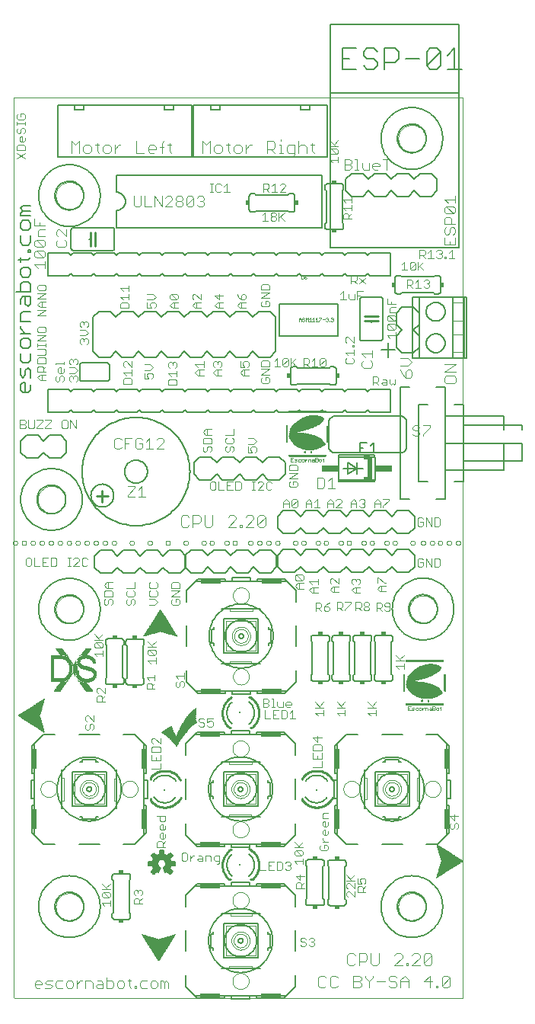
<source format=gto>
G75*
G70*
%OFA0B0*%
%FSLAX24Y24*%
%IPPOS*%
%LPD*%
%AMOC8*
5,1,8,0,0,1.08239X$1,22.5*
%
%ADD10C,0.0000*%
%ADD11C,0.0030*%
%ADD12C,0.0040*%
%ADD13C,0.0080*%
%ADD14C,0.0060*%
%ADD15C,0.0100*%
%ADD16C,0.0059*%
%ADD17R,0.1633X0.0017*%
%ADD18R,0.1650X0.0017*%
%ADD19R,0.1650X0.0017*%
%ADD20R,0.0033X0.0017*%
%ADD21R,0.0050X0.0017*%
%ADD22R,0.0067X0.0017*%
%ADD23R,0.0083X0.0017*%
%ADD24R,0.0100X0.0017*%
%ADD25R,0.0083X0.0017*%
%ADD26R,0.0083X0.0017*%
%ADD27R,0.0017X0.0017*%
%ADD28R,0.0383X0.0017*%
%ADD29R,0.0550X0.0017*%
%ADD30R,0.0650X0.0017*%
%ADD31R,0.0750X0.0017*%
%ADD32R,0.0817X0.0017*%
%ADD33R,0.0917X0.0017*%
%ADD34R,0.0983X0.0017*%
%ADD35R,0.1033X0.0017*%
%ADD36R,0.1100X0.0017*%
%ADD37R,0.1150X0.0017*%
%ADD38R,0.1217X0.0017*%
%ADD39R,0.1267X0.0017*%
%ADD40R,0.1317X0.0017*%
%ADD41R,0.1350X0.0017*%
%ADD42R,0.1383X0.0017*%
%ADD43R,0.1417X0.0017*%
%ADD44R,0.1433X0.0017*%
%ADD45R,0.1417X0.0017*%
%ADD46R,0.1433X0.0017*%
%ADD47R,0.1433X0.0017*%
%ADD48R,0.0083X0.0017*%
%ADD49R,0.0100X0.0017*%
%ADD50R,0.1383X0.0017*%
%ADD51R,0.1367X0.0017*%
%ADD52R,0.1350X0.0017*%
%ADD53R,0.1333X0.0017*%
%ADD54R,0.1300X0.0017*%
%ADD55R,0.1267X0.0017*%
%ADD56R,0.1233X0.0017*%
%ADD57R,0.1200X0.0017*%
%ADD58R,0.1167X0.0017*%
%ADD59R,0.1133X0.0017*%
%ADD60R,0.1083X0.0017*%
%ADD61R,0.1017X0.0017*%
%ADD62R,0.0950X0.0017*%
%ADD63R,0.0883X0.0017*%
%ADD64R,0.0800X0.0017*%
%ADD65R,0.0683X0.0017*%
%ADD66R,0.0017X0.0017*%
%ADD67R,0.0500X0.0017*%
%ADD68R,0.0283X0.0017*%
%ADD69R,0.0350X0.0017*%
%ADD70R,0.0400X0.0017*%
%ADD71R,0.0483X0.0017*%
%ADD72R,0.0533X0.0017*%
%ADD73R,0.0583X0.0017*%
%ADD74R,0.0667X0.0017*%
%ADD75R,0.0700X0.0017*%
%ADD76R,0.0767X0.0017*%
%ADD77R,0.0850X0.0017*%
%ADD78R,0.0900X0.0017*%
%ADD79R,0.0967X0.0017*%
%ADD80R,0.1000X0.0017*%
%ADD81R,0.1033X0.0017*%
%ADD82R,0.1050X0.0017*%
%ADD83R,0.1067X0.0017*%
%ADD84R,0.0067X0.0017*%
%ADD85R,0.1083X0.0017*%
%ADD86R,0.1117X0.0017*%
%ADD87R,0.1117X0.0017*%
%ADD88R,0.1133X0.0017*%
%ADD89R,0.1133X0.0017*%
%ADD90R,0.1150X0.0017*%
%ADD91R,0.1117X0.0017*%
%ADD92R,0.1100X0.0017*%
%ADD93R,0.1050X0.0017*%
%ADD94R,0.1017X0.0017*%
%ADD95R,0.1000X0.0017*%
%ADD96R,0.0950X0.0017*%
%ADD97R,0.0717X0.0017*%
%ADD98R,0.0517X0.0017*%
%ADD99R,0.0367X0.0017*%
%ADD100R,0.0200X0.0017*%
%ADD101C,0.0010*%
%ADD102R,0.0200X0.0150*%
%ADD103R,0.0010X0.0010*%
%ADD104R,0.0010X0.0020*%
%ADD105R,0.0010X0.0040*%
%ADD106R,0.0010X0.0060*%
%ADD107R,0.0010X0.0080*%
%ADD108R,0.0010X0.0090*%
%ADD109R,0.0010X0.0100*%
%ADD110R,0.0010X0.0110*%
%ADD111R,0.0010X0.0130*%
%ADD112R,0.0010X0.0150*%
%ADD113R,0.0010X0.0170*%
%ADD114R,0.0010X0.0180*%
%ADD115R,0.0010X0.0190*%
%ADD116R,0.0010X0.0200*%
%ADD117R,0.0010X0.0220*%
%ADD118R,0.0010X0.0240*%
%ADD119R,0.0010X0.0260*%
%ADD120R,0.0010X0.0270*%
%ADD121R,0.0010X0.0280*%
%ADD122R,0.0010X0.0300*%
%ADD123R,0.0010X0.0310*%
%ADD124R,0.0010X0.0330*%
%ADD125R,0.0010X0.0350*%
%ADD126R,0.0010X0.0360*%
%ADD127R,0.0010X0.0370*%
%ADD128R,0.0010X0.0390*%
%ADD129R,0.0010X0.0400*%
%ADD130R,0.0010X0.0420*%
%ADD131R,0.0010X0.0440*%
%ADD132R,0.0010X0.0460*%
%ADD133R,0.0010X0.0480*%
%ADD134R,0.0010X0.0490*%
%ADD135R,0.0010X0.0510*%
%ADD136R,0.0010X0.0530*%
%ADD137R,0.0010X0.0550*%
%ADD138R,0.0010X0.0570*%
%ADD139R,0.0010X0.0580*%
%ADD140R,0.0010X0.0600*%
%ADD141R,0.0010X0.0610*%
%ADD142R,0.0010X0.0620*%
%ADD143R,0.0010X0.0640*%
%ADD144R,0.0010X0.0660*%
%ADD145R,0.0010X0.0670*%
%ADD146R,0.0010X0.0690*%
%ADD147R,0.0010X0.0700*%
%ADD148R,0.0010X0.0710*%
%ADD149R,0.0010X0.0730*%
%ADD150R,0.0010X0.0750*%
%ADD151R,0.0010X0.0770*%
%ADD152R,0.0010X0.0780*%
%ADD153R,0.0010X0.0790*%
%ADD154R,0.0010X0.0800*%
%ADD155R,0.0010X0.0820*%
%ADD156R,0.0010X0.0840*%
%ADD157R,0.0010X0.0860*%
%ADD158R,0.0010X0.0870*%
%ADD159R,0.0010X0.0880*%
%ADD160R,0.0010X0.0890*%
%ADD161R,0.0010X0.0910*%
%ADD162R,0.0010X0.0930*%
%ADD163R,0.0010X0.0950*%
%ADD164R,0.0010X0.0960*%
%ADD165R,0.0010X0.0940*%
%ADD166R,0.0010X0.0920*%
%ADD167R,0.0010X0.0850*%
%ADD168R,0.0010X0.0830*%
%ADD169R,0.0010X0.0810*%
%ADD170R,0.0010X0.0760*%
%ADD171R,0.0010X0.0740*%
%ADD172R,0.0010X0.0720*%
%ADD173R,0.0010X0.0650*%
%ADD174R,0.0010X0.0630*%
%ADD175R,0.0010X0.0560*%
%ADD176R,0.0010X0.0540*%
%ADD177R,0.0010X0.0500*%
%ADD178R,0.0010X0.0470*%
%ADD179R,0.0010X0.0450*%
%ADD180R,0.0010X0.0410*%
%ADD181R,0.0010X0.0380*%
%ADD182R,0.0010X0.0340*%
%ADD183R,0.0010X0.0320*%
%ADD184R,0.0010X0.0290*%
%ADD185R,0.0010X0.0250*%
%ADD186R,0.0010X0.0230*%
%ADD187R,0.0010X0.0160*%
%ADD188R,0.0010X0.0140*%
%ADD189R,0.0010X0.0070*%
%ADD190R,0.0010X0.0050*%
%ADD191R,0.0010X0.0030*%
%ADD192R,0.0020X0.0010*%
%ADD193R,0.0040X0.0010*%
%ADD194R,0.0060X0.0010*%
%ADD195R,0.0080X0.0010*%
%ADD196R,0.0090X0.0010*%
%ADD197R,0.0100X0.0010*%
%ADD198R,0.0110X0.0010*%
%ADD199R,0.0130X0.0010*%
%ADD200R,0.0150X0.0010*%
%ADD201R,0.0170X0.0010*%
%ADD202R,0.0180X0.0010*%
%ADD203R,0.0190X0.0010*%
%ADD204R,0.0200X0.0010*%
%ADD205R,0.0220X0.0010*%
%ADD206R,0.0240X0.0010*%
%ADD207R,0.0260X0.0010*%
%ADD208R,0.0270X0.0010*%
%ADD209R,0.0280X0.0010*%
%ADD210R,0.0300X0.0010*%
%ADD211R,0.0310X0.0010*%
%ADD212R,0.0330X0.0010*%
%ADD213R,0.0350X0.0010*%
%ADD214R,0.0360X0.0010*%
%ADD215R,0.0370X0.0010*%
%ADD216R,0.0390X0.0010*%
%ADD217R,0.0400X0.0010*%
%ADD218R,0.0420X0.0010*%
%ADD219R,0.0440X0.0010*%
%ADD220R,0.0460X0.0010*%
%ADD221R,0.0480X0.0010*%
%ADD222R,0.0490X0.0010*%
%ADD223R,0.0510X0.0010*%
%ADD224R,0.0530X0.0010*%
%ADD225R,0.0550X0.0010*%
%ADD226R,0.0570X0.0010*%
%ADD227R,0.0580X0.0010*%
%ADD228R,0.0600X0.0010*%
%ADD229R,0.0610X0.0010*%
%ADD230R,0.0620X0.0010*%
%ADD231R,0.0640X0.0010*%
%ADD232R,0.0660X0.0010*%
%ADD233R,0.0670X0.0010*%
%ADD234R,0.0690X0.0010*%
%ADD235R,0.0700X0.0010*%
%ADD236R,0.0710X0.0010*%
%ADD237R,0.0730X0.0010*%
%ADD238R,0.0750X0.0010*%
%ADD239R,0.0770X0.0010*%
%ADD240R,0.0780X0.0010*%
%ADD241R,0.0790X0.0010*%
%ADD242R,0.0800X0.0010*%
%ADD243R,0.0820X0.0010*%
%ADD244R,0.0840X0.0010*%
%ADD245R,0.0860X0.0010*%
%ADD246R,0.0870X0.0010*%
%ADD247R,0.0880X0.0010*%
%ADD248R,0.0890X0.0010*%
%ADD249R,0.0910X0.0010*%
%ADD250R,0.0930X0.0010*%
%ADD251R,0.0950X0.0010*%
%ADD252R,0.0960X0.0010*%
%ADD253R,0.0940X0.0010*%
%ADD254R,0.0920X0.0010*%
%ADD255R,0.0850X0.0010*%
%ADD256R,0.0830X0.0010*%
%ADD257R,0.0810X0.0010*%
%ADD258R,0.0760X0.0010*%
%ADD259R,0.0740X0.0010*%
%ADD260R,0.0720X0.0010*%
%ADD261R,0.0650X0.0010*%
%ADD262R,0.0630X0.0010*%
%ADD263R,0.0560X0.0010*%
%ADD264R,0.0540X0.0010*%
%ADD265R,0.0500X0.0010*%
%ADD266R,0.0470X0.0010*%
%ADD267R,0.0450X0.0010*%
%ADD268R,0.0410X0.0010*%
%ADD269R,0.0380X0.0010*%
%ADD270R,0.0340X0.0010*%
%ADD271R,0.0320X0.0010*%
%ADD272R,0.0290X0.0010*%
%ADD273R,0.0250X0.0010*%
%ADD274R,0.0230X0.0010*%
%ADD275R,0.0160X0.0010*%
%ADD276R,0.0140X0.0010*%
%ADD277R,0.0070X0.0010*%
%ADD278R,0.0050X0.0010*%
%ADD279R,0.0030X0.0010*%
%ADD280R,0.0120X0.0010*%
%ADD281R,0.0430X0.0010*%
%ADD282R,0.0520X0.0010*%
%ADD283R,0.0590X0.0010*%
%ADD284R,0.0210X0.0010*%
%ADD285C,0.0020*%
%ADD286C,0.0050*%
%ADD287R,0.0680X0.0010*%
%ADD288R,0.0295X0.0197*%
%ADD289R,0.0200X0.1000*%
%ADD290R,0.0750X0.0300*%
%ADD291R,0.0150X0.0200*%
%ADD292R,0.0098X0.0098*%
%ADD293R,0.0850X0.0200*%
%ADD294R,0.0200X0.0850*%
D10*
X018751Y014838D02*
X038399Y014838D01*
X038416Y014870D02*
X038416Y054240D01*
X038374Y054242D02*
X018731Y054242D01*
X018731Y054240D02*
X018731Y014870D01*
X020581Y018838D02*
X020583Y018886D01*
X020589Y018934D01*
X020599Y018981D01*
X020612Y019027D01*
X020630Y019072D01*
X020650Y019116D01*
X020675Y019158D01*
X020703Y019197D01*
X020733Y019234D01*
X020767Y019268D01*
X020804Y019300D01*
X020842Y019329D01*
X020883Y019354D01*
X020926Y019376D01*
X020971Y019394D01*
X021017Y019408D01*
X021064Y019419D01*
X021112Y019426D01*
X021160Y019429D01*
X021208Y019428D01*
X021256Y019423D01*
X021304Y019414D01*
X021350Y019402D01*
X021395Y019385D01*
X021439Y019365D01*
X021481Y019342D01*
X021521Y019315D01*
X021559Y019285D01*
X021594Y019252D01*
X021626Y019216D01*
X021656Y019178D01*
X021682Y019137D01*
X021704Y019094D01*
X021724Y019050D01*
X021739Y019005D01*
X021751Y018958D01*
X021759Y018910D01*
X021763Y018862D01*
X021763Y018814D01*
X021759Y018766D01*
X021751Y018718D01*
X021739Y018671D01*
X021724Y018626D01*
X021704Y018582D01*
X021682Y018539D01*
X021656Y018498D01*
X021626Y018460D01*
X021594Y018424D01*
X021559Y018391D01*
X021521Y018361D01*
X021481Y018334D01*
X021439Y018311D01*
X021395Y018291D01*
X021350Y018274D01*
X021304Y018262D01*
X021256Y018253D01*
X021208Y018248D01*
X021160Y018247D01*
X021112Y018250D01*
X021064Y018257D01*
X021017Y018268D01*
X020971Y018282D01*
X020926Y018300D01*
X020883Y018322D01*
X020842Y018347D01*
X020804Y018376D01*
X020767Y018408D01*
X020733Y018442D01*
X020703Y018479D01*
X020675Y018518D01*
X020650Y018560D01*
X020630Y018604D01*
X020612Y018649D01*
X020599Y018695D01*
X020589Y018742D01*
X020583Y018790D01*
X020581Y018838D01*
X019914Y023984D02*
X019916Y024021D01*
X019922Y024058D01*
X019931Y024094D01*
X019945Y024128D01*
X019962Y024161D01*
X019982Y024193D01*
X020005Y024222D01*
X020031Y024248D01*
X020060Y024271D01*
X020091Y024291D01*
X020125Y024308D01*
X020159Y024322D01*
X020195Y024331D01*
X020232Y024337D01*
X020269Y024339D01*
X020306Y024337D01*
X020343Y024331D01*
X020379Y024322D01*
X020413Y024308D01*
X020446Y024291D01*
X020478Y024271D01*
X020507Y024248D01*
X020533Y024222D01*
X020556Y024193D01*
X020576Y024162D01*
X020593Y024128D01*
X020607Y024094D01*
X020616Y024058D01*
X020622Y024021D01*
X020624Y023984D01*
X020622Y023947D01*
X020616Y023910D01*
X020607Y023874D01*
X020593Y023840D01*
X020576Y023807D01*
X020556Y023775D01*
X020533Y023746D01*
X020507Y023720D01*
X020478Y023697D01*
X020447Y023677D01*
X020413Y023660D01*
X020379Y023646D01*
X020343Y023637D01*
X020306Y023631D01*
X020269Y023629D01*
X020232Y023631D01*
X020195Y023637D01*
X020159Y023646D01*
X020125Y023660D01*
X020092Y023677D01*
X020060Y023697D01*
X020031Y023720D01*
X020005Y023746D01*
X019982Y023775D01*
X019962Y023806D01*
X019945Y023840D01*
X019931Y023874D01*
X019922Y023910D01*
X019916Y023947D01*
X019914Y023984D01*
X023454Y023984D02*
X023456Y024021D01*
X023462Y024058D01*
X023471Y024094D01*
X023485Y024128D01*
X023502Y024161D01*
X023522Y024193D01*
X023545Y024222D01*
X023571Y024248D01*
X023600Y024271D01*
X023631Y024291D01*
X023665Y024308D01*
X023699Y024322D01*
X023735Y024331D01*
X023772Y024337D01*
X023809Y024339D01*
X023846Y024337D01*
X023883Y024331D01*
X023919Y024322D01*
X023953Y024308D01*
X023986Y024291D01*
X024018Y024271D01*
X024047Y024248D01*
X024073Y024222D01*
X024096Y024193D01*
X024116Y024162D01*
X024133Y024128D01*
X024147Y024094D01*
X024156Y024058D01*
X024162Y024021D01*
X024164Y023984D01*
X024162Y023947D01*
X024156Y023910D01*
X024147Y023874D01*
X024133Y023840D01*
X024116Y023807D01*
X024096Y023775D01*
X024073Y023746D01*
X024047Y023720D01*
X024018Y023697D01*
X023987Y023677D01*
X023953Y023660D01*
X023919Y023646D01*
X023883Y023637D01*
X023846Y023631D01*
X023809Y023629D01*
X023772Y023631D01*
X023735Y023637D01*
X023699Y023646D01*
X023665Y023660D01*
X023632Y023677D01*
X023600Y023697D01*
X023571Y023720D01*
X023545Y023746D01*
X023522Y023775D01*
X023502Y023806D01*
X023485Y023840D01*
X023471Y023874D01*
X023462Y023910D01*
X023456Y023947D01*
X023454Y023984D01*
X028317Y025754D02*
X028319Y025791D01*
X028325Y025828D01*
X028334Y025864D01*
X028348Y025898D01*
X028365Y025931D01*
X028385Y025963D01*
X028408Y025992D01*
X028434Y026018D01*
X028463Y026041D01*
X028494Y026061D01*
X028528Y026078D01*
X028562Y026092D01*
X028598Y026101D01*
X028635Y026107D01*
X028672Y026109D01*
X028709Y026107D01*
X028746Y026101D01*
X028782Y026092D01*
X028816Y026078D01*
X028849Y026061D01*
X028881Y026041D01*
X028910Y026018D01*
X028936Y025992D01*
X028959Y025963D01*
X028979Y025932D01*
X028996Y025898D01*
X029010Y025864D01*
X029019Y025828D01*
X029025Y025791D01*
X029027Y025754D01*
X029025Y025717D01*
X029019Y025680D01*
X029010Y025644D01*
X028996Y025610D01*
X028979Y025577D01*
X028959Y025545D01*
X028936Y025516D01*
X028910Y025490D01*
X028881Y025467D01*
X028850Y025447D01*
X028816Y025430D01*
X028782Y025416D01*
X028746Y025407D01*
X028709Y025401D01*
X028672Y025399D01*
X028635Y025401D01*
X028598Y025407D01*
X028562Y025416D01*
X028528Y025430D01*
X028495Y025447D01*
X028463Y025467D01*
X028434Y025490D01*
X028408Y025516D01*
X028385Y025545D01*
X028365Y025576D01*
X028348Y025610D01*
X028334Y025644D01*
X028325Y025680D01*
X028319Y025717D01*
X028317Y025754D01*
X028337Y028907D02*
X028339Y028944D01*
X028345Y028981D01*
X028354Y029017D01*
X028368Y029051D01*
X028385Y029084D01*
X028405Y029116D01*
X028428Y029145D01*
X028454Y029171D01*
X028483Y029194D01*
X028514Y029214D01*
X028548Y029231D01*
X028582Y029245D01*
X028618Y029254D01*
X028655Y029260D01*
X028692Y029262D01*
X028729Y029260D01*
X028766Y029254D01*
X028802Y029245D01*
X028836Y029231D01*
X028869Y029214D01*
X028901Y029194D01*
X028930Y029171D01*
X028956Y029145D01*
X028979Y029116D01*
X028999Y029085D01*
X029016Y029051D01*
X029030Y029017D01*
X029039Y028981D01*
X029045Y028944D01*
X029047Y028907D01*
X029045Y028870D01*
X029039Y028833D01*
X029030Y028797D01*
X029016Y028763D01*
X028999Y028730D01*
X028979Y028698D01*
X028956Y028669D01*
X028930Y028643D01*
X028901Y028620D01*
X028870Y028600D01*
X028836Y028583D01*
X028802Y028569D01*
X028766Y028560D01*
X028729Y028554D01*
X028692Y028552D01*
X028655Y028554D01*
X028618Y028560D01*
X028582Y028569D01*
X028548Y028583D01*
X028515Y028600D01*
X028483Y028620D01*
X028454Y028643D01*
X028428Y028669D01*
X028405Y028698D01*
X028385Y028729D01*
X028368Y028763D01*
X028354Y028797D01*
X028345Y028833D01*
X028339Y028870D01*
X028337Y028907D01*
X028337Y032447D02*
X028339Y032484D01*
X028345Y032521D01*
X028354Y032557D01*
X028368Y032591D01*
X028385Y032624D01*
X028405Y032656D01*
X028428Y032685D01*
X028454Y032711D01*
X028483Y032734D01*
X028514Y032754D01*
X028548Y032771D01*
X028582Y032785D01*
X028618Y032794D01*
X028655Y032800D01*
X028692Y032802D01*
X028729Y032800D01*
X028766Y032794D01*
X028802Y032785D01*
X028836Y032771D01*
X028869Y032754D01*
X028901Y032734D01*
X028930Y032711D01*
X028956Y032685D01*
X028979Y032656D01*
X028999Y032625D01*
X029016Y032591D01*
X029030Y032557D01*
X029039Y032521D01*
X029045Y032484D01*
X029047Y032447D01*
X029045Y032410D01*
X029039Y032373D01*
X029030Y032337D01*
X029016Y032303D01*
X028999Y032270D01*
X028979Y032238D01*
X028956Y032209D01*
X028930Y032183D01*
X028901Y032160D01*
X028870Y032140D01*
X028836Y032123D01*
X028802Y032109D01*
X028766Y032100D01*
X028729Y032094D01*
X028692Y032092D01*
X028655Y032094D01*
X028618Y032100D01*
X028582Y032109D01*
X028548Y032123D01*
X028515Y032140D01*
X028483Y032160D01*
X028454Y032183D01*
X028428Y032209D01*
X028405Y032238D01*
X028385Y032269D01*
X028368Y032303D01*
X028354Y032337D01*
X028345Y032373D01*
X028339Y032410D01*
X028337Y032447D01*
X028318Y034752D02*
X028320Y034771D01*
X028325Y034790D01*
X028335Y034806D01*
X028347Y034821D01*
X028362Y034833D01*
X028378Y034843D01*
X028397Y034848D01*
X028416Y034850D01*
X028435Y034848D01*
X028454Y034843D01*
X028470Y034833D01*
X028485Y034821D01*
X028497Y034806D01*
X028507Y034790D01*
X028512Y034771D01*
X028514Y034752D01*
X028512Y034733D01*
X028507Y034714D01*
X028497Y034698D01*
X028485Y034683D01*
X028470Y034671D01*
X028454Y034661D01*
X028435Y034656D01*
X028416Y034654D01*
X028397Y034656D01*
X028378Y034661D01*
X028362Y034671D01*
X028347Y034683D01*
X028335Y034698D01*
X028325Y034714D01*
X028320Y034733D01*
X028318Y034752D01*
X027964Y034752D02*
X027966Y034771D01*
X027971Y034790D01*
X027981Y034806D01*
X027993Y034821D01*
X028008Y034833D01*
X028024Y034843D01*
X028043Y034848D01*
X028062Y034850D01*
X028081Y034848D01*
X028100Y034843D01*
X028116Y034833D01*
X028131Y034821D01*
X028143Y034806D01*
X028153Y034790D01*
X028158Y034771D01*
X028160Y034752D01*
X028158Y034733D01*
X028153Y034714D01*
X028143Y034698D01*
X028131Y034683D01*
X028116Y034671D01*
X028100Y034661D01*
X028081Y034656D01*
X028062Y034654D01*
X028043Y034656D01*
X028024Y034661D01*
X028008Y034671D01*
X027993Y034683D01*
X027981Y034698D01*
X027971Y034714D01*
X027966Y034733D01*
X027964Y034752D01*
X027315Y034752D02*
X027317Y034771D01*
X027322Y034790D01*
X027332Y034806D01*
X027344Y034821D01*
X027359Y034833D01*
X027375Y034843D01*
X027394Y034848D01*
X027413Y034850D01*
X027432Y034848D01*
X027451Y034843D01*
X027467Y034833D01*
X027482Y034821D01*
X027494Y034806D01*
X027504Y034790D01*
X027509Y034771D01*
X027511Y034752D01*
X027509Y034733D01*
X027504Y034714D01*
X027494Y034698D01*
X027482Y034683D01*
X027467Y034671D01*
X027451Y034661D01*
X027432Y034656D01*
X027413Y034654D01*
X027394Y034656D01*
X027375Y034661D01*
X027359Y034671D01*
X027344Y034683D01*
X027332Y034698D01*
X027322Y034714D01*
X027317Y034733D01*
X027315Y034752D01*
X026960Y034752D02*
X026962Y034771D01*
X026967Y034790D01*
X026977Y034806D01*
X026989Y034821D01*
X027004Y034833D01*
X027020Y034843D01*
X027039Y034848D01*
X027058Y034850D01*
X027077Y034848D01*
X027096Y034843D01*
X027112Y034833D01*
X027127Y034821D01*
X027139Y034806D01*
X027149Y034790D01*
X027154Y034771D01*
X027156Y034752D01*
X027154Y034733D01*
X027149Y034714D01*
X027139Y034698D01*
X027127Y034683D01*
X027112Y034671D01*
X027096Y034661D01*
X027077Y034656D01*
X027058Y034654D01*
X027039Y034656D01*
X027020Y034661D01*
X027004Y034671D01*
X026989Y034683D01*
X026977Y034698D01*
X026967Y034714D01*
X026962Y034733D01*
X026960Y034752D01*
X026173Y034752D02*
X026175Y034771D01*
X026180Y034790D01*
X026190Y034806D01*
X026202Y034821D01*
X026217Y034833D01*
X026233Y034843D01*
X026252Y034848D01*
X026271Y034850D01*
X026290Y034848D01*
X026309Y034843D01*
X026325Y034833D01*
X026340Y034821D01*
X026352Y034806D01*
X026362Y034790D01*
X026367Y034771D01*
X026369Y034752D01*
X026367Y034733D01*
X026362Y034714D01*
X026352Y034698D01*
X026340Y034683D01*
X026325Y034671D01*
X026309Y034661D01*
X026290Y034656D01*
X026271Y034654D01*
X026252Y034656D01*
X026233Y034661D01*
X026217Y034671D01*
X026202Y034683D01*
X026190Y034698D01*
X026180Y034714D01*
X026175Y034733D01*
X026173Y034752D01*
X025385Y034752D02*
X025387Y034771D01*
X025392Y034790D01*
X025402Y034806D01*
X025414Y034821D01*
X025429Y034833D01*
X025445Y034843D01*
X025464Y034848D01*
X025483Y034850D01*
X025502Y034848D01*
X025521Y034843D01*
X025537Y034833D01*
X025552Y034821D01*
X025564Y034806D01*
X025574Y034790D01*
X025579Y034771D01*
X025581Y034752D01*
X025579Y034733D01*
X025574Y034714D01*
X025564Y034698D01*
X025552Y034683D01*
X025537Y034671D01*
X025521Y034661D01*
X025502Y034656D01*
X025483Y034654D01*
X025464Y034656D01*
X025445Y034661D01*
X025429Y034671D01*
X025414Y034683D01*
X025402Y034698D01*
X025392Y034714D01*
X025387Y034733D01*
X025385Y034752D01*
X024598Y034752D02*
X024600Y034771D01*
X024605Y034790D01*
X024615Y034806D01*
X024627Y034821D01*
X024642Y034833D01*
X024658Y034843D01*
X024677Y034848D01*
X024696Y034850D01*
X024715Y034848D01*
X024734Y034843D01*
X024750Y034833D01*
X024765Y034821D01*
X024777Y034806D01*
X024787Y034790D01*
X024792Y034771D01*
X024794Y034752D01*
X024792Y034733D01*
X024787Y034714D01*
X024777Y034698D01*
X024765Y034683D01*
X024750Y034671D01*
X024734Y034661D01*
X024715Y034656D01*
X024696Y034654D01*
X024677Y034656D01*
X024658Y034661D01*
X024642Y034671D01*
X024627Y034683D01*
X024615Y034698D01*
X024605Y034714D01*
X024600Y034733D01*
X024598Y034752D01*
X023811Y034752D02*
X023813Y034771D01*
X023818Y034790D01*
X023828Y034806D01*
X023840Y034821D01*
X023855Y034833D01*
X023871Y034843D01*
X023890Y034848D01*
X023909Y034850D01*
X023928Y034848D01*
X023947Y034843D01*
X023963Y034833D01*
X023978Y034821D01*
X023990Y034806D01*
X024000Y034790D01*
X024005Y034771D01*
X024007Y034752D01*
X024005Y034733D01*
X024000Y034714D01*
X023990Y034698D01*
X023978Y034683D01*
X023963Y034671D01*
X023947Y034661D01*
X023928Y034656D01*
X023909Y034654D01*
X023890Y034656D01*
X023871Y034661D01*
X023855Y034671D01*
X023840Y034683D01*
X023828Y034698D01*
X023818Y034714D01*
X023813Y034733D01*
X023811Y034752D01*
X023023Y034752D02*
X023025Y034771D01*
X023030Y034790D01*
X023040Y034806D01*
X023052Y034821D01*
X023067Y034833D01*
X023083Y034843D01*
X023102Y034848D01*
X023121Y034850D01*
X023140Y034848D01*
X023159Y034843D01*
X023175Y034833D01*
X023190Y034821D01*
X023202Y034806D01*
X023212Y034790D01*
X023217Y034771D01*
X023219Y034752D01*
X023217Y034733D01*
X023212Y034714D01*
X023202Y034698D01*
X023190Y034683D01*
X023175Y034671D01*
X023159Y034661D01*
X023140Y034656D01*
X023121Y034654D01*
X023102Y034656D01*
X023083Y034661D01*
X023067Y034671D01*
X023052Y034683D01*
X023040Y034698D01*
X023030Y034714D01*
X023025Y034733D01*
X023023Y034752D01*
X022630Y034752D02*
X022632Y034771D01*
X022637Y034790D01*
X022647Y034806D01*
X022659Y034821D01*
X022674Y034833D01*
X022690Y034843D01*
X022709Y034848D01*
X022728Y034850D01*
X022747Y034848D01*
X022766Y034843D01*
X022782Y034833D01*
X022797Y034821D01*
X022809Y034806D01*
X022819Y034790D01*
X022824Y034771D01*
X022826Y034752D01*
X022824Y034733D01*
X022819Y034714D01*
X022809Y034698D01*
X022797Y034683D01*
X022782Y034671D01*
X022766Y034661D01*
X022747Y034656D01*
X022728Y034654D01*
X022709Y034656D01*
X022690Y034661D01*
X022674Y034671D01*
X022659Y034683D01*
X022647Y034698D01*
X022637Y034714D01*
X022632Y034733D01*
X022630Y034752D01*
X022236Y034752D02*
X022238Y034771D01*
X022243Y034790D01*
X022253Y034806D01*
X022265Y034821D01*
X022280Y034833D01*
X022296Y034843D01*
X022315Y034848D01*
X022334Y034850D01*
X022353Y034848D01*
X022372Y034843D01*
X022388Y034833D01*
X022403Y034821D01*
X022415Y034806D01*
X022425Y034790D01*
X022430Y034771D01*
X022432Y034752D01*
X022430Y034733D01*
X022425Y034714D01*
X022415Y034698D01*
X022403Y034683D01*
X022388Y034671D01*
X022372Y034661D01*
X022353Y034656D01*
X022334Y034654D01*
X022315Y034656D01*
X022296Y034661D01*
X022280Y034671D01*
X022265Y034683D01*
X022253Y034698D01*
X022243Y034714D01*
X022238Y034733D01*
X022236Y034752D01*
X021842Y034752D02*
X021844Y034771D01*
X021849Y034790D01*
X021859Y034806D01*
X021871Y034821D01*
X021886Y034833D01*
X021902Y034843D01*
X021921Y034848D01*
X021940Y034850D01*
X021959Y034848D01*
X021978Y034843D01*
X021994Y034833D01*
X022009Y034821D01*
X022021Y034806D01*
X022031Y034790D01*
X022036Y034771D01*
X022038Y034752D01*
X022036Y034733D01*
X022031Y034714D01*
X022021Y034698D01*
X022009Y034683D01*
X021994Y034671D01*
X021978Y034661D01*
X021959Y034656D01*
X021940Y034654D01*
X021921Y034656D01*
X021902Y034661D01*
X021886Y034671D01*
X021871Y034683D01*
X021859Y034698D01*
X021849Y034714D01*
X021844Y034733D01*
X021842Y034752D01*
X021448Y034752D02*
X021450Y034771D01*
X021455Y034790D01*
X021465Y034806D01*
X021477Y034821D01*
X021492Y034833D01*
X021508Y034843D01*
X021527Y034848D01*
X021546Y034850D01*
X021565Y034848D01*
X021584Y034843D01*
X021600Y034833D01*
X021615Y034821D01*
X021627Y034806D01*
X021637Y034790D01*
X021642Y034771D01*
X021644Y034752D01*
X021642Y034733D01*
X021637Y034714D01*
X021627Y034698D01*
X021615Y034683D01*
X021600Y034671D01*
X021584Y034661D01*
X021565Y034656D01*
X021546Y034654D01*
X021527Y034656D01*
X021508Y034661D01*
X021492Y034671D01*
X021477Y034683D01*
X021465Y034698D01*
X021455Y034714D01*
X021450Y034733D01*
X021448Y034752D01*
X021055Y034752D02*
X021057Y034771D01*
X021062Y034790D01*
X021072Y034806D01*
X021084Y034821D01*
X021099Y034833D01*
X021115Y034843D01*
X021134Y034848D01*
X021153Y034850D01*
X021172Y034848D01*
X021191Y034843D01*
X021207Y034833D01*
X021222Y034821D01*
X021234Y034806D01*
X021244Y034790D01*
X021249Y034771D01*
X021251Y034752D01*
X021249Y034733D01*
X021244Y034714D01*
X021234Y034698D01*
X021222Y034683D01*
X021207Y034671D01*
X021191Y034661D01*
X021172Y034656D01*
X021153Y034654D01*
X021134Y034656D01*
X021115Y034661D01*
X021099Y034671D01*
X021084Y034683D01*
X021072Y034698D01*
X021062Y034714D01*
X021057Y034733D01*
X021055Y034752D01*
X020661Y034752D02*
X020663Y034771D01*
X020668Y034790D01*
X020678Y034806D01*
X020690Y034821D01*
X020705Y034833D01*
X020721Y034843D01*
X020740Y034848D01*
X020759Y034850D01*
X020778Y034848D01*
X020797Y034843D01*
X020813Y034833D01*
X020828Y034821D01*
X020840Y034806D01*
X020850Y034790D01*
X020855Y034771D01*
X020857Y034752D01*
X020855Y034733D01*
X020850Y034714D01*
X020840Y034698D01*
X020828Y034683D01*
X020813Y034671D01*
X020797Y034661D01*
X020778Y034656D01*
X020759Y034654D01*
X020740Y034656D01*
X020721Y034661D01*
X020705Y034671D01*
X020690Y034683D01*
X020678Y034698D01*
X020668Y034714D01*
X020663Y034733D01*
X020661Y034752D01*
X020267Y034752D02*
X020269Y034771D01*
X020274Y034790D01*
X020284Y034806D01*
X020296Y034821D01*
X020311Y034833D01*
X020327Y034843D01*
X020346Y034848D01*
X020365Y034850D01*
X020384Y034848D01*
X020403Y034843D01*
X020419Y034833D01*
X020434Y034821D01*
X020446Y034806D01*
X020456Y034790D01*
X020461Y034771D01*
X020463Y034752D01*
X020461Y034733D01*
X020456Y034714D01*
X020446Y034698D01*
X020434Y034683D01*
X020419Y034671D01*
X020403Y034661D01*
X020384Y034656D01*
X020365Y034654D01*
X020346Y034656D01*
X020327Y034661D01*
X020311Y034671D01*
X020296Y034683D01*
X020284Y034698D01*
X020274Y034714D01*
X020269Y034733D01*
X020267Y034752D01*
X019874Y034752D02*
X019876Y034771D01*
X019881Y034790D01*
X019891Y034806D01*
X019903Y034821D01*
X019918Y034833D01*
X019934Y034843D01*
X019953Y034848D01*
X019972Y034850D01*
X019991Y034848D01*
X020010Y034843D01*
X020026Y034833D01*
X020041Y034821D01*
X020053Y034806D01*
X020063Y034790D01*
X020068Y034771D01*
X020070Y034752D01*
X020068Y034733D01*
X020063Y034714D01*
X020053Y034698D01*
X020041Y034683D01*
X020026Y034671D01*
X020010Y034661D01*
X019991Y034656D01*
X019972Y034654D01*
X019953Y034656D01*
X019934Y034661D01*
X019918Y034671D01*
X019903Y034683D01*
X019891Y034698D01*
X019881Y034714D01*
X019876Y034733D01*
X019874Y034752D01*
X019480Y034752D02*
X019482Y034771D01*
X019487Y034790D01*
X019497Y034806D01*
X019509Y034821D01*
X019524Y034833D01*
X019540Y034843D01*
X019559Y034848D01*
X019578Y034850D01*
X019597Y034848D01*
X019616Y034843D01*
X019632Y034833D01*
X019647Y034821D01*
X019659Y034806D01*
X019669Y034790D01*
X019674Y034771D01*
X019676Y034752D01*
X019674Y034733D01*
X019669Y034714D01*
X019659Y034698D01*
X019647Y034683D01*
X019632Y034671D01*
X019616Y034661D01*
X019597Y034656D01*
X019578Y034654D01*
X019559Y034656D01*
X019540Y034661D01*
X019524Y034671D01*
X019509Y034683D01*
X019497Y034698D01*
X019487Y034714D01*
X019482Y034733D01*
X019480Y034752D01*
X019086Y034752D02*
X019088Y034771D01*
X019093Y034790D01*
X019103Y034806D01*
X019115Y034821D01*
X019130Y034833D01*
X019146Y034843D01*
X019165Y034848D01*
X019184Y034850D01*
X019203Y034848D01*
X019222Y034843D01*
X019238Y034833D01*
X019253Y034821D01*
X019265Y034806D01*
X019275Y034790D01*
X019280Y034771D01*
X019282Y034752D01*
X019280Y034733D01*
X019275Y034714D01*
X019265Y034698D01*
X019253Y034683D01*
X019238Y034671D01*
X019222Y034661D01*
X019203Y034656D01*
X019184Y034654D01*
X019165Y034656D01*
X019146Y034661D01*
X019130Y034671D01*
X019115Y034683D01*
X019103Y034698D01*
X019093Y034714D01*
X019088Y034733D01*
X019086Y034752D01*
X018692Y034752D02*
X018694Y034771D01*
X018699Y034790D01*
X018709Y034806D01*
X018721Y034821D01*
X018736Y034833D01*
X018752Y034843D01*
X018771Y034848D01*
X018790Y034850D01*
X018809Y034848D01*
X018828Y034843D01*
X018844Y034833D01*
X018859Y034821D01*
X018871Y034806D01*
X018881Y034790D01*
X018886Y034771D01*
X018888Y034752D01*
X018886Y034733D01*
X018881Y034714D01*
X018871Y034698D01*
X018859Y034683D01*
X018844Y034671D01*
X018828Y034661D01*
X018809Y034656D01*
X018790Y034654D01*
X018771Y034656D01*
X018752Y034661D01*
X018736Y034671D01*
X018721Y034683D01*
X018709Y034698D01*
X018699Y034714D01*
X018694Y034733D01*
X018692Y034752D01*
X019794Y036653D02*
X019796Y036701D01*
X019802Y036749D01*
X019812Y036796D01*
X019825Y036842D01*
X019843Y036887D01*
X019863Y036931D01*
X019888Y036973D01*
X019916Y037012D01*
X019946Y037049D01*
X019980Y037083D01*
X020017Y037115D01*
X020055Y037144D01*
X020096Y037169D01*
X020139Y037191D01*
X020184Y037209D01*
X020230Y037223D01*
X020277Y037234D01*
X020325Y037241D01*
X020373Y037244D01*
X020421Y037243D01*
X020469Y037238D01*
X020517Y037229D01*
X020563Y037217D01*
X020608Y037200D01*
X020652Y037180D01*
X020694Y037157D01*
X020734Y037130D01*
X020772Y037100D01*
X020807Y037067D01*
X020839Y037031D01*
X020869Y036993D01*
X020895Y036952D01*
X020917Y036909D01*
X020937Y036865D01*
X020952Y036820D01*
X020964Y036773D01*
X020972Y036725D01*
X020976Y036677D01*
X020976Y036629D01*
X020972Y036581D01*
X020964Y036533D01*
X020952Y036486D01*
X020937Y036441D01*
X020917Y036397D01*
X020895Y036354D01*
X020869Y036313D01*
X020839Y036275D01*
X020807Y036239D01*
X020772Y036206D01*
X020734Y036176D01*
X020694Y036149D01*
X020652Y036126D01*
X020608Y036106D01*
X020563Y036089D01*
X020517Y036077D01*
X020469Y036068D01*
X020421Y036063D01*
X020373Y036062D01*
X020325Y036065D01*
X020277Y036072D01*
X020230Y036083D01*
X020184Y036097D01*
X020139Y036115D01*
X020096Y036137D01*
X020055Y036162D01*
X020017Y036191D01*
X019980Y036223D01*
X019946Y036257D01*
X019916Y036294D01*
X019888Y036333D01*
X019863Y036375D01*
X019843Y036419D01*
X019825Y036464D01*
X019812Y036510D01*
X019802Y036557D01*
X019796Y036605D01*
X019794Y036653D01*
X020581Y031850D02*
X020583Y031898D01*
X020589Y031946D01*
X020599Y031993D01*
X020612Y032039D01*
X020630Y032084D01*
X020650Y032128D01*
X020675Y032170D01*
X020703Y032209D01*
X020733Y032246D01*
X020767Y032280D01*
X020804Y032312D01*
X020842Y032341D01*
X020883Y032366D01*
X020926Y032388D01*
X020971Y032406D01*
X021017Y032420D01*
X021064Y032431D01*
X021112Y032438D01*
X021160Y032441D01*
X021208Y032440D01*
X021256Y032435D01*
X021304Y032426D01*
X021350Y032414D01*
X021395Y032397D01*
X021439Y032377D01*
X021481Y032354D01*
X021521Y032327D01*
X021559Y032297D01*
X021594Y032264D01*
X021626Y032228D01*
X021656Y032190D01*
X021682Y032149D01*
X021704Y032106D01*
X021724Y032062D01*
X021739Y032017D01*
X021751Y031970D01*
X021759Y031922D01*
X021763Y031874D01*
X021763Y031826D01*
X021759Y031778D01*
X021751Y031730D01*
X021739Y031683D01*
X021724Y031638D01*
X021704Y031594D01*
X021682Y031551D01*
X021656Y031510D01*
X021626Y031472D01*
X021594Y031436D01*
X021559Y031403D01*
X021521Y031373D01*
X021481Y031346D01*
X021439Y031323D01*
X021395Y031303D01*
X021350Y031286D01*
X021304Y031274D01*
X021256Y031265D01*
X021208Y031260D01*
X021160Y031259D01*
X021112Y031262D01*
X021064Y031269D01*
X021017Y031280D01*
X020971Y031294D01*
X020926Y031312D01*
X020883Y031334D01*
X020842Y031359D01*
X020804Y031388D01*
X020767Y031420D01*
X020733Y031454D01*
X020703Y031491D01*
X020675Y031530D01*
X020650Y031572D01*
X020630Y031616D01*
X020612Y031661D01*
X020599Y031707D01*
X020589Y031754D01*
X020583Y031802D01*
X020581Y031850D01*
X028317Y022214D02*
X028319Y022251D01*
X028325Y022288D01*
X028334Y022324D01*
X028348Y022358D01*
X028365Y022391D01*
X028385Y022423D01*
X028408Y022452D01*
X028434Y022478D01*
X028463Y022501D01*
X028494Y022521D01*
X028528Y022538D01*
X028562Y022552D01*
X028598Y022561D01*
X028635Y022567D01*
X028672Y022569D01*
X028709Y022567D01*
X028746Y022561D01*
X028782Y022552D01*
X028816Y022538D01*
X028849Y022521D01*
X028881Y022501D01*
X028910Y022478D01*
X028936Y022452D01*
X028959Y022423D01*
X028979Y022392D01*
X028996Y022358D01*
X029010Y022324D01*
X029019Y022288D01*
X029025Y022251D01*
X029027Y022214D01*
X029025Y022177D01*
X029019Y022140D01*
X029010Y022104D01*
X028996Y022070D01*
X028979Y022037D01*
X028959Y022005D01*
X028936Y021976D01*
X028910Y021950D01*
X028881Y021927D01*
X028850Y021907D01*
X028816Y021890D01*
X028782Y021876D01*
X028746Y021867D01*
X028709Y021861D01*
X028672Y021859D01*
X028635Y021861D01*
X028598Y021867D01*
X028562Y021876D01*
X028528Y021890D01*
X028495Y021907D01*
X028463Y021927D01*
X028434Y021950D01*
X028408Y021976D01*
X028385Y022005D01*
X028365Y022036D01*
X028348Y022070D01*
X028334Y022104D01*
X028325Y022140D01*
X028319Y022177D01*
X028317Y022214D01*
X028317Y019120D02*
X028319Y019157D01*
X028325Y019194D01*
X028334Y019230D01*
X028348Y019264D01*
X028365Y019297D01*
X028385Y019329D01*
X028408Y019358D01*
X028434Y019384D01*
X028463Y019407D01*
X028494Y019427D01*
X028528Y019444D01*
X028562Y019458D01*
X028598Y019467D01*
X028635Y019473D01*
X028672Y019475D01*
X028709Y019473D01*
X028746Y019467D01*
X028782Y019458D01*
X028816Y019444D01*
X028849Y019427D01*
X028881Y019407D01*
X028910Y019384D01*
X028936Y019358D01*
X028959Y019329D01*
X028979Y019298D01*
X028996Y019264D01*
X029010Y019230D01*
X029019Y019194D01*
X029025Y019157D01*
X029027Y019120D01*
X029025Y019083D01*
X029019Y019046D01*
X029010Y019010D01*
X028996Y018976D01*
X028979Y018943D01*
X028959Y018911D01*
X028936Y018882D01*
X028910Y018856D01*
X028881Y018833D01*
X028850Y018813D01*
X028816Y018796D01*
X028782Y018782D01*
X028746Y018773D01*
X028709Y018767D01*
X028672Y018765D01*
X028635Y018767D01*
X028598Y018773D01*
X028562Y018782D01*
X028528Y018796D01*
X028495Y018813D01*
X028463Y018833D01*
X028434Y018856D01*
X028408Y018882D01*
X028385Y018911D01*
X028365Y018942D01*
X028348Y018976D01*
X028334Y019010D01*
X028325Y019046D01*
X028319Y019083D01*
X028317Y019120D01*
X028317Y015580D02*
X028319Y015617D01*
X028325Y015654D01*
X028334Y015690D01*
X028348Y015724D01*
X028365Y015757D01*
X028385Y015789D01*
X028408Y015818D01*
X028434Y015844D01*
X028463Y015867D01*
X028494Y015887D01*
X028528Y015904D01*
X028562Y015918D01*
X028598Y015927D01*
X028635Y015933D01*
X028672Y015935D01*
X028709Y015933D01*
X028746Y015927D01*
X028782Y015918D01*
X028816Y015904D01*
X028849Y015887D01*
X028881Y015867D01*
X028910Y015844D01*
X028936Y015818D01*
X028959Y015789D01*
X028979Y015758D01*
X028996Y015724D01*
X029010Y015690D01*
X029019Y015654D01*
X029025Y015617D01*
X029027Y015580D01*
X029025Y015543D01*
X029019Y015506D01*
X029010Y015470D01*
X028996Y015436D01*
X028979Y015403D01*
X028959Y015371D01*
X028936Y015342D01*
X028910Y015316D01*
X028881Y015293D01*
X028850Y015273D01*
X028816Y015256D01*
X028782Y015242D01*
X028746Y015233D01*
X028709Y015227D01*
X028672Y015225D01*
X028635Y015227D01*
X028598Y015233D01*
X028562Y015242D01*
X028528Y015256D01*
X028495Y015273D01*
X028463Y015293D01*
X028434Y015316D01*
X028408Y015342D01*
X028385Y015371D01*
X028365Y015402D01*
X028348Y015436D01*
X028334Y015470D01*
X028325Y015506D01*
X028319Y015543D01*
X028317Y015580D01*
X033181Y023984D02*
X033183Y024021D01*
X033189Y024058D01*
X033198Y024094D01*
X033212Y024128D01*
X033229Y024161D01*
X033249Y024193D01*
X033272Y024222D01*
X033298Y024248D01*
X033327Y024271D01*
X033358Y024291D01*
X033392Y024308D01*
X033426Y024322D01*
X033462Y024331D01*
X033499Y024337D01*
X033536Y024339D01*
X033573Y024337D01*
X033610Y024331D01*
X033646Y024322D01*
X033680Y024308D01*
X033713Y024291D01*
X033745Y024271D01*
X033774Y024248D01*
X033800Y024222D01*
X033823Y024193D01*
X033843Y024162D01*
X033860Y024128D01*
X033874Y024094D01*
X033883Y024058D01*
X033889Y024021D01*
X033891Y023984D01*
X033889Y023947D01*
X033883Y023910D01*
X033874Y023874D01*
X033860Y023840D01*
X033843Y023807D01*
X033823Y023775D01*
X033800Y023746D01*
X033774Y023720D01*
X033745Y023697D01*
X033714Y023677D01*
X033680Y023660D01*
X033646Y023646D01*
X033610Y023637D01*
X033573Y023631D01*
X033536Y023629D01*
X033499Y023631D01*
X033462Y023637D01*
X033426Y023646D01*
X033392Y023660D01*
X033359Y023677D01*
X033327Y023697D01*
X033298Y023720D01*
X033272Y023746D01*
X033249Y023775D01*
X033229Y023806D01*
X033212Y023840D01*
X033198Y023874D01*
X033189Y023910D01*
X033183Y023947D01*
X033181Y023984D01*
X036721Y023984D02*
X036723Y024021D01*
X036729Y024058D01*
X036738Y024094D01*
X036752Y024128D01*
X036769Y024161D01*
X036789Y024193D01*
X036812Y024222D01*
X036838Y024248D01*
X036867Y024271D01*
X036898Y024291D01*
X036932Y024308D01*
X036966Y024322D01*
X037002Y024331D01*
X037039Y024337D01*
X037076Y024339D01*
X037113Y024337D01*
X037150Y024331D01*
X037186Y024322D01*
X037220Y024308D01*
X037253Y024291D01*
X037285Y024271D01*
X037314Y024248D01*
X037340Y024222D01*
X037363Y024193D01*
X037383Y024162D01*
X037400Y024128D01*
X037414Y024094D01*
X037423Y024058D01*
X037429Y024021D01*
X037431Y023984D01*
X037429Y023947D01*
X037423Y023910D01*
X037414Y023874D01*
X037400Y023840D01*
X037383Y023807D01*
X037363Y023775D01*
X037340Y023746D01*
X037314Y023720D01*
X037285Y023697D01*
X037254Y023677D01*
X037220Y023660D01*
X037186Y023646D01*
X037150Y023637D01*
X037113Y023631D01*
X037076Y023629D01*
X037039Y023631D01*
X037002Y023637D01*
X036966Y023646D01*
X036932Y023660D01*
X036899Y023677D01*
X036867Y023697D01*
X036838Y023720D01*
X036812Y023746D01*
X036789Y023775D01*
X036769Y023806D01*
X036752Y023840D01*
X036738Y023874D01*
X036729Y023910D01*
X036723Y023947D01*
X036721Y023984D01*
X035581Y018838D02*
X035583Y018886D01*
X035589Y018934D01*
X035599Y018981D01*
X035612Y019027D01*
X035630Y019072D01*
X035650Y019116D01*
X035675Y019158D01*
X035703Y019197D01*
X035733Y019234D01*
X035767Y019268D01*
X035804Y019300D01*
X035842Y019329D01*
X035883Y019354D01*
X035926Y019376D01*
X035971Y019394D01*
X036017Y019408D01*
X036064Y019419D01*
X036112Y019426D01*
X036160Y019429D01*
X036208Y019428D01*
X036256Y019423D01*
X036304Y019414D01*
X036350Y019402D01*
X036395Y019385D01*
X036439Y019365D01*
X036481Y019342D01*
X036521Y019315D01*
X036559Y019285D01*
X036594Y019252D01*
X036626Y019216D01*
X036656Y019178D01*
X036682Y019137D01*
X036704Y019094D01*
X036724Y019050D01*
X036739Y019005D01*
X036751Y018958D01*
X036759Y018910D01*
X036763Y018862D01*
X036763Y018814D01*
X036759Y018766D01*
X036751Y018718D01*
X036739Y018671D01*
X036724Y018626D01*
X036704Y018582D01*
X036682Y018539D01*
X036656Y018498D01*
X036626Y018460D01*
X036594Y018424D01*
X036559Y018391D01*
X036521Y018361D01*
X036481Y018334D01*
X036439Y018311D01*
X036395Y018291D01*
X036350Y018274D01*
X036304Y018262D01*
X036256Y018253D01*
X036208Y018248D01*
X036160Y018247D01*
X036112Y018250D01*
X036064Y018257D01*
X036017Y018268D01*
X035971Y018282D01*
X035926Y018300D01*
X035883Y018322D01*
X035842Y018347D01*
X035804Y018376D01*
X035767Y018408D01*
X035733Y018442D01*
X035703Y018479D01*
X035675Y018518D01*
X035650Y018560D01*
X035630Y018604D01*
X035612Y018649D01*
X035599Y018695D01*
X035589Y018742D01*
X035583Y018790D01*
X035581Y018838D01*
X036074Y031858D02*
X036076Y031906D01*
X036082Y031954D01*
X036092Y032001D01*
X036105Y032047D01*
X036123Y032092D01*
X036143Y032136D01*
X036168Y032178D01*
X036196Y032217D01*
X036226Y032254D01*
X036260Y032288D01*
X036297Y032320D01*
X036335Y032349D01*
X036376Y032374D01*
X036419Y032396D01*
X036464Y032414D01*
X036510Y032428D01*
X036557Y032439D01*
X036605Y032446D01*
X036653Y032449D01*
X036701Y032448D01*
X036749Y032443D01*
X036797Y032434D01*
X036843Y032422D01*
X036888Y032405D01*
X036932Y032385D01*
X036974Y032362D01*
X037014Y032335D01*
X037052Y032305D01*
X037087Y032272D01*
X037119Y032236D01*
X037149Y032198D01*
X037175Y032157D01*
X037197Y032114D01*
X037217Y032070D01*
X037232Y032025D01*
X037244Y031978D01*
X037252Y031930D01*
X037256Y031882D01*
X037256Y031834D01*
X037252Y031786D01*
X037244Y031738D01*
X037232Y031691D01*
X037217Y031646D01*
X037197Y031602D01*
X037175Y031559D01*
X037149Y031518D01*
X037119Y031480D01*
X037087Y031444D01*
X037052Y031411D01*
X037014Y031381D01*
X036974Y031354D01*
X036932Y031331D01*
X036888Y031311D01*
X036843Y031294D01*
X036797Y031282D01*
X036749Y031273D01*
X036701Y031268D01*
X036653Y031267D01*
X036605Y031270D01*
X036557Y031277D01*
X036510Y031288D01*
X036464Y031302D01*
X036419Y031320D01*
X036376Y031342D01*
X036335Y031367D01*
X036297Y031396D01*
X036260Y031428D01*
X036226Y031462D01*
X036196Y031499D01*
X036168Y031538D01*
X036143Y031580D01*
X036123Y031624D01*
X036105Y031669D01*
X036092Y031715D01*
X036082Y031762D01*
X036076Y031810D01*
X036074Y031858D01*
X036114Y034752D02*
X036116Y034771D01*
X036121Y034790D01*
X036131Y034806D01*
X036143Y034821D01*
X036158Y034833D01*
X036174Y034843D01*
X036193Y034848D01*
X036212Y034850D01*
X036231Y034848D01*
X036250Y034843D01*
X036266Y034833D01*
X036281Y034821D01*
X036293Y034806D01*
X036303Y034790D01*
X036308Y034771D01*
X036310Y034752D01*
X036308Y034733D01*
X036303Y034714D01*
X036293Y034698D01*
X036281Y034683D01*
X036266Y034671D01*
X036250Y034661D01*
X036231Y034656D01*
X036212Y034654D01*
X036193Y034656D01*
X036174Y034661D01*
X036158Y034671D01*
X036143Y034683D01*
X036131Y034698D01*
X036121Y034714D01*
X036116Y034733D01*
X036114Y034752D01*
X036567Y034752D02*
X036569Y034771D01*
X036574Y034790D01*
X036584Y034806D01*
X036596Y034821D01*
X036611Y034833D01*
X036627Y034843D01*
X036646Y034848D01*
X036665Y034850D01*
X036684Y034848D01*
X036703Y034843D01*
X036719Y034833D01*
X036734Y034821D01*
X036746Y034806D01*
X036756Y034790D01*
X036761Y034771D01*
X036763Y034752D01*
X036761Y034733D01*
X036756Y034714D01*
X036746Y034698D01*
X036734Y034683D01*
X036719Y034671D01*
X036703Y034661D01*
X036684Y034656D01*
X036665Y034654D01*
X036646Y034656D01*
X036627Y034661D01*
X036611Y034671D01*
X036596Y034683D01*
X036584Y034698D01*
X036574Y034714D01*
X036569Y034733D01*
X036567Y034752D01*
X036960Y034752D02*
X036962Y034771D01*
X036967Y034790D01*
X036977Y034806D01*
X036989Y034821D01*
X037004Y034833D01*
X037020Y034843D01*
X037039Y034848D01*
X037058Y034850D01*
X037077Y034848D01*
X037096Y034843D01*
X037112Y034833D01*
X037127Y034821D01*
X037139Y034806D01*
X037149Y034790D01*
X037154Y034771D01*
X037156Y034752D01*
X037154Y034733D01*
X037149Y034714D01*
X037139Y034698D01*
X037127Y034683D01*
X037112Y034671D01*
X037096Y034661D01*
X037077Y034656D01*
X037058Y034654D01*
X037039Y034656D01*
X037020Y034661D01*
X037004Y034671D01*
X036989Y034683D01*
X036977Y034698D01*
X036967Y034714D01*
X036962Y034733D01*
X036960Y034752D01*
X037315Y034752D02*
X037317Y034771D01*
X037322Y034790D01*
X037332Y034806D01*
X037344Y034821D01*
X037359Y034833D01*
X037375Y034843D01*
X037394Y034848D01*
X037413Y034850D01*
X037432Y034848D01*
X037451Y034843D01*
X037467Y034833D01*
X037482Y034821D01*
X037494Y034806D01*
X037504Y034790D01*
X037509Y034771D01*
X037511Y034752D01*
X037509Y034733D01*
X037504Y034714D01*
X037494Y034698D01*
X037482Y034683D01*
X037467Y034671D01*
X037451Y034661D01*
X037432Y034656D01*
X037413Y034654D01*
X037394Y034656D01*
X037375Y034661D01*
X037359Y034671D01*
X037344Y034683D01*
X037332Y034698D01*
X037322Y034714D01*
X037317Y034733D01*
X037315Y034752D01*
X037708Y034752D02*
X037710Y034771D01*
X037715Y034790D01*
X037725Y034806D01*
X037737Y034821D01*
X037752Y034833D01*
X037768Y034843D01*
X037787Y034848D01*
X037806Y034850D01*
X037825Y034848D01*
X037844Y034843D01*
X037860Y034833D01*
X037875Y034821D01*
X037887Y034806D01*
X037897Y034790D01*
X037902Y034771D01*
X037904Y034752D01*
X037902Y034733D01*
X037897Y034714D01*
X037887Y034698D01*
X037875Y034683D01*
X037860Y034671D01*
X037844Y034661D01*
X037825Y034656D01*
X037806Y034654D01*
X037787Y034656D01*
X037768Y034661D01*
X037752Y034671D01*
X037737Y034683D01*
X037725Y034698D01*
X037715Y034714D01*
X037710Y034733D01*
X037708Y034752D01*
X038102Y034752D02*
X038104Y034771D01*
X038109Y034790D01*
X038119Y034806D01*
X038131Y034821D01*
X038146Y034833D01*
X038162Y034843D01*
X038181Y034848D01*
X038200Y034850D01*
X038219Y034848D01*
X038238Y034843D01*
X038254Y034833D01*
X038269Y034821D01*
X038281Y034806D01*
X038291Y034790D01*
X038296Y034771D01*
X038298Y034752D01*
X038296Y034733D01*
X038291Y034714D01*
X038281Y034698D01*
X038269Y034683D01*
X038254Y034671D01*
X038238Y034661D01*
X038219Y034656D01*
X038200Y034654D01*
X038181Y034656D01*
X038162Y034661D01*
X038146Y034671D01*
X038131Y034683D01*
X038119Y034698D01*
X038109Y034714D01*
X038104Y034733D01*
X038102Y034752D01*
X035326Y034752D02*
X035328Y034771D01*
X035333Y034790D01*
X035343Y034806D01*
X035355Y034821D01*
X035370Y034833D01*
X035386Y034843D01*
X035405Y034848D01*
X035424Y034850D01*
X035443Y034848D01*
X035462Y034843D01*
X035478Y034833D01*
X035493Y034821D01*
X035505Y034806D01*
X035515Y034790D01*
X035520Y034771D01*
X035522Y034752D01*
X035520Y034733D01*
X035515Y034714D01*
X035505Y034698D01*
X035493Y034683D01*
X035478Y034671D01*
X035462Y034661D01*
X035443Y034656D01*
X035424Y034654D01*
X035405Y034656D01*
X035386Y034661D01*
X035370Y034671D01*
X035355Y034683D01*
X035343Y034698D01*
X035333Y034714D01*
X035328Y034733D01*
X035326Y034752D01*
X034972Y034752D02*
X034974Y034771D01*
X034979Y034790D01*
X034989Y034806D01*
X035001Y034821D01*
X035016Y034833D01*
X035032Y034843D01*
X035051Y034848D01*
X035070Y034850D01*
X035089Y034848D01*
X035108Y034843D01*
X035124Y034833D01*
X035139Y034821D01*
X035151Y034806D01*
X035161Y034790D01*
X035166Y034771D01*
X035168Y034752D01*
X035166Y034733D01*
X035161Y034714D01*
X035151Y034698D01*
X035139Y034683D01*
X035124Y034671D01*
X035108Y034661D01*
X035089Y034656D01*
X035070Y034654D01*
X035051Y034656D01*
X035032Y034661D01*
X035016Y034671D01*
X035001Y034683D01*
X034989Y034698D01*
X034979Y034714D01*
X034974Y034733D01*
X034972Y034752D01*
X034322Y034752D02*
X034324Y034771D01*
X034329Y034790D01*
X034339Y034806D01*
X034351Y034821D01*
X034366Y034833D01*
X034382Y034843D01*
X034401Y034848D01*
X034420Y034850D01*
X034439Y034848D01*
X034458Y034843D01*
X034474Y034833D01*
X034489Y034821D01*
X034501Y034806D01*
X034511Y034790D01*
X034516Y034771D01*
X034518Y034752D01*
X034516Y034733D01*
X034511Y034714D01*
X034501Y034698D01*
X034489Y034683D01*
X034474Y034671D01*
X034458Y034661D01*
X034439Y034656D01*
X034420Y034654D01*
X034401Y034656D01*
X034382Y034661D01*
X034366Y034671D01*
X034351Y034683D01*
X034339Y034698D01*
X034329Y034714D01*
X034324Y034733D01*
X034322Y034752D01*
X033968Y034752D02*
X033970Y034771D01*
X033975Y034790D01*
X033985Y034806D01*
X033997Y034821D01*
X034012Y034833D01*
X034028Y034843D01*
X034047Y034848D01*
X034066Y034850D01*
X034085Y034848D01*
X034104Y034843D01*
X034120Y034833D01*
X034135Y034821D01*
X034147Y034806D01*
X034157Y034790D01*
X034162Y034771D01*
X034164Y034752D01*
X034162Y034733D01*
X034157Y034714D01*
X034147Y034698D01*
X034135Y034683D01*
X034120Y034671D01*
X034104Y034661D01*
X034085Y034656D01*
X034066Y034654D01*
X034047Y034656D01*
X034028Y034661D01*
X034012Y034671D01*
X033997Y034683D01*
X033985Y034698D01*
X033975Y034714D01*
X033970Y034733D01*
X033968Y034752D01*
X033318Y034752D02*
X033320Y034771D01*
X033325Y034790D01*
X033335Y034806D01*
X033347Y034821D01*
X033362Y034833D01*
X033378Y034843D01*
X033397Y034848D01*
X033416Y034850D01*
X033435Y034848D01*
X033454Y034843D01*
X033470Y034833D01*
X033485Y034821D01*
X033497Y034806D01*
X033507Y034790D01*
X033512Y034771D01*
X033514Y034752D01*
X033512Y034733D01*
X033507Y034714D01*
X033497Y034698D01*
X033485Y034683D01*
X033470Y034671D01*
X033454Y034661D01*
X033435Y034656D01*
X033416Y034654D01*
X033397Y034656D01*
X033378Y034661D01*
X033362Y034671D01*
X033347Y034683D01*
X033335Y034698D01*
X033325Y034714D01*
X033320Y034733D01*
X033318Y034752D01*
X032964Y034752D02*
X032966Y034771D01*
X032971Y034790D01*
X032981Y034806D01*
X032993Y034821D01*
X033008Y034833D01*
X033024Y034843D01*
X033043Y034848D01*
X033062Y034850D01*
X033081Y034848D01*
X033100Y034843D01*
X033116Y034833D01*
X033131Y034821D01*
X033143Y034806D01*
X033153Y034790D01*
X033158Y034771D01*
X033160Y034752D01*
X033158Y034733D01*
X033153Y034714D01*
X033143Y034698D01*
X033131Y034683D01*
X033116Y034671D01*
X033100Y034661D01*
X033081Y034656D01*
X033062Y034654D01*
X033043Y034656D01*
X033024Y034661D01*
X033008Y034671D01*
X032993Y034683D01*
X032981Y034698D01*
X032971Y034714D01*
X032966Y034733D01*
X032964Y034752D01*
X032315Y034752D02*
X032317Y034771D01*
X032322Y034790D01*
X032332Y034806D01*
X032344Y034821D01*
X032359Y034833D01*
X032375Y034843D01*
X032394Y034848D01*
X032413Y034850D01*
X032432Y034848D01*
X032451Y034843D01*
X032467Y034833D01*
X032482Y034821D01*
X032494Y034806D01*
X032504Y034790D01*
X032509Y034771D01*
X032511Y034752D01*
X032509Y034733D01*
X032504Y034714D01*
X032494Y034698D01*
X032482Y034683D01*
X032467Y034671D01*
X032451Y034661D01*
X032432Y034656D01*
X032413Y034654D01*
X032394Y034656D01*
X032375Y034661D01*
X032359Y034671D01*
X032344Y034683D01*
X032332Y034698D01*
X032322Y034714D01*
X032317Y034733D01*
X032315Y034752D01*
X031960Y034752D02*
X031962Y034771D01*
X031967Y034790D01*
X031977Y034806D01*
X031989Y034821D01*
X032004Y034833D01*
X032020Y034843D01*
X032039Y034848D01*
X032058Y034850D01*
X032077Y034848D01*
X032096Y034843D01*
X032112Y034833D01*
X032127Y034821D01*
X032139Y034806D01*
X032149Y034790D01*
X032154Y034771D01*
X032156Y034752D01*
X032154Y034733D01*
X032149Y034714D01*
X032139Y034698D01*
X032127Y034683D01*
X032112Y034671D01*
X032096Y034661D01*
X032077Y034656D01*
X032058Y034654D01*
X032039Y034656D01*
X032020Y034661D01*
X032004Y034671D01*
X031989Y034683D01*
X031977Y034698D01*
X031967Y034714D01*
X031962Y034733D01*
X031960Y034752D01*
X031330Y034752D02*
X031332Y034771D01*
X031337Y034790D01*
X031347Y034806D01*
X031359Y034821D01*
X031374Y034833D01*
X031390Y034843D01*
X031409Y034848D01*
X031428Y034850D01*
X031447Y034848D01*
X031466Y034843D01*
X031482Y034833D01*
X031497Y034821D01*
X031509Y034806D01*
X031519Y034790D01*
X031524Y034771D01*
X031526Y034752D01*
X031524Y034733D01*
X031519Y034714D01*
X031509Y034698D01*
X031497Y034683D01*
X031482Y034671D01*
X031466Y034661D01*
X031447Y034656D01*
X031428Y034654D01*
X031409Y034656D01*
X031390Y034661D01*
X031374Y034671D01*
X031359Y034683D01*
X031347Y034698D01*
X031337Y034714D01*
X031332Y034733D01*
X031330Y034752D01*
X030976Y034752D02*
X030978Y034771D01*
X030983Y034790D01*
X030993Y034806D01*
X031005Y034821D01*
X031020Y034833D01*
X031036Y034843D01*
X031055Y034848D01*
X031074Y034850D01*
X031093Y034848D01*
X031112Y034843D01*
X031128Y034833D01*
X031143Y034821D01*
X031155Y034806D01*
X031165Y034790D01*
X031170Y034771D01*
X031172Y034752D01*
X031170Y034733D01*
X031165Y034714D01*
X031155Y034698D01*
X031143Y034683D01*
X031128Y034671D01*
X031112Y034661D01*
X031093Y034656D01*
X031074Y034654D01*
X031055Y034656D01*
X031036Y034661D01*
X031020Y034671D01*
X031005Y034683D01*
X030993Y034698D01*
X030983Y034714D01*
X030978Y034733D01*
X030976Y034752D01*
X030189Y034752D02*
X030191Y034771D01*
X030196Y034790D01*
X030206Y034806D01*
X030218Y034821D01*
X030233Y034833D01*
X030249Y034843D01*
X030268Y034848D01*
X030287Y034850D01*
X030306Y034848D01*
X030325Y034843D01*
X030341Y034833D01*
X030356Y034821D01*
X030368Y034806D01*
X030378Y034790D01*
X030383Y034771D01*
X030385Y034752D01*
X030383Y034733D01*
X030378Y034714D01*
X030368Y034698D01*
X030356Y034683D01*
X030341Y034671D01*
X030325Y034661D01*
X030306Y034656D01*
X030287Y034654D01*
X030268Y034656D01*
X030249Y034661D01*
X030233Y034671D01*
X030218Y034683D01*
X030206Y034698D01*
X030196Y034714D01*
X030191Y034733D01*
X030189Y034752D01*
X029795Y034752D02*
X029797Y034771D01*
X029802Y034790D01*
X029812Y034806D01*
X029824Y034821D01*
X029839Y034833D01*
X029855Y034843D01*
X029874Y034848D01*
X029893Y034850D01*
X029912Y034848D01*
X029931Y034843D01*
X029947Y034833D01*
X029962Y034821D01*
X029974Y034806D01*
X029984Y034790D01*
X029989Y034771D01*
X029991Y034752D01*
X029989Y034733D01*
X029984Y034714D01*
X029974Y034698D01*
X029962Y034683D01*
X029947Y034671D01*
X029931Y034661D01*
X029912Y034656D01*
X029893Y034654D01*
X029874Y034656D01*
X029855Y034661D01*
X029839Y034671D01*
X029824Y034683D01*
X029812Y034698D01*
X029802Y034714D01*
X029797Y034733D01*
X029795Y034752D01*
X029401Y034752D02*
X029403Y034771D01*
X029408Y034790D01*
X029418Y034806D01*
X029430Y034821D01*
X029445Y034833D01*
X029461Y034843D01*
X029480Y034848D01*
X029499Y034850D01*
X029518Y034848D01*
X029537Y034843D01*
X029553Y034833D01*
X029568Y034821D01*
X029580Y034806D01*
X029590Y034790D01*
X029595Y034771D01*
X029597Y034752D01*
X029595Y034733D01*
X029590Y034714D01*
X029580Y034698D01*
X029568Y034683D01*
X029553Y034671D01*
X029537Y034661D01*
X029518Y034656D01*
X029499Y034654D01*
X029480Y034656D01*
X029461Y034661D01*
X029445Y034671D01*
X029430Y034683D01*
X029418Y034698D01*
X029408Y034714D01*
X029403Y034733D01*
X029401Y034752D01*
X029007Y034752D02*
X029009Y034771D01*
X029014Y034790D01*
X029024Y034806D01*
X029036Y034821D01*
X029051Y034833D01*
X029067Y034843D01*
X029086Y034848D01*
X029105Y034850D01*
X029124Y034848D01*
X029143Y034843D01*
X029159Y034833D01*
X029174Y034821D01*
X029186Y034806D01*
X029196Y034790D01*
X029201Y034771D01*
X029203Y034752D01*
X029201Y034733D01*
X029196Y034714D01*
X029186Y034698D01*
X029174Y034683D01*
X029159Y034671D01*
X029143Y034661D01*
X029124Y034656D01*
X029105Y034654D01*
X029086Y034656D01*
X029067Y034661D01*
X029051Y034671D01*
X029036Y034683D01*
X029024Y034698D01*
X029014Y034714D01*
X029009Y034733D01*
X029007Y034752D01*
X020581Y049947D02*
X020583Y049995D01*
X020589Y050043D01*
X020599Y050090D01*
X020612Y050136D01*
X020630Y050181D01*
X020650Y050225D01*
X020675Y050267D01*
X020703Y050306D01*
X020733Y050343D01*
X020767Y050377D01*
X020804Y050409D01*
X020842Y050438D01*
X020883Y050463D01*
X020926Y050485D01*
X020971Y050503D01*
X021017Y050517D01*
X021064Y050528D01*
X021112Y050535D01*
X021160Y050538D01*
X021208Y050537D01*
X021256Y050532D01*
X021304Y050523D01*
X021350Y050511D01*
X021395Y050494D01*
X021439Y050474D01*
X021481Y050451D01*
X021521Y050424D01*
X021559Y050394D01*
X021594Y050361D01*
X021626Y050325D01*
X021656Y050287D01*
X021682Y050246D01*
X021704Y050203D01*
X021724Y050159D01*
X021739Y050114D01*
X021751Y050067D01*
X021759Y050019D01*
X021763Y049971D01*
X021763Y049923D01*
X021759Y049875D01*
X021751Y049827D01*
X021739Y049780D01*
X021724Y049735D01*
X021704Y049691D01*
X021682Y049648D01*
X021656Y049607D01*
X021626Y049569D01*
X021594Y049533D01*
X021559Y049500D01*
X021521Y049470D01*
X021481Y049443D01*
X021439Y049420D01*
X021395Y049400D01*
X021350Y049383D01*
X021304Y049371D01*
X021256Y049362D01*
X021208Y049357D01*
X021160Y049356D01*
X021112Y049359D01*
X021064Y049366D01*
X021017Y049377D01*
X020971Y049391D01*
X020926Y049409D01*
X020883Y049431D01*
X020842Y049456D01*
X020804Y049485D01*
X020767Y049517D01*
X020733Y049551D01*
X020703Y049588D01*
X020675Y049627D01*
X020650Y049669D01*
X020630Y049713D01*
X020612Y049758D01*
X020599Y049804D01*
X020589Y049851D01*
X020583Y049899D01*
X020581Y049947D01*
X035581Y052447D02*
X035583Y052495D01*
X035589Y052543D01*
X035599Y052590D01*
X035612Y052636D01*
X035630Y052681D01*
X035650Y052725D01*
X035675Y052767D01*
X035703Y052806D01*
X035733Y052843D01*
X035767Y052877D01*
X035804Y052909D01*
X035842Y052938D01*
X035883Y052963D01*
X035926Y052985D01*
X035971Y053003D01*
X036017Y053017D01*
X036064Y053028D01*
X036112Y053035D01*
X036160Y053038D01*
X036208Y053037D01*
X036256Y053032D01*
X036304Y053023D01*
X036350Y053011D01*
X036395Y052994D01*
X036439Y052974D01*
X036481Y052951D01*
X036521Y052924D01*
X036559Y052894D01*
X036594Y052861D01*
X036626Y052825D01*
X036656Y052787D01*
X036682Y052746D01*
X036704Y052703D01*
X036724Y052659D01*
X036739Y052614D01*
X036751Y052567D01*
X036759Y052519D01*
X036763Y052471D01*
X036763Y052423D01*
X036759Y052375D01*
X036751Y052327D01*
X036739Y052280D01*
X036724Y052235D01*
X036704Y052191D01*
X036682Y052148D01*
X036656Y052107D01*
X036626Y052069D01*
X036594Y052033D01*
X036559Y052000D01*
X036521Y051970D01*
X036481Y051943D01*
X036439Y051920D01*
X036395Y051900D01*
X036350Y051883D01*
X036304Y051871D01*
X036256Y051862D01*
X036208Y051857D01*
X036160Y051856D01*
X036112Y051859D01*
X036064Y051866D01*
X036017Y051877D01*
X035971Y051891D01*
X035926Y051909D01*
X035883Y051931D01*
X035842Y051956D01*
X035804Y051985D01*
X035767Y052017D01*
X035733Y052051D01*
X035703Y052088D01*
X035675Y052127D01*
X035650Y052169D01*
X035630Y052213D01*
X035612Y052258D01*
X035599Y052304D01*
X035589Y052351D01*
X035583Y052399D01*
X035581Y052447D01*
D11*
X033521Y049890D02*
X033521Y049650D01*
X033521Y049531D02*
X033521Y049291D01*
X033521Y049172D02*
X033401Y049052D01*
X033401Y049112D02*
X033401Y048932D01*
X033521Y048932D02*
X033161Y048932D01*
X033161Y049112D01*
X033221Y049172D01*
X033341Y049172D01*
X033401Y049112D01*
X033281Y049291D02*
X033161Y049411D01*
X033521Y049411D01*
X033281Y049650D02*
X033161Y049770D01*
X033521Y049770D01*
X032942Y051398D02*
X032942Y051638D01*
X032942Y051518D02*
X032582Y051518D01*
X032702Y051398D01*
X032642Y051757D02*
X032582Y051817D01*
X032582Y051937D01*
X032642Y051998D01*
X032882Y051757D01*
X032942Y051817D01*
X032942Y051937D01*
X032882Y051998D01*
X032642Y051998D01*
X032582Y052116D02*
X032942Y052116D01*
X032822Y052116D02*
X032582Y052357D01*
X032762Y052176D02*
X032942Y052357D01*
X032882Y051757D02*
X032642Y051757D01*
X030631Y050419D02*
X030571Y050479D01*
X030451Y050479D01*
X030391Y050419D01*
X030631Y050419D02*
X030631Y050359D01*
X030391Y050119D01*
X030631Y050119D01*
X030272Y050119D02*
X030032Y050119D01*
X029913Y050119D02*
X029793Y050239D01*
X029853Y050239D02*
X029673Y050239D01*
X029673Y050119D02*
X029673Y050479D01*
X029853Y050479D01*
X029913Y050419D01*
X029913Y050299D01*
X029853Y050239D01*
X030032Y050359D02*
X030152Y050479D01*
X030152Y050119D01*
X030167Y049210D02*
X030227Y049150D01*
X030227Y049090D01*
X030167Y049030D01*
X030047Y049030D01*
X029987Y049090D01*
X029987Y049150D01*
X030047Y049210D01*
X030167Y049210D01*
X030346Y049210D02*
X030346Y048850D01*
X030346Y048970D02*
X030586Y049210D01*
X030406Y049030D02*
X030586Y048850D01*
X030227Y048910D02*
X030167Y048850D01*
X030047Y048850D01*
X029987Y048910D01*
X029987Y048970D01*
X030047Y049030D01*
X030167Y049030D02*
X030227Y048970D01*
X030227Y048910D01*
X029868Y048850D02*
X029628Y048850D01*
X029748Y048850D02*
X029748Y049210D01*
X029628Y049090D01*
X028191Y050096D02*
X027944Y050096D01*
X028068Y050096D02*
X028068Y050466D01*
X027944Y050343D01*
X027823Y050404D02*
X027761Y050466D01*
X027637Y050466D01*
X027576Y050404D01*
X027576Y050157D01*
X027637Y050096D01*
X027761Y050096D01*
X027823Y050157D01*
X027454Y050096D02*
X027330Y050096D01*
X027392Y050096D02*
X027392Y050466D01*
X027330Y050466D02*
X027454Y050466D01*
X027721Y045642D02*
X027721Y045395D01*
X027536Y045580D01*
X027906Y045580D01*
X027906Y045274D02*
X027660Y045274D01*
X027536Y045150D01*
X027660Y045027D01*
X027906Y045027D01*
X027721Y045027D02*
X027721Y045274D01*
X026922Y045274D02*
X026675Y045274D01*
X026552Y045150D01*
X026675Y045027D01*
X026922Y045027D01*
X026737Y045027D02*
X026737Y045274D01*
X026614Y045395D02*
X026552Y045457D01*
X026552Y045580D01*
X026614Y045642D01*
X026675Y045642D01*
X026922Y045395D01*
X026922Y045642D01*
X025938Y045580D02*
X025938Y045457D01*
X025876Y045395D01*
X025629Y045642D01*
X025876Y045642D01*
X025938Y045580D01*
X025876Y045395D02*
X025629Y045395D01*
X025568Y045457D01*
X025568Y045580D01*
X025629Y045642D01*
X025691Y045274D02*
X025938Y045274D01*
X025753Y045274D02*
X025753Y045027D01*
X025691Y045027D02*
X025568Y045150D01*
X025691Y045274D01*
X025691Y045027D02*
X025938Y045027D01*
X024954Y045089D02*
X024892Y045027D01*
X024954Y045089D02*
X024954Y045212D01*
X024892Y045274D01*
X024768Y045274D01*
X024707Y045212D01*
X024707Y045150D01*
X024768Y045027D01*
X024583Y045027D01*
X024583Y045274D01*
X024583Y045395D02*
X024830Y045395D01*
X024954Y045519D01*
X024830Y045642D01*
X024583Y045642D01*
X023773Y045642D02*
X023773Y045395D01*
X023773Y045519D02*
X023402Y045519D01*
X023526Y045395D01*
X023464Y045274D02*
X023402Y045212D01*
X023402Y045027D01*
X023773Y045027D01*
X023773Y045212D01*
X023711Y045274D01*
X023464Y045274D01*
X023526Y045763D02*
X023402Y045887D01*
X023773Y045887D01*
X023773Y046010D02*
X023773Y045763D01*
X022001Y044374D02*
X022001Y044250D01*
X021939Y044189D01*
X021877Y044067D02*
X021631Y044067D01*
X021692Y044189D02*
X021631Y044250D01*
X021631Y044374D01*
X021692Y044436D01*
X021754Y044436D01*
X021816Y044374D01*
X021877Y044436D01*
X021939Y044436D01*
X022001Y044374D01*
X021816Y044374D02*
X021816Y044312D01*
X021877Y044067D02*
X022001Y043944D01*
X021877Y043820D01*
X021631Y043820D01*
X021692Y043699D02*
X021754Y043699D01*
X021816Y043637D01*
X021877Y043699D01*
X021939Y043699D01*
X022001Y043637D01*
X022001Y043514D01*
X021939Y043452D01*
X021816Y043575D02*
X021816Y043637D01*
X021692Y043699D02*
X021631Y043637D01*
X021631Y043514D01*
X021692Y043452D01*
X021467Y042802D02*
X021528Y042740D01*
X021528Y042616D01*
X021467Y042555D01*
X021405Y042433D02*
X021158Y042433D01*
X021220Y042555D02*
X021158Y042616D01*
X021158Y042740D01*
X021220Y042802D01*
X021282Y042802D01*
X021343Y042740D01*
X021405Y042802D01*
X021467Y042802D01*
X021343Y042740D02*
X021343Y042678D01*
X021405Y042433D02*
X021528Y042310D01*
X021405Y042186D01*
X021158Y042186D01*
X021220Y042065D02*
X021282Y042065D01*
X021343Y042003D01*
X021405Y042065D01*
X021467Y042065D01*
X021528Y042003D01*
X021528Y041880D01*
X021467Y041818D01*
X021343Y041942D02*
X021343Y042003D01*
X021220Y042065D02*
X021158Y042003D01*
X021158Y041880D01*
X021220Y041818D01*
X020928Y041880D02*
X020867Y041818D01*
X020928Y041880D02*
X020928Y042003D01*
X020867Y042065D01*
X020805Y042065D01*
X020743Y042003D01*
X020743Y041880D01*
X020682Y041818D01*
X020620Y041818D01*
X020558Y041880D01*
X020558Y042003D01*
X020620Y042065D01*
X020743Y042186D02*
X020682Y042248D01*
X020682Y042372D01*
X020743Y042433D01*
X020805Y042433D01*
X020805Y042186D01*
X020867Y042186D02*
X020743Y042186D01*
X020867Y042186D02*
X020928Y042248D01*
X020928Y042372D01*
X020928Y042555D02*
X020928Y042678D01*
X020928Y042616D02*
X020558Y042616D01*
X020558Y042555D01*
X020146Y042607D02*
X020146Y042792D01*
X020084Y042853D01*
X019837Y042853D01*
X019776Y042792D01*
X019776Y042607D01*
X020146Y042607D01*
X020146Y042485D02*
X020023Y042362D01*
X020023Y042423D02*
X020023Y042238D01*
X020146Y042238D02*
X019776Y042238D01*
X019776Y042423D01*
X019837Y042485D01*
X019961Y042485D01*
X020023Y042423D01*
X019961Y042117D02*
X019961Y041870D01*
X019899Y041870D02*
X019776Y041993D01*
X019899Y042117D01*
X020146Y042117D01*
X020146Y041870D02*
X019899Y041870D01*
X019776Y042975D02*
X020084Y042975D01*
X020146Y043037D01*
X020146Y043160D01*
X020084Y043222D01*
X019776Y043222D01*
X019776Y043343D02*
X019776Y043467D01*
X019776Y043405D02*
X020146Y043405D01*
X020146Y043343D02*
X020146Y043467D01*
X020146Y043589D02*
X019776Y043589D01*
X020146Y043836D01*
X019776Y043836D01*
X019837Y043957D02*
X019776Y044019D01*
X019776Y044142D01*
X019837Y044204D01*
X020084Y044204D01*
X020146Y044142D01*
X020146Y044019D01*
X020084Y043957D01*
X019837Y043957D01*
X019776Y044694D02*
X020146Y044941D01*
X019776Y044941D01*
X019899Y045062D02*
X019776Y045185D01*
X019899Y045309D01*
X020146Y045309D01*
X020146Y045430D02*
X019776Y045430D01*
X020146Y045677D01*
X019776Y045677D01*
X019837Y045799D02*
X019776Y045860D01*
X019776Y045984D01*
X019837Y046046D01*
X020084Y046046D01*
X020146Y045984D01*
X020146Y045860D01*
X020084Y045799D01*
X019837Y045799D01*
X019961Y045309D02*
X019961Y045062D01*
X019899Y045062D02*
X020146Y045062D01*
X020146Y044694D02*
X019776Y044694D01*
X023533Y042630D02*
X023533Y042507D01*
X023594Y042445D01*
X023533Y042630D02*
X023594Y042692D01*
X023656Y042692D01*
X023903Y042445D01*
X023903Y042692D01*
X023903Y042324D02*
X023903Y042077D01*
X023903Y042200D02*
X023533Y042200D01*
X023656Y042077D01*
X023594Y041955D02*
X023533Y041894D01*
X023533Y041708D01*
X023903Y041708D01*
X023903Y041894D01*
X023841Y041955D01*
X023594Y041955D01*
X024458Y041939D02*
X024643Y041939D01*
X024581Y042062D01*
X024581Y042124D01*
X024643Y042186D01*
X024766Y042186D01*
X024828Y042124D01*
X024828Y042001D01*
X024766Y041939D01*
X024458Y041939D02*
X024458Y042186D01*
X024458Y042307D02*
X024705Y042307D01*
X024828Y042431D01*
X024705Y042554D01*
X024458Y042554D01*
X025501Y042591D02*
X025563Y042653D01*
X025624Y042653D01*
X025686Y042591D01*
X025748Y042653D01*
X025810Y042653D01*
X025871Y042591D01*
X025871Y042467D01*
X025810Y042406D01*
X025871Y042284D02*
X025871Y042037D01*
X025871Y042161D02*
X025501Y042161D01*
X025624Y042037D01*
X025563Y041916D02*
X025501Y041854D01*
X025501Y041669D01*
X025871Y041669D01*
X025871Y041854D01*
X025810Y041916D01*
X025563Y041916D01*
X025563Y042406D02*
X025501Y042467D01*
X025501Y042591D01*
X025686Y042591D02*
X025686Y042529D01*
X026682Y042569D02*
X027052Y042569D01*
X027052Y042692D02*
X027052Y042445D01*
X027052Y042324D02*
X026806Y042324D01*
X026682Y042200D01*
X026806Y042077D01*
X027052Y042077D01*
X026867Y042077D02*
X026867Y042324D01*
X026806Y042445D02*
X026682Y042569D01*
X027470Y042630D02*
X027531Y042692D01*
X027593Y042692D01*
X027655Y042630D01*
X027716Y042692D01*
X027778Y042692D01*
X027840Y042630D01*
X027840Y042507D01*
X027778Y042445D01*
X027840Y042324D02*
X027593Y042324D01*
X027470Y042200D01*
X027593Y042077D01*
X027840Y042077D01*
X027655Y042077D02*
X027655Y042324D01*
X027531Y042445D02*
X027470Y042507D01*
X027470Y042630D01*
X027655Y042630D02*
X027655Y042569D01*
X028651Y042692D02*
X028651Y042445D01*
X028836Y042445D01*
X028774Y042569D01*
X028774Y042630D01*
X028836Y042692D01*
X028959Y042692D01*
X029021Y042630D01*
X029021Y042507D01*
X028959Y042445D01*
X029021Y042324D02*
X028774Y042324D01*
X028651Y042200D01*
X028774Y042077D01*
X029021Y042077D01*
X028836Y042077D02*
X028836Y042324D01*
X029572Y042359D02*
X029942Y042359D01*
X029572Y042112D01*
X029942Y042112D01*
X029880Y041991D02*
X029757Y041991D01*
X029757Y041867D01*
X029880Y041744D02*
X029942Y041805D01*
X029942Y041929D01*
X029880Y041991D01*
X029633Y041991D02*
X029572Y041929D01*
X029572Y041805D01*
X029633Y041744D01*
X029880Y041744D01*
X029942Y042480D02*
X029572Y042480D01*
X029572Y042666D01*
X029633Y042727D01*
X029880Y042727D01*
X029942Y042666D01*
X029942Y042480D01*
X030156Y042479D02*
X030396Y042479D01*
X030276Y042479D02*
X030276Y042839D01*
X030156Y042719D01*
X030515Y042779D02*
X030515Y042539D01*
X030755Y042779D01*
X030755Y042539D01*
X030695Y042479D01*
X030575Y042479D01*
X030515Y042539D01*
X030515Y042779D02*
X030575Y042839D01*
X030695Y042839D01*
X030755Y042779D01*
X030874Y042839D02*
X030874Y042479D01*
X030874Y042599D02*
X031114Y042839D01*
X030934Y042659D02*
X031114Y042479D01*
X031426Y042465D02*
X031426Y042825D01*
X031606Y042825D01*
X031666Y042765D01*
X031666Y042645D01*
X031606Y042585D01*
X031426Y042585D01*
X031546Y042585D02*
X031666Y042465D01*
X031785Y042465D02*
X032026Y042465D01*
X031905Y042465D02*
X031905Y042825D01*
X031785Y042705D01*
X032144Y042765D02*
X032144Y042525D01*
X032385Y042765D01*
X032385Y042525D01*
X032325Y042465D01*
X032204Y042465D01*
X032144Y042525D01*
X032144Y042765D02*
X032204Y042825D01*
X032325Y042825D01*
X032385Y042765D01*
X033254Y042777D02*
X033254Y042653D01*
X033316Y042592D01*
X033563Y042592D01*
X033624Y042653D01*
X033624Y042777D01*
X033563Y042839D01*
X033624Y042960D02*
X033624Y043207D01*
X033624Y043328D02*
X033624Y043390D01*
X033563Y043390D01*
X033563Y043328D01*
X033624Y043328D01*
X033624Y043512D02*
X033377Y043759D01*
X033316Y043759D01*
X033254Y043698D01*
X033254Y043574D01*
X033316Y043512D01*
X033624Y043512D02*
X033624Y043759D01*
X033624Y043083D02*
X033254Y043083D01*
X033377Y042960D01*
X033316Y042839D02*
X033254Y042777D01*
X034465Y042033D02*
X034650Y042033D01*
X034712Y041971D01*
X034712Y041848D01*
X034650Y041786D01*
X034465Y041786D01*
X034465Y041663D02*
X034465Y042033D01*
X034588Y041786D02*
X034712Y041663D01*
X034833Y041725D02*
X034895Y041786D01*
X035080Y041786D01*
X035080Y041848D02*
X035080Y041663D01*
X034895Y041663D01*
X034833Y041725D01*
X034895Y041910D02*
X035018Y041910D01*
X035080Y041848D01*
X035202Y041910D02*
X035202Y041725D01*
X035263Y041663D01*
X035325Y041725D01*
X035387Y041663D01*
X035448Y041725D01*
X035448Y041910D01*
X035457Y043717D02*
X035457Y043964D01*
X035457Y043841D02*
X035087Y043841D01*
X035210Y043717D01*
X035148Y044085D02*
X035087Y044147D01*
X035087Y044271D01*
X035148Y044332D01*
X035395Y044085D01*
X035457Y044147D01*
X035457Y044271D01*
X035395Y044332D01*
X035148Y044332D01*
X035148Y044454D02*
X035087Y044516D01*
X035087Y044639D01*
X035148Y044701D01*
X035395Y044454D01*
X035457Y044516D01*
X035457Y044639D01*
X035395Y044701D01*
X035148Y044701D01*
X035210Y044822D02*
X035210Y045007D01*
X035272Y045069D01*
X035457Y045069D01*
X035457Y045190D02*
X035087Y045190D01*
X035087Y045437D01*
X035272Y045314D02*
X035272Y045190D01*
X035210Y044822D02*
X035457Y044822D01*
X035395Y044454D02*
X035148Y044454D01*
X035148Y044085D02*
X035395Y044085D01*
X033774Y045396D02*
X033774Y045767D01*
X034021Y045767D01*
X033898Y045582D02*
X033774Y045582D01*
X033653Y045643D02*
X033653Y045396D01*
X033468Y045396D01*
X033406Y045458D01*
X033406Y045643D01*
X033161Y045767D02*
X033161Y045396D01*
X033038Y045396D02*
X033285Y045396D01*
X033038Y045643D02*
X033161Y045767D01*
X033515Y046088D02*
X033515Y046459D01*
X033700Y046459D01*
X033761Y046397D01*
X033761Y046274D01*
X033700Y046212D01*
X033515Y046212D01*
X033638Y046212D02*
X033761Y046088D01*
X033883Y046088D02*
X034130Y046335D01*
X033883Y046335D02*
X034130Y046088D01*
X036508Y047202D02*
X036508Y047572D01*
X036693Y047572D01*
X036755Y047510D01*
X036755Y047387D01*
X036693Y047325D01*
X036508Y047325D01*
X036632Y047325D02*
X036755Y047202D01*
X036877Y047202D02*
X037123Y047202D01*
X037000Y047202D02*
X037000Y047572D01*
X036877Y047448D01*
X037245Y047510D02*
X037307Y047572D01*
X037430Y047572D01*
X037492Y047510D01*
X037492Y047448D01*
X037430Y047387D01*
X037492Y047325D01*
X037492Y047263D01*
X037430Y047202D01*
X037307Y047202D01*
X037245Y047263D01*
X037368Y047387D02*
X037430Y047387D01*
X037613Y047263D02*
X037675Y047263D01*
X037675Y047202D01*
X037613Y047202D01*
X037613Y047263D01*
X037797Y047202D02*
X038044Y047202D01*
X037921Y047202D02*
X037921Y047572D01*
X037797Y047448D01*
X031093Y038176D02*
X030846Y038176D01*
X030784Y038114D01*
X030784Y037929D01*
X031154Y037929D01*
X031154Y038114D01*
X031093Y038176D01*
X031154Y037807D02*
X030784Y037807D01*
X030784Y037560D02*
X031154Y037807D01*
X031154Y037560D02*
X030784Y037560D01*
X030846Y037439D02*
X030784Y037377D01*
X030784Y037254D01*
X030846Y037192D01*
X031093Y037192D01*
X031154Y037254D01*
X031154Y037377D01*
X031093Y037439D01*
X030969Y037439D01*
X030969Y037316D01*
X030975Y036663D02*
X031098Y036663D01*
X031160Y036601D01*
X030913Y036354D01*
X030975Y036293D01*
X031098Y036293D01*
X031160Y036354D01*
X031160Y036601D01*
X030975Y036663D02*
X030913Y036601D01*
X030913Y036354D01*
X030792Y036293D02*
X030792Y036540D01*
X030668Y036663D01*
X030545Y036540D01*
X030545Y036293D01*
X030545Y036478D02*
X030792Y036478D01*
X031529Y036478D02*
X031776Y036478D01*
X031776Y036540D02*
X031776Y036293D01*
X031897Y036293D02*
X032144Y036293D01*
X032021Y036293D02*
X032021Y036663D01*
X031897Y036540D01*
X031776Y036540D02*
X031653Y036663D01*
X031529Y036540D01*
X031529Y036293D01*
X032474Y036293D02*
X032474Y036540D01*
X032597Y036663D01*
X032721Y036540D01*
X032721Y036293D01*
X032842Y036293D02*
X033089Y036540D01*
X033089Y036601D01*
X033027Y036663D01*
X032904Y036663D01*
X032842Y036601D01*
X032721Y036478D02*
X032474Y036478D01*
X032842Y036293D02*
X033089Y036293D01*
X033498Y036293D02*
X033498Y036540D01*
X033621Y036663D01*
X033744Y036540D01*
X033744Y036293D01*
X033866Y036354D02*
X033928Y036293D01*
X034051Y036293D01*
X034113Y036354D01*
X034113Y036416D01*
X034051Y036478D01*
X033989Y036478D01*
X034051Y036478D02*
X034113Y036540D01*
X034113Y036601D01*
X034051Y036663D01*
X033928Y036663D01*
X033866Y036601D01*
X033744Y036478D02*
X033498Y036478D01*
X034541Y036478D02*
X034788Y036478D01*
X034788Y036540D02*
X034788Y036293D01*
X034909Y036293D02*
X034909Y036354D01*
X035156Y036601D01*
X035156Y036663D01*
X034909Y036663D01*
X034788Y036540D02*
X034664Y036663D01*
X034541Y036540D01*
X034541Y036293D01*
X036417Y035794D02*
X036417Y035547D01*
X036478Y035486D01*
X036602Y035486D01*
X036664Y035547D01*
X036664Y035671D01*
X036540Y035671D01*
X036417Y035794D02*
X036478Y035856D01*
X036602Y035856D01*
X036664Y035794D01*
X036785Y035856D02*
X037032Y035486D01*
X037032Y035856D01*
X037153Y035856D02*
X037338Y035856D01*
X037400Y035794D01*
X037400Y035547D01*
X037338Y035486D01*
X037153Y035486D01*
X037153Y035856D01*
X036785Y035856D02*
X036785Y035486D01*
X036785Y034084D02*
X037032Y033714D01*
X037032Y034084D01*
X037153Y034084D02*
X037338Y034084D01*
X037400Y034023D01*
X037400Y033776D01*
X037338Y033714D01*
X037153Y033714D01*
X037153Y034084D01*
X036785Y034084D02*
X036785Y033714D01*
X036664Y033776D02*
X036602Y033714D01*
X036478Y033714D01*
X036417Y033776D01*
X036417Y034023D01*
X036478Y034084D01*
X036602Y034084D01*
X036664Y034023D01*
X036664Y033899D02*
X036540Y033899D01*
X036664Y033899D02*
X036664Y033776D01*
X035025Y032996D02*
X034963Y032996D01*
X034716Y033243D01*
X034655Y033243D01*
X034655Y032996D01*
X034778Y032875D02*
X035025Y032875D01*
X034840Y032875D02*
X034840Y032628D01*
X034778Y032628D02*
X034655Y032751D01*
X034778Y032875D01*
X034778Y032628D02*
X035025Y032628D01*
X035036Y032133D02*
X034976Y032073D01*
X034976Y032013D01*
X035036Y031953D01*
X035216Y031953D01*
X035216Y031833D02*
X035216Y032073D01*
X035156Y032133D01*
X035036Y032133D01*
X034857Y032073D02*
X034857Y031953D01*
X034797Y031893D01*
X034617Y031893D01*
X034737Y031893D02*
X034857Y031773D01*
X034976Y031833D02*
X035036Y031773D01*
X035156Y031773D01*
X035216Y031833D01*
X034857Y032073D02*
X034797Y032133D01*
X034617Y032133D01*
X034617Y031773D01*
X034310Y031852D02*
X034250Y031792D01*
X034130Y031792D01*
X034070Y031852D01*
X034070Y031912D01*
X034130Y031972D01*
X034250Y031972D01*
X034310Y031912D01*
X034310Y031852D01*
X034250Y031972D02*
X034310Y032033D01*
X034310Y032093D01*
X034250Y032153D01*
X034130Y032153D01*
X034070Y032093D01*
X034070Y032033D01*
X034130Y031972D01*
X033951Y031972D02*
X033951Y032093D01*
X033891Y032153D01*
X033711Y032153D01*
X033711Y031792D01*
X033711Y031912D02*
X033891Y031912D01*
X033951Y031972D01*
X033831Y031912D02*
X033951Y031792D01*
X033484Y032093D02*
X033243Y031852D01*
X033243Y031792D01*
X033124Y031792D02*
X033004Y031912D01*
X033064Y031912D02*
X032884Y031912D01*
X032884Y031792D02*
X032884Y032153D01*
X033064Y032153D01*
X033124Y032093D01*
X033124Y031972D01*
X033064Y031912D01*
X033243Y032153D02*
X033484Y032153D01*
X033484Y032093D01*
X033656Y032569D02*
X033533Y032692D01*
X033656Y032816D01*
X033903Y032816D01*
X033841Y032937D02*
X033903Y032999D01*
X033903Y033122D01*
X033841Y033184D01*
X033779Y033184D01*
X033718Y033122D01*
X033718Y033061D01*
X033718Y033122D02*
X033656Y033184D01*
X033594Y033184D01*
X033533Y033122D01*
X033533Y032999D01*
X033594Y032937D01*
X033718Y032816D02*
X033718Y032569D01*
X033656Y032569D02*
X033903Y032569D01*
X032958Y032589D02*
X032711Y032589D01*
X032588Y032712D01*
X032711Y032835D01*
X032958Y032835D01*
X032958Y032957D02*
X032711Y033204D01*
X032649Y033204D01*
X032588Y033142D01*
X032588Y033019D01*
X032649Y032957D01*
X032773Y032835D02*
X032773Y032589D01*
X032958Y032957D02*
X032958Y033204D01*
X032052Y033184D02*
X032052Y032937D01*
X032052Y032816D02*
X031806Y032816D01*
X031682Y032692D01*
X031806Y032569D01*
X032052Y032569D01*
X031867Y032569D02*
X031867Y032816D01*
X031806Y032937D02*
X031682Y033061D01*
X032052Y033061D01*
X031423Y032993D02*
X031176Y032993D01*
X031052Y032870D01*
X031176Y032746D01*
X031423Y032746D01*
X031237Y032746D02*
X031237Y032993D01*
X031114Y033114D02*
X031361Y033114D01*
X031114Y033361D01*
X031361Y033361D01*
X031423Y033300D01*
X031423Y033176D01*
X031361Y033114D01*
X031114Y033114D02*
X031052Y033176D01*
X031052Y033300D01*
X031114Y033361D01*
X031959Y032133D02*
X032139Y032133D01*
X032199Y032073D01*
X032199Y031953D01*
X032139Y031893D01*
X031959Y031893D01*
X032079Y031893D02*
X032199Y031773D01*
X032318Y031833D02*
X032378Y031773D01*
X032498Y031773D01*
X032558Y031833D01*
X032558Y031893D01*
X032498Y031953D01*
X032318Y031953D01*
X032318Y031833D01*
X032318Y031953D02*
X032438Y032073D01*
X032558Y032133D01*
X031959Y032133D02*
X031959Y031773D01*
X030094Y027930D02*
X030094Y027560D01*
X030032Y027560D02*
X030156Y027560D01*
X030278Y027622D02*
X030339Y027560D01*
X030525Y027560D01*
X030525Y027807D01*
X030646Y027745D02*
X030708Y027807D01*
X030831Y027807D01*
X030893Y027745D01*
X030893Y027683D01*
X030646Y027683D01*
X030646Y027622D02*
X030646Y027745D01*
X030646Y027622D02*
X030708Y027560D01*
X030831Y027560D01*
X030278Y027622D02*
X030278Y027807D01*
X030094Y027930D02*
X030032Y027930D01*
X029911Y027868D02*
X029911Y027807D01*
X029849Y027745D01*
X029664Y027745D01*
X029849Y027745D02*
X029911Y027683D01*
X029911Y027622D01*
X029849Y027560D01*
X029664Y027560D01*
X029664Y027930D01*
X029849Y027930D01*
X029911Y027868D01*
X031942Y027788D02*
X032182Y027547D01*
X032122Y027608D02*
X032302Y027788D01*
X032302Y027547D02*
X031942Y027547D01*
X031942Y027308D02*
X032302Y027308D01*
X032302Y027188D02*
X032302Y027429D01*
X032062Y027188D02*
X031942Y027308D01*
X032887Y027308D02*
X033007Y027188D01*
X032887Y027308D02*
X033247Y027308D01*
X033247Y027188D02*
X033247Y027429D01*
X033247Y027547D02*
X032887Y027547D01*
X033067Y027608D02*
X033247Y027788D01*
X033127Y027547D02*
X032887Y027788D01*
X032219Y026235D02*
X031849Y026235D01*
X032034Y026050D01*
X032034Y026297D01*
X031911Y025928D02*
X031849Y025867D01*
X031849Y025682D01*
X032219Y025682D01*
X032219Y025867D01*
X032157Y025928D01*
X031911Y025928D01*
X031849Y025560D02*
X031849Y025313D01*
X032219Y025313D01*
X032219Y025560D01*
X032034Y025437D02*
X032034Y025313D01*
X032219Y025192D02*
X032219Y024945D01*
X031849Y024945D01*
X032317Y022950D02*
X032502Y022950D01*
X032317Y022950D02*
X032255Y022889D01*
X032255Y022703D01*
X032502Y022703D01*
X032378Y022582D02*
X032378Y022335D01*
X032317Y022335D02*
X032255Y022397D01*
X032255Y022520D01*
X032317Y022582D01*
X032378Y022582D01*
X032502Y022520D02*
X032502Y022397D01*
X032440Y022335D01*
X032317Y022335D01*
X032317Y022214D02*
X032378Y022214D01*
X032378Y021967D01*
X032317Y021967D02*
X032255Y022028D01*
X032255Y022152D01*
X032317Y022214D01*
X032502Y022152D02*
X032502Y022028D01*
X032440Y021967D01*
X032317Y021967D01*
X032255Y021845D02*
X032255Y021783D01*
X032378Y021660D01*
X032255Y021660D02*
X032502Y021660D01*
X032440Y021538D02*
X032317Y021538D01*
X032317Y021415D01*
X032440Y021538D02*
X032502Y021477D01*
X032502Y021353D01*
X032440Y021292D01*
X032193Y021292D01*
X032132Y021353D01*
X032132Y021477D01*
X032193Y021538D01*
X031387Y021426D02*
X031026Y021426D01*
X031086Y021307D02*
X031327Y021067D01*
X031387Y021127D01*
X031387Y021247D01*
X031327Y021307D01*
X031086Y021307D01*
X031026Y021247D01*
X031026Y021127D01*
X031086Y021067D01*
X031327Y021067D01*
X031387Y020948D02*
X031387Y020708D01*
X031387Y020828D02*
X031026Y020828D01*
X031147Y020708D01*
X030867Y020684D02*
X030805Y020622D01*
X030867Y020560D01*
X030867Y020499D01*
X030805Y020437D01*
X030682Y020437D01*
X030620Y020499D01*
X030499Y020499D02*
X030499Y020746D01*
X030437Y020807D01*
X030252Y020807D01*
X030252Y020437D01*
X030437Y020437D01*
X030499Y020499D01*
X030744Y020622D02*
X030805Y020622D01*
X030867Y020684D02*
X030867Y020746D01*
X030805Y020807D01*
X030682Y020807D01*
X030620Y020746D01*
X030131Y020807D02*
X029884Y020807D01*
X029884Y020437D01*
X030131Y020437D01*
X030007Y020622D02*
X029884Y020622D01*
X029762Y020437D02*
X029515Y020437D01*
X029515Y020807D01*
X031094Y020186D02*
X031274Y020006D01*
X031274Y020246D01*
X031454Y020186D02*
X031094Y020186D01*
X031154Y019887D02*
X031274Y019887D01*
X031334Y019827D01*
X031334Y019647D01*
X031334Y019767D02*
X031454Y019887D01*
X031454Y019647D02*
X031094Y019647D01*
X031094Y019827D01*
X031154Y019887D01*
X031267Y021426D02*
X031026Y021666D01*
X031207Y021486D02*
X031387Y021666D01*
X033299Y020224D02*
X033539Y019984D01*
X033479Y020044D02*
X033659Y020224D01*
X033786Y020081D02*
X033786Y019841D01*
X033966Y019841D01*
X033906Y019961D01*
X033906Y020021D01*
X033966Y020081D01*
X034087Y020081D01*
X034147Y020021D01*
X034147Y019901D01*
X034087Y019841D01*
X034147Y019722D02*
X034026Y019602D01*
X034026Y019662D02*
X034026Y019482D01*
X034147Y019482D02*
X033786Y019482D01*
X033786Y019662D01*
X033846Y019722D01*
X033966Y019722D01*
X034026Y019662D01*
X033659Y019625D02*
X033419Y019865D01*
X033359Y019865D01*
X033299Y019805D01*
X033299Y019685D01*
X033359Y019625D01*
X033359Y019506D02*
X033299Y019446D01*
X033299Y019326D01*
X033359Y019266D01*
X033359Y019506D02*
X033419Y019506D01*
X033659Y019266D01*
X033659Y019506D01*
X033659Y019625D02*
X033659Y019865D01*
X033659Y019984D02*
X033299Y019984D01*
X037841Y022305D02*
X037903Y022244D01*
X037964Y022244D01*
X038026Y022305D01*
X038026Y022429D01*
X038088Y022491D01*
X038150Y022491D01*
X038211Y022429D01*
X038211Y022305D01*
X038150Y022244D01*
X037841Y022305D02*
X037841Y022429D01*
X037903Y022491D01*
X038026Y022612D02*
X038026Y022859D01*
X037841Y022797D02*
X038026Y022612D01*
X038211Y022797D02*
X037841Y022797D01*
X034605Y027188D02*
X034605Y027429D01*
X034605Y027547D02*
X034245Y027547D01*
X034425Y027608D02*
X034605Y027788D01*
X034485Y027547D02*
X034245Y027788D01*
X034245Y027308D02*
X034605Y027308D01*
X034365Y027188D02*
X034245Y027308D01*
X035586Y029236D02*
X035466Y029356D01*
X035826Y029356D01*
X035826Y029236D02*
X035826Y029476D01*
X035826Y029595D02*
X035466Y029595D01*
X035646Y029655D02*
X035826Y029835D01*
X035706Y029595D02*
X035466Y029835D01*
X029974Y037073D02*
X030036Y037134D01*
X029974Y037073D02*
X029851Y037073D01*
X029789Y037134D01*
X029789Y037381D01*
X029851Y037443D01*
X029974Y037443D01*
X030036Y037381D01*
X029667Y037381D02*
X029667Y037320D01*
X029421Y037073D01*
X029667Y037073D01*
X029667Y037381D02*
X029606Y037443D01*
X029482Y037443D01*
X029421Y037381D01*
X029298Y037443D02*
X029175Y037443D01*
X029237Y037443D02*
X029237Y037073D01*
X029298Y037073D02*
X029175Y037073D01*
X028685Y037134D02*
X028685Y037381D01*
X028624Y037443D01*
X028438Y037443D01*
X028438Y037073D01*
X028624Y037073D01*
X028685Y037134D01*
X028317Y037073D02*
X028070Y037073D01*
X028070Y037443D01*
X028317Y037443D01*
X028194Y037258D02*
X028070Y037258D01*
X027949Y037073D02*
X027702Y037073D01*
X027702Y037443D01*
X027580Y037381D02*
X027519Y037443D01*
X027395Y037443D01*
X027333Y037381D01*
X027333Y037134D01*
X027395Y037073D01*
X027519Y037073D01*
X027580Y037134D01*
X027580Y037381D01*
X027325Y038736D02*
X027387Y038798D01*
X027387Y038921D01*
X027325Y038983D01*
X027264Y038983D01*
X027202Y038921D01*
X027202Y038798D01*
X027140Y038736D01*
X027079Y038736D01*
X027017Y038798D01*
X027017Y038921D01*
X027079Y038983D01*
X027017Y039104D02*
X027017Y039290D01*
X027079Y039351D01*
X027325Y039351D01*
X027387Y039290D01*
X027387Y039104D01*
X027017Y039104D01*
X027140Y039473D02*
X027017Y039596D01*
X027140Y039720D01*
X027387Y039720D01*
X027202Y039720D02*
X027202Y039473D01*
X027140Y039473D02*
X027387Y039473D01*
X028001Y039473D02*
X028371Y039473D01*
X028371Y039720D01*
X028310Y039351D02*
X028371Y039290D01*
X028371Y039166D01*
X028310Y039104D01*
X028063Y039104D01*
X028001Y039166D01*
X028001Y039290D01*
X028063Y039351D01*
X028063Y038983D02*
X028001Y038921D01*
X028001Y038798D01*
X028063Y038736D01*
X028124Y038736D01*
X028186Y038798D01*
X028186Y038921D01*
X028248Y038983D01*
X028310Y038983D01*
X028371Y038921D01*
X028371Y038798D01*
X028310Y038736D01*
X028985Y038711D02*
X029170Y038711D01*
X029109Y038834D01*
X029109Y038896D01*
X029170Y038958D01*
X029294Y038958D01*
X029356Y038896D01*
X029356Y038772D01*
X029294Y038711D01*
X028985Y038711D02*
X028985Y038958D01*
X028985Y039079D02*
X029232Y039079D01*
X029356Y039202D01*
X029232Y039326D01*
X028985Y039326D01*
X028891Y045027D02*
X028644Y045027D01*
X028520Y045150D01*
X028644Y045274D01*
X028891Y045274D01*
X028829Y045395D02*
X028891Y045457D01*
X028891Y045580D01*
X028829Y045642D01*
X028767Y045642D01*
X028705Y045580D01*
X028705Y045395D01*
X028829Y045395D01*
X028705Y045395D02*
X028582Y045519D01*
X028520Y045642D01*
X028705Y045274D02*
X028705Y045027D01*
X029572Y045152D02*
X029633Y045090D01*
X029880Y045090D01*
X029942Y045152D01*
X029942Y045275D01*
X029880Y045337D01*
X029757Y045337D01*
X029757Y045214D01*
X029633Y045337D02*
X029572Y045275D01*
X029572Y045152D01*
X029572Y045459D02*
X029942Y045705D01*
X029572Y045705D01*
X029572Y045827D02*
X029572Y046012D01*
X029633Y046074D01*
X029880Y046074D01*
X029942Y046012D01*
X029942Y045827D01*
X029572Y045827D01*
X029572Y045459D02*
X029942Y045459D01*
X021461Y040125D02*
X021461Y039754D01*
X021214Y040125D01*
X021214Y039754D01*
X021092Y039816D02*
X021092Y040063D01*
X021031Y040125D01*
X020907Y040125D01*
X020845Y040063D01*
X020845Y039816D01*
X020907Y039754D01*
X021031Y039754D01*
X021092Y039816D01*
X020356Y039754D02*
X020109Y039754D01*
X020109Y039816D01*
X020356Y040063D01*
X020356Y040125D01*
X020109Y040125D01*
X019987Y040125D02*
X019987Y040063D01*
X019740Y039816D01*
X019740Y039754D01*
X019987Y039754D01*
X019987Y040125D02*
X019740Y040125D01*
X019619Y040125D02*
X019619Y039816D01*
X019557Y039754D01*
X019434Y039754D01*
X019372Y039816D01*
X019372Y040125D01*
X019251Y040063D02*
X019251Y040001D01*
X019189Y039940D01*
X019004Y039940D01*
X019004Y040125D02*
X019189Y040125D01*
X019251Y040063D01*
X019189Y039940D02*
X019251Y039878D01*
X019251Y039816D01*
X019189Y039754D01*
X019004Y039754D01*
X019004Y040125D01*
X019324Y034097D02*
X019263Y034035D01*
X019263Y033788D01*
X019324Y033726D01*
X019448Y033726D01*
X019509Y033788D01*
X019509Y034035D01*
X019448Y034097D01*
X019324Y034097D01*
X019631Y034097D02*
X019631Y033726D01*
X019878Y033726D01*
X019999Y033726D02*
X020246Y033726D01*
X020368Y033726D02*
X020368Y034097D01*
X020553Y034097D01*
X020614Y034035D01*
X020614Y033788D01*
X020553Y033726D01*
X020368Y033726D01*
X020123Y033911D02*
X019999Y033911D01*
X019999Y033726D02*
X019999Y034097D01*
X020246Y034097D01*
X021104Y034097D02*
X021228Y034097D01*
X021166Y034097D02*
X021166Y033726D01*
X021104Y033726D02*
X021228Y033726D01*
X021350Y033726D02*
X021597Y033973D01*
X021597Y034035D01*
X021535Y034097D01*
X021411Y034097D01*
X021350Y034035D01*
X021350Y033726D02*
X021597Y033726D01*
X021718Y033788D02*
X021780Y033726D01*
X021903Y033726D01*
X021965Y033788D01*
X021965Y034035D02*
X021903Y034097D01*
X021780Y034097D01*
X021718Y034035D01*
X021718Y033788D01*
X022686Y032903D02*
X022810Y033027D01*
X023056Y033027D01*
X022871Y033027D02*
X022871Y032780D01*
X022810Y032780D02*
X022686Y032903D01*
X022810Y032780D02*
X023056Y032780D01*
X022995Y032658D02*
X022748Y032658D01*
X022686Y032597D01*
X022686Y032411D01*
X023056Y032411D01*
X023056Y032597D01*
X022995Y032658D01*
X022995Y032290D02*
X023056Y032228D01*
X023056Y032105D01*
X022995Y032043D01*
X022871Y032105D02*
X022871Y032228D01*
X022933Y032290D01*
X022995Y032290D01*
X022871Y032105D02*
X022810Y032043D01*
X022748Y032043D01*
X022686Y032105D01*
X022686Y032228D01*
X022748Y032290D01*
X023670Y032228D02*
X023670Y032105D01*
X023732Y032043D01*
X023794Y032043D01*
X023855Y032105D01*
X023855Y032228D01*
X023917Y032290D01*
X023979Y032290D01*
X024041Y032228D01*
X024041Y032105D01*
X023979Y032043D01*
X023732Y032290D02*
X023670Y032228D01*
X023732Y032411D02*
X023979Y032411D01*
X024041Y032473D01*
X024041Y032597D01*
X023979Y032658D01*
X024041Y032780D02*
X024041Y033027D01*
X024041Y032780D02*
X023670Y032780D01*
X023732Y032658D02*
X023670Y032597D01*
X023670Y032473D01*
X023732Y032411D01*
X024655Y032473D02*
X024716Y032411D01*
X024963Y032411D01*
X025025Y032473D01*
X025025Y032597D01*
X024963Y032658D01*
X024963Y032780D02*
X025025Y032841D01*
X025025Y032965D01*
X024963Y033027D01*
X024716Y033027D02*
X024655Y032965D01*
X024655Y032841D01*
X024716Y032780D01*
X024963Y032780D01*
X024716Y032658D02*
X024655Y032597D01*
X024655Y032473D01*
X024655Y032290D02*
X024901Y032290D01*
X025025Y032167D01*
X024901Y032043D01*
X024655Y032043D01*
X025639Y032105D02*
X025701Y032043D01*
X025947Y032043D01*
X026009Y032105D01*
X026009Y032228D01*
X025947Y032290D01*
X025824Y032290D01*
X025824Y032167D01*
X025701Y032290D02*
X025639Y032228D01*
X025639Y032105D01*
X025639Y032411D02*
X026009Y032658D01*
X025639Y032658D01*
X025639Y032780D02*
X025639Y032965D01*
X025701Y033027D01*
X025947Y033027D01*
X026009Y032965D01*
X026009Y032780D01*
X025639Y032780D01*
X025639Y032411D02*
X026009Y032411D01*
X024961Y030441D02*
X024781Y030261D01*
X024841Y030201D02*
X024600Y030441D01*
X024600Y030201D02*
X024961Y030201D01*
X024901Y030082D02*
X024961Y030022D01*
X024961Y029902D01*
X024901Y029842D01*
X024660Y030082D01*
X024901Y030082D01*
X024901Y029842D02*
X024660Y029842D01*
X024600Y029902D01*
X024600Y030022D01*
X024660Y030082D01*
X024961Y029723D02*
X024961Y029483D01*
X024961Y029603D02*
X024600Y029603D01*
X024721Y029483D01*
X024916Y028976D02*
X024916Y028735D01*
X024916Y028617D02*
X024796Y028496D01*
X024796Y028556D02*
X024796Y028376D01*
X024916Y028376D02*
X024555Y028376D01*
X024555Y028556D01*
X024615Y028617D01*
X024736Y028617D01*
X024796Y028556D01*
X024675Y028735D02*
X024555Y028856D01*
X024916Y028856D01*
X025825Y028932D02*
X026195Y028932D01*
X026195Y029055D02*
X026195Y028808D01*
X026133Y028687D02*
X026195Y028625D01*
X026195Y028502D01*
X026133Y028440D01*
X026010Y028502D02*
X026010Y028625D01*
X026072Y028687D01*
X026133Y028687D01*
X025948Y028808D02*
X025825Y028932D01*
X025886Y028687D02*
X025825Y028625D01*
X025825Y028502D01*
X025886Y028440D01*
X025948Y028440D01*
X026010Y028502D01*
X026897Y027082D02*
X026836Y027020D01*
X026836Y026959D01*
X026897Y026897D01*
X027021Y026897D01*
X027082Y026835D01*
X027082Y026773D01*
X027021Y026712D01*
X026897Y026712D01*
X026836Y026773D01*
X026897Y027082D02*
X027021Y027082D01*
X027082Y027020D01*
X027204Y027082D02*
X027204Y026897D01*
X027327Y026959D01*
X027389Y026959D01*
X027451Y026897D01*
X027451Y026773D01*
X027389Y026712D01*
X027266Y026712D01*
X027204Y026773D01*
X027204Y027082D02*
X027451Y027082D01*
X025152Y026218D02*
X025152Y025971D01*
X024905Y026218D01*
X024844Y026218D01*
X024782Y026156D01*
X024782Y026033D01*
X024844Y025971D01*
X024844Y025850D02*
X024782Y025788D01*
X024782Y025603D01*
X025152Y025603D01*
X025152Y025788D01*
X025091Y025850D01*
X024844Y025850D01*
X024782Y025481D02*
X024782Y025234D01*
X025152Y025234D01*
X025152Y025481D01*
X024967Y025358D02*
X024967Y025234D01*
X025152Y025113D02*
X025152Y024866D01*
X024782Y024866D01*
X025004Y022803D02*
X025374Y022803D01*
X025374Y022617D01*
X025313Y022556D01*
X025189Y022556D01*
X025127Y022617D01*
X025127Y022803D01*
X025189Y022434D02*
X025251Y022434D01*
X025251Y022187D01*
X025313Y022187D02*
X025189Y022187D01*
X025127Y022249D01*
X025127Y022373D01*
X025189Y022434D01*
X025374Y022373D02*
X025374Y022249D01*
X025313Y022187D01*
X025251Y022066D02*
X025251Y021819D01*
X025313Y021819D02*
X025189Y021819D01*
X025127Y021881D01*
X025127Y022004D01*
X025189Y022066D01*
X025251Y022066D01*
X025374Y022004D02*
X025374Y021881D01*
X025313Y021819D01*
X025374Y021698D02*
X025251Y021574D01*
X025251Y021636D02*
X025251Y021451D01*
X025374Y021451D02*
X025004Y021451D01*
X025004Y021636D01*
X025066Y021698D01*
X025189Y021698D01*
X025251Y021636D01*
X026088Y021134D02*
X026088Y020887D01*
X026150Y020825D01*
X026273Y020825D01*
X026335Y020887D01*
X026335Y021134D01*
X026273Y021196D01*
X026150Y021196D01*
X026088Y021134D01*
X026457Y021072D02*
X026457Y020825D01*
X026457Y020949D02*
X026580Y021072D01*
X026642Y021072D01*
X026825Y021072D02*
X026949Y021072D01*
X027010Y021010D01*
X027010Y020825D01*
X026825Y020825D01*
X026764Y020887D01*
X026825Y020949D01*
X027010Y020949D01*
X027132Y021072D02*
X027317Y021072D01*
X027379Y021010D01*
X027379Y020825D01*
X027500Y020887D02*
X027562Y020825D01*
X027747Y020825D01*
X027747Y020764D02*
X027747Y021072D01*
X027562Y021072D01*
X027500Y021010D01*
X027500Y020887D01*
X027624Y020702D02*
X027685Y020702D01*
X027747Y020764D01*
X027132Y020825D02*
X027132Y021072D01*
X024362Y019507D02*
X024362Y019387D01*
X024302Y019327D01*
X024362Y019208D02*
X024242Y019088D01*
X024242Y019148D02*
X024242Y018968D01*
X024362Y018968D02*
X024002Y018968D01*
X024002Y019148D01*
X024062Y019208D01*
X024182Y019208D01*
X024242Y019148D01*
X024062Y019327D02*
X024002Y019387D01*
X024002Y019507D01*
X024062Y019567D01*
X024122Y019567D01*
X024182Y019507D01*
X024242Y019567D01*
X024302Y019567D01*
X024362Y019507D01*
X024182Y019507D02*
X024182Y019447D01*
X022956Y019415D02*
X022956Y019295D01*
X022896Y019235D01*
X022656Y019475D01*
X022896Y019475D01*
X022956Y019415D01*
X022956Y019594D02*
X022596Y019594D01*
X022656Y019475D02*
X022596Y019415D01*
X022596Y019295D01*
X022656Y019235D01*
X022896Y019235D01*
X022956Y019116D02*
X022956Y018875D01*
X022956Y018995D02*
X022596Y018995D01*
X022716Y018875D01*
X022836Y019594D02*
X022596Y019834D01*
X022776Y019654D02*
X022956Y019834D01*
X022174Y026578D02*
X022236Y026640D01*
X022236Y026763D01*
X022174Y026825D01*
X022113Y026825D01*
X022051Y026763D01*
X022051Y026640D01*
X021989Y026578D01*
X021928Y026578D01*
X021866Y026640D01*
X021866Y026763D01*
X021928Y026825D01*
X021928Y026947D02*
X021866Y027008D01*
X021866Y027132D01*
X021928Y027193D01*
X021989Y027193D01*
X022236Y026947D01*
X022236Y027193D01*
X022376Y027817D02*
X022376Y027997D01*
X022436Y028057D01*
X022556Y028057D01*
X022616Y027997D01*
X022616Y027817D01*
X022616Y027937D02*
X022737Y028057D01*
X022737Y028176D02*
X022496Y028416D01*
X022436Y028416D01*
X022376Y028356D01*
X022376Y028236D01*
X022436Y028176D01*
X022737Y028176D02*
X022737Y028416D01*
X022737Y027817D02*
X022376Y027817D01*
X022382Y029799D02*
X022261Y029919D01*
X022622Y029919D01*
X022622Y029799D02*
X022622Y030039D01*
X022562Y030158D02*
X022322Y030398D01*
X022562Y030398D01*
X022622Y030338D01*
X022622Y030218D01*
X022562Y030158D01*
X022322Y030158D01*
X022261Y030218D01*
X022261Y030338D01*
X022322Y030398D01*
X022261Y030517D02*
X022622Y030517D01*
X022502Y030517D02*
X022261Y030757D01*
X022442Y030577D02*
X022622Y030757D01*
D12*
X026146Y035444D02*
X026319Y035444D01*
X026406Y035531D01*
X026575Y035617D02*
X026835Y035617D01*
X026922Y035704D01*
X026922Y035878D01*
X026835Y035964D01*
X026575Y035964D01*
X026575Y035444D01*
X026146Y035444D02*
X026059Y035531D01*
X026059Y035878D01*
X026146Y035964D01*
X026319Y035964D01*
X026406Y035878D01*
X027090Y035964D02*
X027090Y035531D01*
X027177Y035444D01*
X027350Y035444D01*
X027437Y035531D01*
X027437Y035964D01*
X028122Y035878D02*
X028208Y035964D01*
X028382Y035964D01*
X028468Y035878D01*
X028468Y035791D01*
X028122Y035444D01*
X028468Y035444D01*
X028637Y035444D02*
X028724Y035444D01*
X028724Y035531D01*
X028637Y035531D01*
X028637Y035444D01*
X028895Y035444D02*
X029242Y035791D01*
X029242Y035878D01*
X029155Y035964D01*
X028982Y035964D01*
X028895Y035878D01*
X028895Y035444D02*
X029242Y035444D01*
X029411Y035531D02*
X029411Y035878D01*
X029497Y035964D01*
X029671Y035964D01*
X029758Y035878D01*
X029411Y035531D01*
X029497Y035444D01*
X029671Y035444D01*
X029758Y035531D01*
X029758Y035878D01*
X032043Y037149D02*
X032273Y037149D01*
X032350Y037226D01*
X032350Y037533D01*
X032273Y037609D01*
X032043Y037609D01*
X032043Y037149D01*
X032503Y037149D02*
X032810Y037149D01*
X032657Y037149D02*
X032657Y037609D01*
X032503Y037456D01*
X036208Y039507D02*
X036285Y039430D01*
X036438Y039430D01*
X036515Y039507D01*
X036515Y039584D01*
X036438Y039660D01*
X036285Y039660D01*
X036208Y039737D01*
X036208Y039814D01*
X036285Y039891D01*
X036438Y039891D01*
X036515Y039814D01*
X036669Y039891D02*
X036976Y039891D01*
X036976Y039814D01*
X036669Y039507D01*
X036669Y039430D01*
X037677Y041723D02*
X038024Y041723D01*
X038110Y041810D01*
X038110Y041983D01*
X038024Y042070D01*
X037677Y042070D01*
X037590Y041983D01*
X037590Y041810D01*
X037677Y041723D01*
X037590Y042238D02*
X038110Y042585D01*
X037590Y042585D01*
X037590Y042238D02*
X038110Y042238D01*
X038001Y043095D02*
X038394Y043095D01*
X038394Y043882D02*
X038001Y043882D01*
X038001Y044473D02*
X038394Y044473D01*
X038394Y045260D02*
X038001Y045260D01*
X036937Y045972D02*
X036877Y045911D01*
X036757Y045911D01*
X036697Y045972D01*
X036569Y045911D02*
X036328Y045911D01*
X036449Y045911D02*
X036449Y046272D01*
X036328Y046152D01*
X036200Y046212D02*
X036200Y046092D01*
X036140Y046032D01*
X035960Y046032D01*
X036080Y046032D02*
X036200Y045911D01*
X035960Y045911D02*
X035960Y046272D01*
X036140Y046272D01*
X036200Y046212D01*
X036147Y046688D02*
X036089Y046746D01*
X036322Y046980D01*
X036322Y046746D01*
X036264Y046688D01*
X036147Y046688D01*
X036089Y046746D02*
X036089Y046980D01*
X036147Y047038D01*
X036264Y047038D01*
X036322Y046980D01*
X036448Y047038D02*
X036448Y046688D01*
X036448Y046805D02*
X036681Y047038D01*
X036506Y046863D02*
X036681Y046688D01*
X036757Y046272D02*
X036877Y046272D01*
X036937Y046212D01*
X036937Y046152D01*
X036877Y046092D01*
X036937Y046032D01*
X036937Y045972D01*
X036877Y046092D02*
X036817Y046092D01*
X036697Y046212D02*
X036757Y046272D01*
X035963Y046688D02*
X035730Y046688D01*
X035846Y046688D02*
X035846Y047038D01*
X035730Y046921D01*
X037593Y047787D02*
X038054Y047787D01*
X038054Y048094D01*
X038063Y048095D02*
X038063Y047788D01*
X037603Y047788D01*
X037603Y048095D01*
X037593Y048094D02*
X037593Y047787D01*
X037824Y047787D02*
X037824Y047940D01*
X037833Y047942D02*
X037833Y047788D01*
X037756Y048249D02*
X037833Y048325D01*
X037833Y048479D01*
X037910Y048555D01*
X037986Y048555D01*
X038063Y048479D01*
X038063Y048325D01*
X037986Y048249D01*
X037977Y048247D02*
X038054Y048324D01*
X038054Y048477D01*
X037977Y048554D01*
X037900Y048554D01*
X037824Y048477D01*
X037824Y048324D01*
X037747Y048247D01*
X037670Y048247D01*
X037593Y048324D01*
X037593Y048477D01*
X037670Y048554D01*
X037679Y048555D02*
X037603Y048479D01*
X037603Y048325D01*
X037679Y048249D01*
X037756Y048249D01*
X037900Y048708D02*
X037900Y048938D01*
X037824Y049014D01*
X037670Y049014D01*
X037593Y048938D01*
X037593Y048708D01*
X038054Y048708D01*
X038063Y048709D02*
X037603Y048709D01*
X037603Y048939D01*
X037679Y049016D01*
X037833Y049016D01*
X037910Y048939D01*
X037910Y048709D01*
X037977Y049168D02*
X037670Y049475D01*
X037977Y049475D01*
X038054Y049398D01*
X038054Y049245D01*
X037977Y049168D01*
X037670Y049168D01*
X037593Y049245D01*
X037593Y049398D01*
X037670Y049475D01*
X037679Y049476D02*
X037986Y049169D01*
X038063Y049246D01*
X038063Y049399D01*
X037986Y049476D01*
X037679Y049476D01*
X037603Y049399D01*
X037603Y049246D01*
X037679Y049169D01*
X037986Y049169D01*
X038054Y049628D02*
X038054Y049935D01*
X038063Y049937D02*
X038063Y049630D01*
X038054Y049782D02*
X037593Y049782D01*
X037747Y049628D01*
X037756Y049630D02*
X037603Y049783D01*
X038063Y049783D01*
X035061Y051079D02*
X035061Y051539D01*
X035214Y051539D02*
X034907Y051539D01*
X034677Y051386D02*
X034754Y051309D01*
X034754Y051232D01*
X034447Y051232D01*
X034447Y051156D02*
X034447Y051309D01*
X034524Y051386D01*
X034677Y051386D01*
X034677Y051079D02*
X034524Y051079D01*
X034447Y051156D01*
X034294Y051079D02*
X034294Y051386D01*
X034294Y051079D02*
X034063Y051079D01*
X033987Y051156D01*
X033987Y051386D01*
X033756Y051539D02*
X033756Y051079D01*
X033680Y051079D02*
X033833Y051079D01*
X033526Y051156D02*
X033449Y051079D01*
X033219Y051079D01*
X033219Y051539D01*
X033449Y051539D01*
X033526Y051463D01*
X033526Y051386D01*
X033449Y051309D01*
X033219Y051309D01*
X033449Y051309D02*
X033526Y051232D01*
X033526Y051156D01*
X033680Y051539D02*
X033756Y051539D01*
X031900Y051807D02*
X031813Y051894D01*
X031813Y052241D01*
X031727Y052154D02*
X031900Y052154D01*
X031558Y052067D02*
X031558Y051807D01*
X031558Y052067D02*
X031471Y052154D01*
X031298Y052154D01*
X031211Y052067D01*
X031042Y052154D02*
X030782Y052154D01*
X030695Y052067D01*
X030695Y051894D01*
X030782Y051807D01*
X031042Y051807D01*
X031042Y051720D02*
X031042Y052154D01*
X031211Y052327D02*
X031211Y051807D01*
X031042Y051720D02*
X030956Y051634D01*
X030869Y051634D01*
X030525Y051807D02*
X030352Y051807D01*
X030438Y051807D02*
X030438Y052154D01*
X030352Y052154D01*
X030183Y052067D02*
X030096Y051981D01*
X029836Y051981D01*
X030009Y051981D02*
X030183Y051807D01*
X030183Y052067D02*
X030183Y052241D01*
X030096Y052327D01*
X029836Y052327D01*
X029836Y051807D01*
X030438Y052327D02*
X030438Y052414D01*
X029151Y052154D02*
X029064Y052154D01*
X028891Y051981D01*
X028891Y052154D02*
X028891Y051807D01*
X028722Y051894D02*
X028722Y052067D01*
X028635Y052154D01*
X028462Y052154D01*
X028375Y052067D01*
X028375Y051894D01*
X028462Y051807D01*
X028635Y051807D01*
X028722Y051894D01*
X028205Y051807D02*
X028118Y051894D01*
X028118Y052241D01*
X028031Y052154D02*
X028205Y052154D01*
X027862Y052067D02*
X027776Y052154D01*
X027602Y052154D01*
X027516Y052067D01*
X027516Y051894D01*
X027602Y051807D01*
X027776Y051807D01*
X027862Y051894D01*
X027862Y052067D01*
X027347Y052327D02*
X027347Y051807D01*
X027000Y051807D02*
X027000Y052327D01*
X027173Y052154D01*
X027347Y052327D01*
X025650Y052154D02*
X025477Y052154D01*
X025563Y052241D02*
X025563Y051894D01*
X025650Y051807D01*
X025220Y051807D02*
X025220Y052241D01*
X025306Y052327D01*
X025306Y052067D02*
X025133Y052067D01*
X024964Y052067D02*
X024877Y052154D01*
X024704Y052154D01*
X024617Y052067D01*
X024617Y051894D01*
X024704Y051807D01*
X024877Y051807D01*
X024964Y051981D02*
X024617Y051981D01*
X024448Y051807D02*
X024102Y051807D01*
X024102Y052327D01*
X024964Y052067D02*
X024964Y051981D01*
X023416Y052154D02*
X023330Y052154D01*
X023156Y051981D01*
X023156Y052154D02*
X023156Y051807D01*
X022988Y051894D02*
X022988Y052067D01*
X022901Y052154D01*
X022727Y052154D01*
X022641Y052067D01*
X022641Y051894D01*
X022727Y051807D01*
X022901Y051807D01*
X022988Y051894D01*
X022470Y051807D02*
X022384Y051894D01*
X022384Y052241D01*
X022470Y052154D02*
X022297Y052154D01*
X022128Y052067D02*
X022041Y052154D01*
X021868Y052154D01*
X021781Y052067D01*
X021781Y051894D01*
X021868Y051807D01*
X022041Y051807D01*
X022128Y051894D01*
X022128Y052067D01*
X021612Y052327D02*
X021612Y051807D01*
X021266Y051807D02*
X021266Y052327D01*
X021439Y052154D01*
X021612Y052327D01*
X019230Y052364D02*
X019170Y052304D01*
X019050Y052304D01*
X018990Y052364D01*
X018990Y052484D01*
X019050Y052544D01*
X019110Y052544D01*
X019110Y052304D01*
X019230Y052364D02*
X019230Y052484D01*
X019170Y052672D02*
X019230Y052732D01*
X019230Y052852D01*
X019170Y052912D01*
X019110Y052912D01*
X019050Y052852D01*
X019050Y052732D01*
X018990Y052672D01*
X018930Y052672D01*
X018870Y052732D01*
X018870Y052852D01*
X018930Y052912D01*
X018870Y053040D02*
X018870Y053160D01*
X018870Y053100D02*
X019230Y053100D01*
X019230Y053040D02*
X019230Y053160D01*
X019170Y053286D02*
X019230Y053346D01*
X019230Y053466D01*
X019170Y053526D01*
X019050Y053526D01*
X019050Y053406D01*
X018930Y053526D02*
X018870Y053466D01*
X018870Y053346D01*
X018930Y053286D01*
X019170Y053286D01*
X019170Y052176D02*
X018930Y052176D01*
X018870Y052116D01*
X018870Y051935D01*
X019230Y051935D01*
X019230Y052116D01*
X019170Y052176D01*
X019230Y051807D02*
X018870Y051567D01*
X018870Y051807D02*
X019230Y051567D01*
X019644Y048927D02*
X019644Y048620D01*
X020104Y048620D01*
X020104Y048467D02*
X019874Y048467D01*
X019797Y048390D01*
X019797Y048160D01*
X020104Y048160D01*
X020028Y048006D02*
X020104Y047929D01*
X020104Y047776D01*
X020028Y047699D01*
X019721Y048006D01*
X020028Y048006D01*
X020028Y047699D02*
X019721Y047699D01*
X019644Y047776D01*
X019644Y047929D01*
X019721Y048006D01*
X019721Y047546D02*
X020028Y047239D01*
X020104Y047316D01*
X020104Y047469D01*
X020028Y047546D01*
X019721Y047546D01*
X019644Y047469D01*
X019644Y047316D01*
X019721Y047239D01*
X020028Y047239D01*
X020104Y047085D02*
X020104Y046778D01*
X020104Y046932D02*
X019644Y046932D01*
X019797Y046778D01*
X020662Y047693D02*
X020969Y047693D01*
X021045Y047770D01*
X021045Y047924D01*
X020969Y048000D01*
X021045Y048154D02*
X020738Y048461D01*
X020662Y048461D01*
X020585Y048384D01*
X020585Y048231D01*
X020662Y048154D01*
X020662Y048000D02*
X020585Y047924D01*
X020585Y047770D01*
X020662Y047693D01*
X021045Y048154D02*
X021045Y048461D01*
X019874Y048620D02*
X019874Y048773D01*
X023995Y049544D02*
X024072Y049467D01*
X024226Y049467D01*
X024302Y049544D01*
X024302Y049927D01*
X024456Y049927D02*
X024456Y049467D01*
X024763Y049467D01*
X024916Y049467D02*
X024916Y049927D01*
X025223Y049467D01*
X025223Y049927D01*
X025377Y049851D02*
X025453Y049927D01*
X025607Y049927D01*
X025683Y049851D01*
X025683Y049774D01*
X025377Y049467D01*
X025683Y049467D01*
X025837Y049544D02*
X025837Y049621D01*
X025914Y049697D01*
X026067Y049697D01*
X026144Y049621D01*
X026144Y049544D01*
X026067Y049467D01*
X025914Y049467D01*
X025837Y049544D01*
X025914Y049697D02*
X025837Y049774D01*
X025837Y049851D01*
X025914Y049927D01*
X026067Y049927D01*
X026144Y049851D01*
X026144Y049774D01*
X026067Y049697D01*
X026297Y049544D02*
X026604Y049851D01*
X026604Y049544D01*
X026527Y049467D01*
X026374Y049467D01*
X026297Y049544D01*
X026297Y049851D01*
X026374Y049927D01*
X026527Y049927D01*
X026604Y049851D01*
X026758Y049851D02*
X026834Y049927D01*
X026988Y049927D01*
X027065Y049851D01*
X027065Y049774D01*
X026988Y049697D01*
X027065Y049621D01*
X027065Y049544D01*
X026988Y049467D01*
X026834Y049467D01*
X026758Y049544D01*
X026911Y049697D02*
X026988Y049697D01*
X023995Y049544D02*
X023995Y049927D01*
X023916Y039331D02*
X023609Y039331D01*
X023609Y038871D01*
X023456Y038948D02*
X023379Y038871D01*
X023225Y038871D01*
X023149Y038948D01*
X023149Y039255D01*
X023225Y039331D01*
X023379Y039331D01*
X023456Y039255D01*
X023609Y039101D02*
X023763Y039101D01*
X024069Y039255D02*
X024069Y038948D01*
X024146Y038871D01*
X024300Y038871D01*
X024376Y038948D01*
X024376Y039101D01*
X024223Y039101D01*
X024376Y039255D02*
X024300Y039331D01*
X024146Y039331D01*
X024069Y039255D01*
X024530Y039178D02*
X024683Y039331D01*
X024683Y038871D01*
X024530Y038871D02*
X024837Y038871D01*
X024990Y038871D02*
X025297Y039178D01*
X025297Y039255D01*
X025220Y039331D01*
X025067Y039331D01*
X024990Y039255D01*
X024990Y038871D02*
X025297Y038871D01*
X024341Y037230D02*
X024341Y036770D01*
X024494Y036770D02*
X024187Y036770D01*
X024034Y036770D02*
X023727Y036770D01*
X023727Y036846D01*
X024034Y037153D01*
X024034Y037230D01*
X023727Y037230D01*
X024187Y037077D02*
X024341Y037230D01*
X029718Y027428D02*
X029718Y027067D01*
X029958Y027067D01*
X030086Y027067D02*
X030326Y027067D01*
X030455Y027067D02*
X030635Y027067D01*
X030695Y027127D01*
X030695Y027368D01*
X030635Y027428D01*
X030455Y027428D01*
X030455Y027067D01*
X030206Y027247D02*
X030086Y027247D01*
X030086Y027067D02*
X030086Y027428D01*
X030326Y027428D01*
X030823Y027307D02*
X030943Y027428D01*
X030943Y027067D01*
X030823Y027067D02*
X031063Y027067D01*
X031350Y017477D02*
X031290Y017417D01*
X031290Y017356D01*
X031350Y017296D01*
X031470Y017296D01*
X031530Y017236D01*
X031530Y017176D01*
X031470Y017116D01*
X031350Y017116D01*
X031290Y017176D01*
X031350Y017477D02*
X031470Y017477D01*
X031530Y017417D01*
X031658Y017417D02*
X031718Y017477D01*
X031838Y017477D01*
X031899Y017417D01*
X031899Y017356D01*
X031838Y017296D01*
X031899Y017236D01*
X031899Y017176D01*
X031838Y017116D01*
X031718Y017116D01*
X031658Y017176D01*
X031778Y017296D02*
X031838Y017296D01*
X032156Y015818D02*
X032069Y015731D01*
X032069Y015384D01*
X032156Y015298D01*
X032330Y015298D01*
X032416Y015384D01*
X032585Y015384D02*
X032585Y015731D01*
X032672Y015818D01*
X032845Y015818D01*
X032932Y015731D01*
X032932Y015384D02*
X032845Y015298D01*
X032672Y015298D01*
X032585Y015384D01*
X032416Y015731D02*
X032330Y015818D01*
X032156Y015818D01*
X033342Y016357D02*
X033342Y016704D01*
X033429Y016791D01*
X033603Y016791D01*
X033689Y016704D01*
X033858Y016791D02*
X034118Y016791D01*
X034205Y016704D01*
X034205Y016531D01*
X034118Y016444D01*
X033858Y016444D01*
X033858Y016271D02*
X033858Y016791D01*
X033689Y016357D02*
X033603Y016271D01*
X033429Y016271D01*
X033342Y016357D01*
X033616Y015818D02*
X033877Y015818D01*
X033963Y015731D01*
X033963Y015645D01*
X033877Y015558D01*
X033616Y015558D01*
X033616Y015298D02*
X033616Y015818D01*
X033877Y015558D02*
X033963Y015471D01*
X033963Y015384D01*
X033877Y015298D01*
X033616Y015298D01*
X034132Y015731D02*
X034305Y015558D01*
X034305Y015298D01*
X034305Y015558D02*
X034479Y015731D01*
X034479Y015818D01*
X034648Y015558D02*
X034995Y015558D01*
X035163Y015645D02*
X035250Y015558D01*
X035423Y015558D01*
X035510Y015471D01*
X035510Y015384D01*
X035423Y015298D01*
X035250Y015298D01*
X035163Y015384D01*
X035163Y015645D02*
X035163Y015731D01*
X035250Y015818D01*
X035423Y015818D01*
X035510Y015731D01*
X035679Y015645D02*
X035852Y015818D01*
X036026Y015645D01*
X036026Y015298D01*
X036026Y015558D02*
X035679Y015558D01*
X035679Y015645D02*
X035679Y015298D01*
X035752Y016271D02*
X035405Y016271D01*
X035752Y016618D01*
X035752Y016704D01*
X035665Y016791D01*
X035492Y016791D01*
X035405Y016704D01*
X034721Y016791D02*
X034721Y016357D01*
X034634Y016271D01*
X034460Y016271D01*
X034374Y016357D01*
X034374Y016791D01*
X034132Y015818D02*
X034132Y015731D01*
X035921Y016271D02*
X036007Y016271D01*
X036007Y016357D01*
X035921Y016357D01*
X035921Y016271D01*
X036178Y016271D02*
X036525Y016618D01*
X036525Y016704D01*
X036439Y016791D01*
X036265Y016791D01*
X036178Y016704D01*
X036178Y016271D02*
X036525Y016271D01*
X036694Y016357D02*
X037041Y016704D01*
X037041Y016357D01*
X036954Y016271D01*
X036781Y016271D01*
X036694Y016357D01*
X036694Y016704D01*
X036781Y016791D01*
X036954Y016791D01*
X037041Y016704D01*
X036970Y015818D02*
X036710Y015558D01*
X037057Y015558D01*
X037226Y015384D02*
X037313Y015384D01*
X037313Y015298D01*
X037226Y015298D01*
X037226Y015384D01*
X037484Y015384D02*
X037484Y015731D01*
X037570Y015818D01*
X037744Y015818D01*
X037831Y015731D01*
X037484Y015384D01*
X037570Y015298D01*
X037744Y015298D01*
X037831Y015384D01*
X037831Y015731D01*
X036970Y015818D02*
X036970Y015298D01*
X025484Y015281D02*
X025484Y015511D01*
X025408Y015588D01*
X025331Y015511D01*
X025331Y015281D01*
X025177Y015281D02*
X025177Y015588D01*
X025254Y015588D01*
X025331Y015511D01*
X025024Y015511D02*
X024947Y015588D01*
X024794Y015588D01*
X024717Y015511D01*
X024717Y015358D01*
X024794Y015281D01*
X024947Y015281D01*
X025024Y015358D01*
X025024Y015511D01*
X024564Y015588D02*
X024333Y015588D01*
X024257Y015511D01*
X024257Y015358D01*
X024333Y015281D01*
X024564Y015281D01*
X024103Y015281D02*
X024026Y015281D01*
X024026Y015358D01*
X024103Y015358D01*
X024103Y015281D01*
X023873Y015281D02*
X023796Y015358D01*
X023796Y015664D01*
X023720Y015588D02*
X023873Y015588D01*
X023566Y015511D02*
X023566Y015358D01*
X023489Y015281D01*
X023336Y015281D01*
X023259Y015358D01*
X023259Y015511D01*
X023336Y015588D01*
X023489Y015588D01*
X023566Y015511D01*
X023106Y015511D02*
X023106Y015358D01*
X023029Y015281D01*
X022799Y015281D01*
X022799Y015741D01*
X022799Y015588D02*
X023029Y015588D01*
X023106Y015511D01*
X022645Y015511D02*
X022645Y015281D01*
X022415Y015281D01*
X022338Y015358D01*
X022415Y015434D01*
X022645Y015434D01*
X022645Y015511D02*
X022569Y015588D01*
X022415Y015588D01*
X022185Y015511D02*
X022185Y015281D01*
X022185Y015511D02*
X022108Y015588D01*
X021878Y015588D01*
X021878Y015281D01*
X021725Y015588D02*
X021648Y015588D01*
X021494Y015434D01*
X021494Y015281D02*
X021494Y015588D01*
X021341Y015511D02*
X021264Y015588D01*
X021111Y015588D01*
X021034Y015511D01*
X021034Y015358D01*
X021111Y015281D01*
X021264Y015281D01*
X021341Y015358D01*
X021341Y015511D01*
X020880Y015588D02*
X020650Y015588D01*
X020574Y015511D01*
X020574Y015358D01*
X020650Y015281D01*
X020880Y015281D01*
X020420Y015358D02*
X020343Y015434D01*
X020190Y015434D01*
X020113Y015511D01*
X020190Y015588D01*
X020420Y015588D01*
X020420Y015358D02*
X020343Y015281D01*
X020113Y015281D01*
X019960Y015434D02*
X019653Y015434D01*
X019653Y015358D02*
X019653Y015511D01*
X019729Y015588D01*
X019883Y015588D01*
X019960Y015511D01*
X019960Y015434D01*
X019883Y015281D02*
X019729Y015281D01*
X019653Y015358D01*
X035911Y041986D02*
X035911Y042246D01*
X035998Y042333D01*
X036085Y042333D01*
X036172Y042246D01*
X036172Y042073D01*
X036085Y041986D01*
X035911Y041986D01*
X035738Y042159D01*
X035651Y042333D01*
X035651Y042502D02*
X035998Y042502D01*
X036172Y042675D01*
X035998Y042849D01*
X035651Y042849D01*
X034437Y042878D02*
X034437Y043185D01*
X034437Y043032D02*
X033976Y043032D01*
X034130Y042878D01*
X034053Y042725D02*
X033976Y042648D01*
X033976Y042495D01*
X034053Y042418D01*
X034360Y042418D01*
X034437Y042495D01*
X034437Y042648D01*
X034360Y042725D01*
D13*
X034836Y043192D02*
X035449Y043192D01*
X035495Y043305D02*
X035745Y043055D01*
X036245Y043055D01*
X036495Y043305D01*
X036495Y043805D01*
X036245Y044055D01*
X036495Y044305D01*
X036495Y044805D01*
X036245Y045055D01*
X035745Y045055D01*
X035495Y044805D01*
X035495Y044305D01*
X035745Y044055D01*
X035495Y043805D01*
X035495Y043305D01*
X035142Y043499D02*
X035142Y042885D01*
X036190Y042839D02*
X036190Y045516D01*
X038571Y045516D01*
X038571Y042839D01*
X036190Y042839D01*
X036504Y042878D02*
X036504Y045496D01*
X036800Y044867D02*
X036802Y044907D01*
X036808Y044948D01*
X036818Y044987D01*
X036831Y045025D01*
X036849Y045062D01*
X036870Y045096D01*
X036894Y045129D01*
X036921Y045159D01*
X036951Y045186D01*
X036984Y045210D01*
X037018Y045231D01*
X037055Y045249D01*
X037093Y045262D01*
X037132Y045272D01*
X037173Y045278D01*
X037213Y045280D01*
X037253Y045278D01*
X037294Y045272D01*
X037333Y045262D01*
X037371Y045249D01*
X037408Y045231D01*
X037442Y045210D01*
X037475Y045186D01*
X037505Y045159D01*
X037532Y045129D01*
X037556Y045096D01*
X037577Y045062D01*
X037595Y045025D01*
X037608Y044987D01*
X037618Y044948D01*
X037624Y044907D01*
X037626Y044867D01*
X037624Y044827D01*
X037618Y044786D01*
X037608Y044747D01*
X037595Y044709D01*
X037577Y044672D01*
X037556Y044638D01*
X037532Y044605D01*
X037505Y044575D01*
X037475Y044548D01*
X037442Y044524D01*
X037408Y044503D01*
X037371Y044485D01*
X037333Y044472D01*
X037294Y044462D01*
X037253Y044456D01*
X037213Y044454D01*
X037173Y044456D01*
X037132Y044462D01*
X037093Y044472D01*
X037055Y044485D01*
X037018Y044503D01*
X036984Y044524D01*
X036951Y044548D01*
X036921Y044575D01*
X036894Y044605D01*
X036870Y044638D01*
X036849Y044672D01*
X036831Y044709D01*
X036818Y044747D01*
X036808Y044786D01*
X036802Y044827D01*
X036800Y044867D01*
X036800Y043489D02*
X036802Y043529D01*
X036808Y043570D01*
X036818Y043609D01*
X036831Y043647D01*
X036849Y043684D01*
X036870Y043718D01*
X036894Y043751D01*
X036921Y043781D01*
X036951Y043808D01*
X036984Y043832D01*
X037018Y043853D01*
X037055Y043871D01*
X037093Y043884D01*
X037132Y043894D01*
X037173Y043900D01*
X037213Y043902D01*
X037253Y043900D01*
X037294Y043894D01*
X037333Y043884D01*
X037371Y043871D01*
X037408Y043853D01*
X037442Y043832D01*
X037475Y043808D01*
X037505Y043781D01*
X037532Y043751D01*
X037556Y043718D01*
X037577Y043684D01*
X037595Y043647D01*
X037608Y043609D01*
X037618Y043570D01*
X037624Y043529D01*
X037626Y043489D01*
X037624Y043449D01*
X037618Y043408D01*
X037608Y043369D01*
X037595Y043331D01*
X037577Y043294D01*
X037556Y043260D01*
X037532Y043227D01*
X037505Y043197D01*
X037475Y043170D01*
X037442Y043146D01*
X037408Y043125D01*
X037371Y043107D01*
X037333Y043094D01*
X037294Y043084D01*
X037253Y043078D01*
X037213Y043076D01*
X037173Y043078D01*
X037132Y043084D01*
X037093Y043094D01*
X037055Y043107D01*
X037018Y043125D01*
X036984Y043146D01*
X036951Y043170D01*
X036921Y043197D01*
X036894Y043227D01*
X036870Y043260D01*
X036849Y043294D01*
X036831Y043331D01*
X036818Y043369D01*
X036808Y043408D01*
X036802Y043449D01*
X036800Y043489D01*
X037961Y042878D02*
X037961Y045477D01*
X038453Y045477D02*
X038453Y042878D01*
X032935Y043815D02*
X030355Y043815D01*
X030355Y045215D01*
X032935Y045215D01*
X032935Y043815D01*
X035542Y052447D02*
X035544Y052497D01*
X035550Y052547D01*
X035560Y052596D01*
X035574Y052644D01*
X035591Y052691D01*
X035612Y052736D01*
X035637Y052780D01*
X035665Y052821D01*
X035697Y052860D01*
X035731Y052897D01*
X035768Y052931D01*
X035808Y052961D01*
X035850Y052988D01*
X035894Y053012D01*
X035940Y053033D01*
X035987Y053049D01*
X036035Y053062D01*
X036085Y053071D01*
X036134Y053076D01*
X036185Y053077D01*
X036235Y053074D01*
X036284Y053067D01*
X036333Y053056D01*
X036381Y053041D01*
X036427Y053023D01*
X036472Y053001D01*
X036515Y052975D01*
X036556Y052946D01*
X036595Y052914D01*
X036631Y052879D01*
X036663Y052841D01*
X036693Y052801D01*
X036720Y052758D01*
X036743Y052714D01*
X036762Y052668D01*
X036778Y052620D01*
X036790Y052571D01*
X036798Y052522D01*
X036802Y052472D01*
X036802Y052422D01*
X036798Y052372D01*
X036790Y052323D01*
X036778Y052274D01*
X036762Y052226D01*
X036743Y052180D01*
X036720Y052136D01*
X036693Y052093D01*
X036663Y052053D01*
X036631Y052015D01*
X036595Y051980D01*
X036556Y051948D01*
X036515Y051919D01*
X036472Y051893D01*
X036427Y051871D01*
X036381Y051853D01*
X036333Y051838D01*
X036284Y051827D01*
X036235Y051820D01*
X036185Y051817D01*
X036134Y051818D01*
X036085Y051823D01*
X036035Y051832D01*
X035987Y051845D01*
X035940Y051861D01*
X035894Y051882D01*
X035850Y051906D01*
X035808Y051933D01*
X035768Y051963D01*
X035731Y051997D01*
X035697Y052034D01*
X035665Y052073D01*
X035637Y052114D01*
X035612Y052158D01*
X035591Y052203D01*
X035574Y052250D01*
X035560Y052298D01*
X035550Y052347D01*
X035544Y052397D01*
X035542Y052447D01*
X034976Y055468D02*
X034976Y056388D01*
X035436Y056388D01*
X035590Y056235D01*
X035590Y055928D01*
X035436Y055774D01*
X034976Y055774D01*
X034669Y055774D02*
X034669Y055621D01*
X034516Y055468D01*
X034209Y055468D01*
X034055Y055621D01*
X033748Y055468D02*
X033134Y055468D01*
X033134Y056388D01*
X033748Y056388D01*
X034055Y056235D02*
X034055Y056081D01*
X034209Y055928D01*
X034516Y055928D01*
X034669Y055774D01*
X034669Y056235D02*
X034516Y056388D01*
X034209Y056388D01*
X034055Y056235D01*
X033441Y055928D02*
X033134Y055928D01*
X035897Y055928D02*
X036511Y055928D01*
X036818Y056235D02*
X036971Y056388D01*
X037278Y056388D01*
X037431Y056235D01*
X036818Y055621D01*
X036971Y055468D01*
X037278Y055468D01*
X037431Y055621D01*
X037431Y056235D01*
X037738Y056081D02*
X038045Y056388D01*
X038045Y055468D01*
X037738Y055468D02*
X038352Y055468D01*
X036818Y055621D02*
X036818Y056235D01*
X020542Y049947D02*
X020544Y049997D01*
X020550Y050047D01*
X020560Y050096D01*
X020574Y050144D01*
X020591Y050191D01*
X020612Y050236D01*
X020637Y050280D01*
X020665Y050321D01*
X020697Y050360D01*
X020731Y050397D01*
X020768Y050431D01*
X020808Y050461D01*
X020850Y050488D01*
X020894Y050512D01*
X020940Y050533D01*
X020987Y050549D01*
X021035Y050562D01*
X021085Y050571D01*
X021134Y050576D01*
X021185Y050577D01*
X021235Y050574D01*
X021284Y050567D01*
X021333Y050556D01*
X021381Y050541D01*
X021427Y050523D01*
X021472Y050501D01*
X021515Y050475D01*
X021556Y050446D01*
X021595Y050414D01*
X021631Y050379D01*
X021663Y050341D01*
X021693Y050301D01*
X021720Y050258D01*
X021743Y050214D01*
X021762Y050168D01*
X021778Y050120D01*
X021790Y050071D01*
X021798Y050022D01*
X021802Y049972D01*
X021802Y049922D01*
X021798Y049872D01*
X021790Y049823D01*
X021778Y049774D01*
X021762Y049726D01*
X021743Y049680D01*
X021720Y049636D01*
X021693Y049593D01*
X021663Y049553D01*
X021631Y049515D01*
X021595Y049480D01*
X021556Y049448D01*
X021515Y049419D01*
X021472Y049393D01*
X021427Y049371D01*
X021381Y049353D01*
X021333Y049338D01*
X021284Y049327D01*
X021235Y049320D01*
X021185Y049317D01*
X021134Y049318D01*
X021085Y049323D01*
X021035Y049332D01*
X020987Y049345D01*
X020940Y049361D01*
X020894Y049382D01*
X020850Y049406D01*
X020808Y049433D01*
X020768Y049463D01*
X020731Y049497D01*
X020697Y049534D01*
X020665Y049573D01*
X020637Y049614D01*
X020612Y049658D01*
X020591Y049703D01*
X020574Y049750D01*
X020560Y049798D01*
X020550Y049847D01*
X020544Y049897D01*
X020542Y049947D01*
X020292Y039464D02*
X020792Y039464D01*
X021042Y039214D01*
X021042Y038714D01*
X020792Y038464D01*
X020292Y038464D01*
X020042Y038714D01*
X019792Y038464D01*
X019292Y038464D01*
X019042Y038714D01*
X019042Y039214D01*
X019292Y039464D01*
X019792Y039464D01*
X020042Y039214D01*
X020292Y039464D01*
X019755Y036653D02*
X019757Y036703D01*
X019763Y036753D01*
X019773Y036802D01*
X019787Y036850D01*
X019804Y036897D01*
X019825Y036942D01*
X019850Y036986D01*
X019878Y037027D01*
X019910Y037066D01*
X019944Y037103D01*
X019981Y037137D01*
X020021Y037167D01*
X020063Y037194D01*
X020107Y037218D01*
X020153Y037239D01*
X020200Y037255D01*
X020248Y037268D01*
X020298Y037277D01*
X020347Y037282D01*
X020398Y037283D01*
X020448Y037280D01*
X020497Y037273D01*
X020546Y037262D01*
X020594Y037247D01*
X020640Y037229D01*
X020685Y037207D01*
X020728Y037181D01*
X020769Y037152D01*
X020808Y037120D01*
X020844Y037085D01*
X020876Y037047D01*
X020906Y037007D01*
X020933Y036964D01*
X020956Y036920D01*
X020975Y036874D01*
X020991Y036826D01*
X021003Y036777D01*
X021011Y036728D01*
X021015Y036678D01*
X021015Y036628D01*
X021011Y036578D01*
X021003Y036529D01*
X020991Y036480D01*
X020975Y036432D01*
X020956Y036386D01*
X020933Y036342D01*
X020906Y036299D01*
X020876Y036259D01*
X020844Y036221D01*
X020808Y036186D01*
X020769Y036154D01*
X020728Y036125D01*
X020685Y036099D01*
X020640Y036077D01*
X020594Y036059D01*
X020546Y036044D01*
X020497Y036033D01*
X020448Y036026D01*
X020398Y036023D01*
X020347Y036024D01*
X020298Y036029D01*
X020248Y036038D01*
X020200Y036051D01*
X020153Y036067D01*
X020107Y036088D01*
X020063Y036112D01*
X020021Y036139D01*
X019981Y036169D01*
X019944Y036203D01*
X019910Y036240D01*
X019878Y036279D01*
X019850Y036320D01*
X019825Y036364D01*
X019804Y036409D01*
X019787Y036456D01*
X019773Y036504D01*
X019763Y036553D01*
X019757Y036603D01*
X019755Y036653D01*
X020542Y031850D02*
X020544Y031900D01*
X020550Y031950D01*
X020560Y031999D01*
X020574Y032047D01*
X020591Y032094D01*
X020612Y032139D01*
X020637Y032183D01*
X020665Y032224D01*
X020697Y032263D01*
X020731Y032300D01*
X020768Y032334D01*
X020808Y032364D01*
X020850Y032391D01*
X020894Y032415D01*
X020940Y032436D01*
X020987Y032452D01*
X021035Y032465D01*
X021085Y032474D01*
X021134Y032479D01*
X021185Y032480D01*
X021235Y032477D01*
X021284Y032470D01*
X021333Y032459D01*
X021381Y032444D01*
X021427Y032426D01*
X021472Y032404D01*
X021515Y032378D01*
X021556Y032349D01*
X021595Y032317D01*
X021631Y032282D01*
X021663Y032244D01*
X021693Y032204D01*
X021720Y032161D01*
X021743Y032117D01*
X021762Y032071D01*
X021778Y032023D01*
X021790Y031974D01*
X021798Y031925D01*
X021802Y031875D01*
X021802Y031825D01*
X021798Y031775D01*
X021790Y031726D01*
X021778Y031677D01*
X021762Y031629D01*
X021743Y031583D01*
X021720Y031539D01*
X021693Y031496D01*
X021663Y031456D01*
X021631Y031418D01*
X021595Y031383D01*
X021556Y031351D01*
X021515Y031322D01*
X021472Y031296D01*
X021427Y031274D01*
X021381Y031256D01*
X021333Y031241D01*
X021284Y031230D01*
X021235Y031223D01*
X021185Y031220D01*
X021134Y031221D01*
X021085Y031226D01*
X021035Y031235D01*
X020987Y031248D01*
X020940Y031264D01*
X020894Y031285D01*
X020850Y031309D01*
X020808Y031336D01*
X020768Y031366D01*
X020731Y031400D01*
X020697Y031437D01*
X020665Y031476D01*
X020637Y031517D01*
X020612Y031561D01*
X020591Y031606D01*
X020574Y031653D01*
X020560Y031701D01*
X020550Y031750D01*
X020544Y031800D01*
X020542Y031850D01*
X020542Y018838D02*
X020544Y018888D01*
X020550Y018938D01*
X020560Y018987D01*
X020574Y019035D01*
X020591Y019082D01*
X020612Y019127D01*
X020637Y019171D01*
X020665Y019212D01*
X020697Y019251D01*
X020731Y019288D01*
X020768Y019322D01*
X020808Y019352D01*
X020850Y019379D01*
X020894Y019403D01*
X020940Y019424D01*
X020987Y019440D01*
X021035Y019453D01*
X021085Y019462D01*
X021134Y019467D01*
X021185Y019468D01*
X021235Y019465D01*
X021284Y019458D01*
X021333Y019447D01*
X021381Y019432D01*
X021427Y019414D01*
X021472Y019392D01*
X021515Y019366D01*
X021556Y019337D01*
X021595Y019305D01*
X021631Y019270D01*
X021663Y019232D01*
X021693Y019192D01*
X021720Y019149D01*
X021743Y019105D01*
X021762Y019059D01*
X021778Y019011D01*
X021790Y018962D01*
X021798Y018913D01*
X021802Y018863D01*
X021802Y018813D01*
X021798Y018763D01*
X021790Y018714D01*
X021778Y018665D01*
X021762Y018617D01*
X021743Y018571D01*
X021720Y018527D01*
X021693Y018484D01*
X021663Y018444D01*
X021631Y018406D01*
X021595Y018371D01*
X021556Y018339D01*
X021515Y018310D01*
X021472Y018284D01*
X021427Y018262D01*
X021381Y018244D01*
X021333Y018229D01*
X021284Y018218D01*
X021235Y018211D01*
X021185Y018208D01*
X021134Y018209D01*
X021085Y018214D01*
X021035Y018223D01*
X020987Y018236D01*
X020940Y018252D01*
X020894Y018273D01*
X020850Y018297D01*
X020808Y018324D01*
X020768Y018354D01*
X020731Y018388D01*
X020697Y018425D01*
X020665Y018464D01*
X020637Y018505D01*
X020612Y018549D01*
X020591Y018594D01*
X020574Y018641D01*
X020560Y018689D01*
X020550Y018738D01*
X020544Y018788D01*
X020542Y018838D01*
X035542Y018838D02*
X035544Y018888D01*
X035550Y018938D01*
X035560Y018987D01*
X035574Y019035D01*
X035591Y019082D01*
X035612Y019127D01*
X035637Y019171D01*
X035665Y019212D01*
X035697Y019251D01*
X035731Y019288D01*
X035768Y019322D01*
X035808Y019352D01*
X035850Y019379D01*
X035894Y019403D01*
X035940Y019424D01*
X035987Y019440D01*
X036035Y019453D01*
X036085Y019462D01*
X036134Y019467D01*
X036185Y019468D01*
X036235Y019465D01*
X036284Y019458D01*
X036333Y019447D01*
X036381Y019432D01*
X036427Y019414D01*
X036472Y019392D01*
X036515Y019366D01*
X036556Y019337D01*
X036595Y019305D01*
X036631Y019270D01*
X036663Y019232D01*
X036693Y019192D01*
X036720Y019149D01*
X036743Y019105D01*
X036762Y019059D01*
X036778Y019011D01*
X036790Y018962D01*
X036798Y018913D01*
X036802Y018863D01*
X036802Y018813D01*
X036798Y018763D01*
X036790Y018714D01*
X036778Y018665D01*
X036762Y018617D01*
X036743Y018571D01*
X036720Y018527D01*
X036693Y018484D01*
X036663Y018444D01*
X036631Y018406D01*
X036595Y018371D01*
X036556Y018339D01*
X036515Y018310D01*
X036472Y018284D01*
X036427Y018262D01*
X036381Y018244D01*
X036333Y018229D01*
X036284Y018218D01*
X036235Y018211D01*
X036185Y018208D01*
X036134Y018209D01*
X036085Y018214D01*
X036035Y018223D01*
X035987Y018236D01*
X035940Y018252D01*
X035894Y018273D01*
X035850Y018297D01*
X035808Y018324D01*
X035768Y018354D01*
X035731Y018388D01*
X035697Y018425D01*
X035665Y018464D01*
X035637Y018505D01*
X035612Y018549D01*
X035591Y018594D01*
X035574Y018641D01*
X035560Y018689D01*
X035550Y018738D01*
X035544Y018788D01*
X035542Y018838D01*
X036035Y031858D02*
X036037Y031908D01*
X036043Y031958D01*
X036053Y032007D01*
X036067Y032055D01*
X036084Y032102D01*
X036105Y032147D01*
X036130Y032191D01*
X036158Y032232D01*
X036190Y032271D01*
X036224Y032308D01*
X036261Y032342D01*
X036301Y032372D01*
X036343Y032399D01*
X036387Y032423D01*
X036433Y032444D01*
X036480Y032460D01*
X036528Y032473D01*
X036578Y032482D01*
X036627Y032487D01*
X036678Y032488D01*
X036728Y032485D01*
X036777Y032478D01*
X036826Y032467D01*
X036874Y032452D01*
X036920Y032434D01*
X036965Y032412D01*
X037008Y032386D01*
X037049Y032357D01*
X037088Y032325D01*
X037124Y032290D01*
X037156Y032252D01*
X037186Y032212D01*
X037213Y032169D01*
X037236Y032125D01*
X037255Y032079D01*
X037271Y032031D01*
X037283Y031982D01*
X037291Y031933D01*
X037295Y031883D01*
X037295Y031833D01*
X037291Y031783D01*
X037283Y031734D01*
X037271Y031685D01*
X037255Y031637D01*
X037236Y031591D01*
X037213Y031547D01*
X037186Y031504D01*
X037156Y031464D01*
X037124Y031426D01*
X037088Y031391D01*
X037049Y031359D01*
X037008Y031330D01*
X036965Y031304D01*
X036920Y031282D01*
X036874Y031264D01*
X036826Y031249D01*
X036777Y031238D01*
X036728Y031231D01*
X036678Y031228D01*
X036627Y031229D01*
X036578Y031234D01*
X036528Y031243D01*
X036480Y031256D01*
X036433Y031272D01*
X036387Y031293D01*
X036343Y031317D01*
X036301Y031344D01*
X036261Y031374D01*
X036224Y031408D01*
X036190Y031445D01*
X036158Y031484D01*
X036130Y031525D01*
X036105Y031569D01*
X036084Y031614D01*
X036067Y031661D01*
X036053Y031709D01*
X036043Y031758D01*
X036037Y031808D01*
X036035Y031858D01*
D14*
X035315Y031858D02*
X035317Y031931D01*
X035323Y032004D01*
X035333Y032076D01*
X035347Y032148D01*
X035364Y032219D01*
X035386Y032289D01*
X035411Y032358D01*
X035440Y032425D01*
X035472Y032490D01*
X035508Y032554D01*
X035548Y032616D01*
X035590Y032675D01*
X035636Y032732D01*
X035685Y032786D01*
X035737Y032838D01*
X035791Y032887D01*
X035848Y032933D01*
X035907Y032975D01*
X035969Y033015D01*
X036033Y033051D01*
X036098Y033083D01*
X036165Y033112D01*
X036234Y033137D01*
X036304Y033159D01*
X036375Y033176D01*
X036447Y033190D01*
X036519Y033200D01*
X036592Y033206D01*
X036665Y033208D01*
X036738Y033206D01*
X036811Y033200D01*
X036883Y033190D01*
X036955Y033176D01*
X037026Y033159D01*
X037096Y033137D01*
X037165Y033112D01*
X037232Y033083D01*
X037297Y033051D01*
X037361Y033015D01*
X037423Y032975D01*
X037482Y032933D01*
X037539Y032887D01*
X037593Y032838D01*
X037645Y032786D01*
X037694Y032732D01*
X037740Y032675D01*
X037782Y032616D01*
X037822Y032554D01*
X037858Y032490D01*
X037890Y032425D01*
X037919Y032358D01*
X037944Y032289D01*
X037966Y032219D01*
X037983Y032148D01*
X037997Y032076D01*
X038007Y032004D01*
X038013Y031931D01*
X038015Y031858D01*
X038013Y031785D01*
X038007Y031712D01*
X037997Y031640D01*
X037983Y031568D01*
X037966Y031497D01*
X037944Y031427D01*
X037919Y031358D01*
X037890Y031291D01*
X037858Y031226D01*
X037822Y031162D01*
X037782Y031100D01*
X037740Y031041D01*
X037694Y030984D01*
X037645Y030930D01*
X037593Y030878D01*
X037539Y030829D01*
X037482Y030783D01*
X037423Y030741D01*
X037361Y030701D01*
X037297Y030665D01*
X037232Y030633D01*
X037165Y030604D01*
X037096Y030579D01*
X037026Y030557D01*
X036955Y030540D01*
X036883Y030526D01*
X036811Y030516D01*
X036738Y030510D01*
X036665Y030508D01*
X036592Y030510D01*
X036519Y030516D01*
X036447Y030526D01*
X036375Y030540D01*
X036304Y030557D01*
X036234Y030579D01*
X036165Y030604D01*
X036098Y030633D01*
X036033Y030665D01*
X035969Y030701D01*
X035907Y030741D01*
X035848Y030783D01*
X035791Y030829D01*
X035737Y030878D01*
X035685Y030930D01*
X035636Y030984D01*
X035590Y031041D01*
X035548Y031100D01*
X035508Y031162D01*
X035472Y031226D01*
X035440Y031291D01*
X035411Y031358D01*
X035386Y031427D01*
X035364Y031497D01*
X035347Y031568D01*
X035333Y031640D01*
X035323Y031712D01*
X035317Y031785D01*
X035315Y031858D01*
X035232Y030712D02*
X034632Y030712D01*
X034615Y030710D01*
X034598Y030706D01*
X034582Y030699D01*
X034568Y030689D01*
X034555Y030676D01*
X034545Y030662D01*
X034538Y030646D01*
X034534Y030629D01*
X034532Y030612D01*
X034532Y030462D01*
X034582Y030412D01*
X034582Y029012D01*
X034532Y028962D01*
X034532Y028812D01*
X034534Y028795D01*
X034538Y028778D01*
X034545Y028762D01*
X034555Y028748D01*
X034568Y028735D01*
X034582Y028725D01*
X034598Y028718D01*
X034615Y028714D01*
X034632Y028712D01*
X035232Y028712D01*
X035249Y028714D01*
X035266Y028718D01*
X035282Y028725D01*
X035296Y028735D01*
X035309Y028748D01*
X035319Y028762D01*
X035326Y028778D01*
X035330Y028795D01*
X035332Y028812D01*
X035332Y028962D01*
X035282Y029012D01*
X035282Y030412D01*
X035332Y030462D01*
X035332Y030612D01*
X035330Y030629D01*
X035326Y030646D01*
X035319Y030662D01*
X035309Y030676D01*
X035296Y030689D01*
X035282Y030699D01*
X035266Y030706D01*
X035249Y030710D01*
X035232Y030712D01*
X034407Y030612D02*
X034407Y030462D01*
X034357Y030412D01*
X034357Y029012D01*
X034407Y028962D01*
X034407Y028812D01*
X034405Y028795D01*
X034401Y028778D01*
X034394Y028762D01*
X034384Y028748D01*
X034371Y028735D01*
X034357Y028725D01*
X034341Y028718D01*
X034324Y028714D01*
X034307Y028712D01*
X033707Y028712D01*
X033690Y028714D01*
X033673Y028718D01*
X033657Y028725D01*
X033643Y028735D01*
X033630Y028748D01*
X033620Y028762D01*
X033613Y028778D01*
X033609Y028795D01*
X033607Y028812D01*
X033607Y028962D01*
X033657Y029012D01*
X033657Y030412D01*
X033607Y030462D01*
X033607Y030612D01*
X033609Y030629D01*
X033613Y030646D01*
X033620Y030662D01*
X033630Y030676D01*
X033643Y030689D01*
X033657Y030699D01*
X033673Y030706D01*
X033690Y030710D01*
X033707Y030712D01*
X034307Y030712D01*
X034324Y030710D01*
X034341Y030706D01*
X034357Y030699D01*
X034371Y030689D01*
X034384Y030676D01*
X034394Y030662D01*
X034401Y030646D01*
X034405Y030629D01*
X034407Y030612D01*
X033482Y030612D02*
X033482Y030462D01*
X033432Y030412D01*
X033432Y029012D01*
X033482Y028962D01*
X033482Y028812D01*
X033480Y028795D01*
X033476Y028778D01*
X033469Y028762D01*
X033459Y028748D01*
X033446Y028735D01*
X033432Y028725D01*
X033416Y028718D01*
X033399Y028714D01*
X033382Y028712D01*
X032782Y028712D01*
X032765Y028714D01*
X032748Y028718D01*
X032732Y028725D01*
X032718Y028735D01*
X032705Y028748D01*
X032695Y028762D01*
X032688Y028778D01*
X032684Y028795D01*
X032682Y028812D01*
X032682Y028962D01*
X032732Y029012D01*
X032732Y030412D01*
X032682Y030462D01*
X032682Y030612D01*
X032684Y030629D01*
X032688Y030646D01*
X032695Y030662D01*
X032705Y030676D01*
X032718Y030689D01*
X032732Y030699D01*
X032748Y030706D01*
X032765Y030710D01*
X032782Y030712D01*
X033382Y030712D01*
X033399Y030710D01*
X033416Y030706D01*
X033432Y030699D01*
X033446Y030689D01*
X033459Y030676D01*
X033469Y030662D01*
X033476Y030646D01*
X033480Y030629D01*
X033482Y030612D01*
X032557Y030612D02*
X032557Y030462D01*
X032507Y030412D01*
X032507Y029012D01*
X032557Y028962D01*
X032557Y028812D01*
X032555Y028795D01*
X032551Y028778D01*
X032544Y028762D01*
X032534Y028748D01*
X032521Y028735D01*
X032507Y028725D01*
X032491Y028718D01*
X032474Y028714D01*
X032457Y028712D01*
X031857Y028712D01*
X031840Y028714D01*
X031823Y028718D01*
X031807Y028725D01*
X031793Y028735D01*
X031780Y028748D01*
X031770Y028762D01*
X031763Y028778D01*
X031759Y028795D01*
X031757Y028812D01*
X031757Y028962D01*
X031807Y029012D01*
X031807Y030412D01*
X031757Y030462D01*
X031757Y030612D01*
X031759Y030629D01*
X031763Y030646D01*
X031770Y030662D01*
X031780Y030676D01*
X031793Y030689D01*
X031807Y030699D01*
X031823Y030706D01*
X031840Y030710D01*
X031857Y030712D01*
X032457Y030712D01*
X032474Y030710D01*
X032491Y030706D01*
X032507Y030699D01*
X032521Y030689D01*
X032534Y030676D01*
X032544Y030662D01*
X032551Y030646D01*
X032555Y030629D01*
X032557Y030612D01*
X031092Y030227D02*
X031092Y031127D01*
X031092Y032177D02*
X031092Y032677D01*
X030692Y033077D01*
X030592Y033177D01*
X029392Y033177D01*
X029392Y033077D01*
X029092Y033077D01*
X029092Y033227D01*
X028292Y033227D01*
X028292Y033077D01*
X027992Y033077D01*
X027992Y033177D01*
X026792Y033177D01*
X026692Y033077D01*
X026292Y032677D01*
X026292Y032177D01*
X026692Y033077D02*
X027992Y033077D01*
X028292Y033077D02*
X029092Y033077D01*
X029392Y033077D02*
X030692Y033077D01*
X030548Y033464D02*
X031048Y033464D01*
X031298Y033714D01*
X031548Y033464D01*
X032048Y033464D01*
X032298Y033714D01*
X032548Y033464D01*
X033048Y033464D01*
X033298Y033714D01*
X033548Y033464D01*
X034048Y033464D01*
X034298Y033714D01*
X034548Y033464D01*
X035048Y033464D01*
X035298Y033714D01*
X035548Y033464D01*
X036048Y033464D01*
X036298Y033714D01*
X036298Y034214D01*
X036048Y034464D01*
X035548Y034464D01*
X035298Y034214D01*
X035048Y034464D01*
X034548Y034464D01*
X034298Y034214D01*
X034048Y034464D01*
X033548Y034464D01*
X033298Y034214D01*
X033048Y034464D01*
X032548Y034464D01*
X032298Y034214D01*
X032048Y034464D01*
X031548Y034464D01*
X031298Y034214D01*
X031048Y034464D01*
X030548Y034464D01*
X030298Y034214D01*
X030298Y033714D01*
X030548Y033464D01*
X030239Y033694D02*
X029989Y033444D01*
X029489Y033444D01*
X029239Y033694D01*
X028989Y033444D01*
X028489Y033444D01*
X028239Y033694D01*
X027989Y033444D01*
X027489Y033444D01*
X027239Y033694D01*
X026989Y033444D01*
X026489Y033444D01*
X026239Y033694D01*
X026239Y034194D01*
X026489Y034444D01*
X026989Y034444D01*
X027239Y034194D01*
X027489Y034444D01*
X027989Y034444D01*
X028239Y034194D01*
X028489Y034444D01*
X028989Y034444D01*
X029239Y034194D01*
X029489Y034444D01*
X029989Y034444D01*
X030239Y034194D01*
X030239Y033694D01*
X030548Y035157D02*
X031048Y035157D01*
X031298Y035407D01*
X031548Y035157D01*
X032048Y035157D01*
X032298Y035407D01*
X032548Y035157D01*
X033048Y035157D01*
X033298Y035407D01*
X033548Y035157D01*
X034048Y035157D01*
X034298Y035407D01*
X034548Y035157D01*
X035048Y035157D01*
X035298Y035407D01*
X035548Y035157D01*
X036048Y035157D01*
X036298Y035407D01*
X036298Y035907D01*
X036048Y036157D01*
X035548Y036157D01*
X035298Y035907D01*
X035048Y036157D01*
X034548Y036157D01*
X034298Y035907D01*
X034048Y036157D01*
X033548Y036157D01*
X033298Y035907D01*
X033048Y036157D01*
X032548Y036157D01*
X032298Y035907D01*
X032048Y036157D01*
X031548Y036157D01*
X031298Y035907D01*
X031048Y036157D01*
X030548Y036157D01*
X030298Y035907D01*
X030298Y035407D01*
X030548Y035157D01*
X030383Y037519D02*
X029883Y037519D01*
X029633Y037769D01*
X029383Y037519D01*
X028883Y037519D01*
X028633Y037769D01*
X028383Y037519D01*
X027883Y037519D01*
X027633Y037769D01*
X027383Y037519D01*
X026883Y037519D01*
X026633Y037769D01*
X026633Y038269D01*
X026883Y038519D01*
X027383Y038519D01*
X027633Y038269D01*
X027883Y038519D01*
X028383Y038519D01*
X028633Y038269D01*
X028883Y038519D01*
X029383Y038519D01*
X029633Y038269D01*
X029883Y038519D01*
X030383Y038519D01*
X030633Y038269D01*
X030633Y037769D01*
X030383Y037519D01*
X032543Y038946D02*
X032543Y040046D01*
X032545Y040076D01*
X032550Y040106D01*
X032559Y040135D01*
X032572Y040162D01*
X032587Y040188D01*
X032606Y040212D01*
X032627Y040233D01*
X032651Y040252D01*
X032677Y040267D01*
X032704Y040280D01*
X032733Y040289D01*
X032763Y040294D01*
X032793Y040296D01*
X035693Y040296D01*
X035723Y040294D01*
X035753Y040289D01*
X035782Y040280D01*
X035809Y040267D01*
X035835Y040252D01*
X035859Y040233D01*
X035880Y040212D01*
X035899Y040188D01*
X035914Y040162D01*
X035927Y040135D01*
X035936Y040106D01*
X035941Y040076D01*
X035943Y040046D01*
X035943Y038946D01*
X035941Y038916D01*
X035936Y038886D01*
X035927Y038857D01*
X035914Y038830D01*
X035899Y038804D01*
X035880Y038780D01*
X035859Y038759D01*
X035835Y038740D01*
X035809Y038725D01*
X035782Y038712D01*
X035753Y038703D01*
X035723Y038698D01*
X035693Y038696D01*
X032793Y038696D01*
X032763Y038698D01*
X032733Y038703D01*
X032704Y038712D01*
X032677Y038725D01*
X032651Y038740D01*
X032627Y038759D01*
X032606Y038780D01*
X032587Y038804D01*
X032572Y038830D01*
X032559Y038857D01*
X032550Y038886D01*
X032545Y038916D01*
X032543Y038946D01*
X032975Y038519D02*
X032975Y037519D01*
X034575Y037519D01*
X034575Y038519D01*
X032975Y038519D01*
X033375Y038269D02*
X033775Y038019D01*
X033775Y038269D01*
X033775Y038019D02*
X033775Y037769D01*
X033775Y038019D02*
X033175Y038019D01*
X033375Y037769D02*
X033375Y038269D01*
X033775Y038019D02*
X033375Y037769D01*
X033775Y038019D02*
X034025Y038019D01*
X034125Y040472D02*
X033325Y040472D01*
X033225Y040572D01*
X033125Y040472D01*
X032325Y040472D01*
X032225Y040572D01*
X032125Y040472D01*
X031325Y040472D01*
X031225Y040572D01*
X031125Y040472D01*
X030325Y040472D01*
X030225Y040572D01*
X030125Y040472D01*
X029325Y040472D01*
X029225Y040572D01*
X029125Y040472D01*
X028325Y040472D01*
X028225Y040572D01*
X028125Y040472D01*
X027325Y040472D01*
X027225Y040572D01*
X027125Y040472D01*
X026325Y040472D01*
X026225Y040572D01*
X026125Y040472D01*
X025325Y040472D01*
X025225Y040572D01*
X025125Y040472D01*
X024325Y040472D01*
X024225Y040572D01*
X024125Y040472D01*
X023325Y040472D01*
X023225Y040572D01*
X023125Y040472D01*
X022325Y040472D01*
X022225Y040572D01*
X022125Y040472D01*
X021325Y040472D01*
X021225Y040572D01*
X021125Y040472D01*
X020225Y040472D01*
X020225Y041472D01*
X021125Y041472D01*
X021225Y041372D01*
X021325Y041472D01*
X022125Y041472D01*
X022225Y041372D01*
X022325Y041472D01*
X023125Y041472D01*
X023225Y041372D01*
X023325Y041472D01*
X024125Y041472D01*
X024225Y041372D01*
X024325Y041472D01*
X025125Y041472D01*
X025225Y041372D01*
X025325Y041472D01*
X026125Y041472D01*
X026225Y041372D01*
X026325Y041472D01*
X027125Y041472D01*
X027225Y041372D01*
X027325Y041472D01*
X028125Y041472D01*
X028225Y041372D01*
X028325Y041472D01*
X029125Y041472D01*
X029225Y041372D01*
X029325Y041472D01*
X030125Y041472D01*
X030225Y041372D01*
X030325Y041472D01*
X031125Y041472D01*
X031225Y041372D01*
X031325Y041472D01*
X032125Y041472D01*
X032225Y041372D01*
X032325Y041472D01*
X033125Y041472D01*
X033225Y041372D01*
X033325Y041472D01*
X034125Y041472D01*
X034225Y041372D01*
X034325Y041472D01*
X035225Y041472D01*
X035225Y040472D01*
X034325Y040472D01*
X034225Y040572D01*
X034125Y040472D01*
X032857Y041754D02*
X032857Y042354D01*
X032855Y042371D01*
X032851Y042388D01*
X032844Y042404D01*
X032834Y042418D01*
X032821Y042431D01*
X032807Y042441D01*
X032791Y042448D01*
X032774Y042452D01*
X032757Y042454D01*
X032607Y042454D01*
X032557Y042404D01*
X031157Y042404D01*
X031107Y042454D01*
X030957Y042454D01*
X030940Y042452D01*
X030923Y042448D01*
X030907Y042441D01*
X030893Y042431D01*
X030880Y042418D01*
X030870Y042404D01*
X030863Y042388D01*
X030859Y042371D01*
X030857Y042354D01*
X030857Y041754D01*
X030859Y041737D01*
X030863Y041720D01*
X030870Y041704D01*
X030880Y041690D01*
X030893Y041677D01*
X030907Y041667D01*
X030923Y041660D01*
X030940Y041656D01*
X030957Y041654D01*
X031107Y041654D01*
X031157Y041704D01*
X032557Y041704D01*
X032607Y041654D01*
X032757Y041654D01*
X032774Y041656D01*
X032791Y041660D01*
X032807Y041667D01*
X032821Y041677D01*
X032834Y041690D01*
X032844Y041704D01*
X032851Y041720D01*
X032855Y041737D01*
X032857Y041754D01*
X033993Y043606D02*
X034793Y043606D01*
X034810Y043608D01*
X034827Y043612D01*
X034843Y043619D01*
X034857Y043629D01*
X034870Y043642D01*
X034880Y043656D01*
X034887Y043672D01*
X034891Y043689D01*
X034893Y043706D01*
X034893Y045406D01*
X034891Y045423D01*
X034887Y045440D01*
X034880Y045456D01*
X034870Y045470D01*
X034857Y045483D01*
X034843Y045493D01*
X034827Y045500D01*
X034810Y045504D01*
X034793Y045506D01*
X033993Y045506D01*
X033976Y045504D01*
X033959Y045500D01*
X033943Y045493D01*
X033929Y045483D01*
X033916Y045470D01*
X033906Y045456D01*
X033899Y045440D01*
X033895Y045423D01*
X033893Y045406D01*
X033893Y043706D01*
X033895Y043689D01*
X033899Y043672D01*
X033906Y043656D01*
X033916Y043642D01*
X033929Y043629D01*
X033943Y043619D01*
X033959Y043612D01*
X033976Y043608D01*
X033993Y043606D01*
X034393Y044406D02*
X034393Y044456D01*
X034393Y044656D02*
X034393Y044706D01*
X035428Y045751D02*
X035428Y046351D01*
X035430Y046368D01*
X035434Y046385D01*
X035441Y046401D01*
X035451Y046415D01*
X035464Y046428D01*
X035478Y046438D01*
X035494Y046445D01*
X035511Y046449D01*
X035528Y046451D01*
X035678Y046451D01*
X035728Y046401D01*
X037128Y046401D01*
X037178Y046451D01*
X037328Y046451D01*
X037345Y046449D01*
X037362Y046445D01*
X037378Y046438D01*
X037392Y046428D01*
X037405Y046415D01*
X037415Y046401D01*
X037422Y046385D01*
X037426Y046368D01*
X037428Y046351D01*
X037428Y045751D01*
X037426Y045734D01*
X037422Y045717D01*
X037415Y045701D01*
X037405Y045687D01*
X037392Y045674D01*
X037378Y045664D01*
X037362Y045657D01*
X037345Y045653D01*
X037328Y045651D01*
X037178Y045651D01*
X037128Y045701D01*
X035728Y045701D01*
X035678Y045651D01*
X035528Y045651D01*
X035511Y045653D01*
X035494Y045657D01*
X035478Y045664D01*
X035464Y045674D01*
X035451Y045687D01*
X035441Y045701D01*
X035434Y045717D01*
X035430Y045734D01*
X035428Y045751D01*
X035225Y046447D02*
X034325Y046447D01*
X034225Y046547D01*
X034125Y046447D01*
X033325Y046447D01*
X033225Y046547D01*
X033125Y046447D01*
X032325Y046447D01*
X032225Y046547D01*
X032125Y046447D01*
X031325Y046447D01*
X031225Y046547D01*
X031125Y046447D01*
X030325Y046447D01*
X030225Y046547D01*
X030125Y046447D01*
X029325Y046447D01*
X029225Y046547D01*
X029125Y046447D01*
X028325Y046447D01*
X028225Y046547D01*
X028125Y046447D01*
X027325Y046447D01*
X027225Y046547D01*
X027125Y046447D01*
X026325Y046447D01*
X026225Y046547D01*
X026125Y046447D01*
X025325Y046447D01*
X025225Y046547D01*
X025125Y046447D01*
X024325Y046447D01*
X024225Y046547D01*
X024125Y046447D01*
X023325Y046447D01*
X023225Y046547D01*
X023125Y046447D01*
X022325Y046447D01*
X022225Y046547D01*
X022125Y046447D01*
X021325Y046447D01*
X021225Y046547D01*
X021125Y046447D01*
X020225Y046447D01*
X020225Y047447D01*
X021125Y047447D01*
X021225Y047347D01*
X021325Y047447D01*
X022125Y047447D01*
X022225Y047347D01*
X022325Y047447D01*
X023125Y047447D01*
X023225Y047347D01*
X023325Y047447D01*
X024125Y047447D01*
X024225Y047347D01*
X024325Y047447D01*
X025125Y047447D01*
X025225Y047347D01*
X025325Y047447D01*
X026125Y047447D01*
X026225Y047347D01*
X026325Y047447D01*
X027125Y047447D01*
X027225Y047347D01*
X027325Y047447D01*
X028125Y047447D01*
X028225Y047347D01*
X028325Y047447D01*
X029125Y047447D01*
X029225Y047347D01*
X029325Y047447D01*
X030125Y047447D01*
X030225Y047347D01*
X030325Y047447D01*
X031125Y047447D01*
X031225Y047347D01*
X031325Y047447D01*
X032125Y047447D01*
X032225Y047347D01*
X032325Y047447D01*
X033125Y047447D01*
X033225Y047347D01*
X033325Y047447D01*
X034125Y047447D01*
X034225Y047347D01*
X034325Y047447D01*
X035225Y047447D01*
X035225Y046447D01*
X033167Y048564D02*
X033167Y048714D01*
X033117Y048764D01*
X033117Y050164D01*
X033167Y050214D01*
X033167Y050364D01*
X033165Y050381D01*
X033161Y050398D01*
X033154Y050414D01*
X033144Y050428D01*
X033131Y050441D01*
X033117Y050451D01*
X033101Y050458D01*
X033084Y050462D01*
X033067Y050464D01*
X032467Y050464D01*
X032450Y050462D01*
X032433Y050458D01*
X032417Y050451D01*
X032403Y050441D01*
X032390Y050428D01*
X032380Y050414D01*
X032373Y050398D01*
X032369Y050381D01*
X032367Y050364D01*
X032367Y050214D01*
X032417Y050164D01*
X032417Y048764D01*
X032367Y048714D01*
X032367Y048564D01*
X032369Y048547D01*
X032373Y048530D01*
X032380Y048514D01*
X032390Y048500D01*
X032403Y048487D01*
X032417Y048477D01*
X032433Y048470D01*
X032450Y048466D01*
X032467Y048464D01*
X033067Y048464D01*
X033084Y048466D01*
X033101Y048470D01*
X033117Y048477D01*
X033131Y048487D01*
X033144Y048500D01*
X033154Y048514D01*
X033161Y048530D01*
X033165Y048547D01*
X033167Y048564D01*
X032225Y048547D02*
X032225Y050847D01*
X023225Y050847D01*
X023225Y050097D01*
X023264Y050095D01*
X023303Y050089D01*
X023341Y050080D01*
X023378Y050067D01*
X023414Y050050D01*
X023447Y050030D01*
X023479Y050006D01*
X023508Y049980D01*
X023534Y049951D01*
X023558Y049919D01*
X023578Y049886D01*
X023595Y049850D01*
X023608Y049813D01*
X023617Y049775D01*
X023623Y049736D01*
X023625Y049697D01*
X023623Y049658D01*
X023617Y049619D01*
X023608Y049581D01*
X023595Y049544D01*
X023578Y049508D01*
X023558Y049475D01*
X023534Y049443D01*
X023508Y049414D01*
X023479Y049388D01*
X023447Y049364D01*
X023414Y049344D01*
X023378Y049327D01*
X023341Y049314D01*
X023303Y049305D01*
X023264Y049299D01*
X023225Y049297D01*
X023225Y048547D01*
X032225Y048547D01*
X031050Y049326D02*
X031050Y049926D01*
X031048Y049943D01*
X031044Y049960D01*
X031037Y049976D01*
X031027Y049990D01*
X031014Y050003D01*
X031000Y050013D01*
X030984Y050020D01*
X030967Y050024D01*
X030950Y050026D01*
X030800Y050026D01*
X030750Y049976D01*
X029350Y049976D01*
X029300Y050026D01*
X029150Y050026D01*
X029133Y050024D01*
X029116Y050020D01*
X029100Y050013D01*
X029086Y050003D01*
X029073Y049990D01*
X029063Y049976D01*
X029056Y049960D01*
X029052Y049943D01*
X029050Y049926D01*
X029050Y049326D01*
X029052Y049309D01*
X029056Y049292D01*
X029063Y049276D01*
X029073Y049262D01*
X029086Y049249D01*
X029100Y049239D01*
X029116Y049232D01*
X029133Y049228D01*
X029150Y049226D01*
X029300Y049226D01*
X029350Y049276D01*
X030750Y049276D01*
X030800Y049226D01*
X030950Y049226D01*
X030967Y049228D01*
X030984Y049232D01*
X031000Y049239D01*
X031014Y049249D01*
X031027Y049262D01*
X031037Y049276D01*
X031044Y049292D01*
X031048Y049309D01*
X031050Y049326D01*
X033275Y050163D02*
X033525Y049913D01*
X034025Y049913D01*
X034275Y050163D01*
X034525Y049913D01*
X035025Y049913D01*
X035275Y050163D01*
X035525Y049913D01*
X036025Y049913D01*
X036275Y050163D01*
X036525Y049913D01*
X037025Y049913D01*
X037275Y050163D01*
X037275Y050663D01*
X037025Y050913D01*
X036525Y050913D01*
X036275Y050663D01*
X036025Y050913D01*
X035525Y050913D01*
X035275Y050663D01*
X035025Y050913D01*
X034525Y050913D01*
X034275Y050663D01*
X034025Y050913D01*
X033525Y050913D01*
X033275Y050663D01*
X033275Y050163D01*
X034822Y052447D02*
X034824Y052520D01*
X034830Y052593D01*
X034840Y052665D01*
X034854Y052737D01*
X034871Y052808D01*
X034893Y052878D01*
X034918Y052947D01*
X034947Y053014D01*
X034979Y053079D01*
X035015Y053143D01*
X035055Y053205D01*
X035097Y053264D01*
X035143Y053321D01*
X035192Y053375D01*
X035244Y053427D01*
X035298Y053476D01*
X035355Y053522D01*
X035414Y053564D01*
X035476Y053604D01*
X035540Y053640D01*
X035605Y053672D01*
X035672Y053701D01*
X035741Y053726D01*
X035811Y053748D01*
X035882Y053765D01*
X035954Y053779D01*
X036026Y053789D01*
X036099Y053795D01*
X036172Y053797D01*
X036245Y053795D01*
X036318Y053789D01*
X036390Y053779D01*
X036462Y053765D01*
X036533Y053748D01*
X036603Y053726D01*
X036672Y053701D01*
X036739Y053672D01*
X036804Y053640D01*
X036868Y053604D01*
X036930Y053564D01*
X036989Y053522D01*
X037046Y053476D01*
X037100Y053427D01*
X037152Y053375D01*
X037201Y053321D01*
X037247Y053264D01*
X037289Y053205D01*
X037329Y053143D01*
X037365Y053079D01*
X037397Y053014D01*
X037426Y052947D01*
X037451Y052878D01*
X037473Y052808D01*
X037490Y052737D01*
X037504Y052665D01*
X037514Y052593D01*
X037520Y052520D01*
X037522Y052447D01*
X037520Y052374D01*
X037514Y052301D01*
X037504Y052229D01*
X037490Y052157D01*
X037473Y052086D01*
X037451Y052016D01*
X037426Y051947D01*
X037397Y051880D01*
X037365Y051815D01*
X037329Y051751D01*
X037289Y051689D01*
X037247Y051630D01*
X037201Y051573D01*
X037152Y051519D01*
X037100Y051467D01*
X037046Y051418D01*
X036989Y051372D01*
X036930Y051330D01*
X036868Y051290D01*
X036804Y051254D01*
X036739Y051222D01*
X036672Y051193D01*
X036603Y051168D01*
X036533Y051146D01*
X036462Y051129D01*
X036390Y051115D01*
X036318Y051105D01*
X036245Y051099D01*
X036172Y051097D01*
X036099Y051099D01*
X036026Y051105D01*
X035954Y051115D01*
X035882Y051129D01*
X035811Y051146D01*
X035741Y051168D01*
X035672Y051193D01*
X035605Y051222D01*
X035540Y051254D01*
X035476Y051290D01*
X035414Y051330D01*
X035355Y051372D01*
X035298Y051418D01*
X035244Y051467D01*
X035192Y051519D01*
X035143Y051573D01*
X035097Y051630D01*
X035055Y051689D01*
X035015Y051751D01*
X034979Y051815D01*
X034947Y051880D01*
X034918Y051947D01*
X034893Y052016D01*
X034871Y052086D01*
X034854Y052157D01*
X034840Y052229D01*
X034830Y052301D01*
X034824Y052374D01*
X034822Y052447D01*
X029962Y044885D02*
X029462Y044885D01*
X029212Y044635D01*
X028962Y044885D01*
X028462Y044885D01*
X028212Y044635D01*
X027962Y044885D01*
X027462Y044885D01*
X027212Y044635D01*
X026962Y044885D01*
X026462Y044885D01*
X026212Y044635D01*
X025962Y044885D01*
X025462Y044885D01*
X025212Y044635D01*
X024962Y044885D01*
X024462Y044885D01*
X024212Y044635D01*
X023962Y044885D01*
X023462Y044885D01*
X023212Y044635D01*
X022962Y044885D01*
X022462Y044885D01*
X022212Y044635D01*
X022212Y043135D01*
X022462Y042885D01*
X022962Y042885D01*
X023212Y043135D01*
X023462Y042885D01*
X023962Y042885D01*
X024212Y043135D01*
X024462Y042885D01*
X024962Y042885D01*
X025212Y043135D01*
X025462Y042885D01*
X025962Y042885D01*
X026212Y043135D01*
X026462Y042885D01*
X026962Y042885D01*
X027212Y043135D01*
X027462Y042885D01*
X027962Y042885D01*
X028212Y043135D01*
X028462Y042885D01*
X028962Y042885D01*
X029212Y043135D01*
X029462Y042885D01*
X029962Y042885D01*
X030212Y043135D01*
X030212Y044635D01*
X029962Y044885D01*
X023591Y037870D02*
X023593Y037914D01*
X023599Y037958D01*
X023609Y038001D01*
X023622Y038043D01*
X023639Y038084D01*
X023660Y038123D01*
X023684Y038160D01*
X023711Y038195D01*
X023741Y038227D01*
X023774Y038257D01*
X023810Y038283D01*
X023847Y038307D01*
X023887Y038326D01*
X023928Y038343D01*
X023971Y038355D01*
X024014Y038364D01*
X024058Y038369D01*
X024102Y038370D01*
X024146Y038367D01*
X024190Y038360D01*
X024233Y038349D01*
X024275Y038335D01*
X024315Y038317D01*
X024354Y038295D01*
X024390Y038271D01*
X024424Y038243D01*
X024456Y038212D01*
X024485Y038178D01*
X024511Y038142D01*
X024533Y038104D01*
X024552Y038064D01*
X024567Y038022D01*
X024579Y037980D01*
X024587Y037936D01*
X024591Y037892D01*
X024591Y037848D01*
X024587Y037804D01*
X024579Y037760D01*
X024567Y037718D01*
X024552Y037676D01*
X024533Y037636D01*
X024511Y037598D01*
X024485Y037562D01*
X024456Y037528D01*
X024424Y037497D01*
X024390Y037469D01*
X024354Y037445D01*
X024315Y037423D01*
X024275Y037405D01*
X024233Y037391D01*
X024190Y037380D01*
X024146Y037373D01*
X024102Y037370D01*
X024058Y037371D01*
X024014Y037376D01*
X023971Y037385D01*
X023928Y037397D01*
X023887Y037414D01*
X023847Y037433D01*
X023810Y037457D01*
X023774Y037483D01*
X023741Y037513D01*
X023711Y037545D01*
X023684Y037580D01*
X023660Y037617D01*
X023639Y037656D01*
X023622Y037697D01*
X023609Y037739D01*
X023599Y037782D01*
X023593Y037826D01*
X023591Y037870D01*
X021729Y037870D02*
X021732Y037986D01*
X021740Y038102D01*
X021755Y038217D01*
X021774Y038331D01*
X021800Y038444D01*
X021831Y038556D01*
X021867Y038666D01*
X021909Y038774D01*
X021956Y038880D01*
X022008Y038983D01*
X022065Y039084D01*
X022127Y039182D01*
X022194Y039277D01*
X022265Y039368D01*
X022341Y039456D01*
X022421Y039540D01*
X022505Y039620D01*
X022593Y039696D01*
X022684Y039767D01*
X022779Y039834D01*
X022877Y039896D01*
X022978Y039953D01*
X023081Y040005D01*
X023187Y040052D01*
X023295Y040094D01*
X023405Y040130D01*
X023517Y040161D01*
X023630Y040187D01*
X023744Y040206D01*
X023859Y040221D01*
X023975Y040229D01*
X024091Y040232D01*
X024207Y040229D01*
X024323Y040221D01*
X024438Y040206D01*
X024552Y040187D01*
X024665Y040161D01*
X024777Y040130D01*
X024887Y040094D01*
X024995Y040052D01*
X025101Y040005D01*
X025204Y039953D01*
X025305Y039896D01*
X025403Y039834D01*
X025498Y039767D01*
X025589Y039696D01*
X025677Y039620D01*
X025761Y039540D01*
X025841Y039456D01*
X025917Y039368D01*
X025988Y039277D01*
X026055Y039182D01*
X026117Y039084D01*
X026174Y038983D01*
X026226Y038880D01*
X026273Y038774D01*
X026315Y038666D01*
X026351Y038556D01*
X026382Y038444D01*
X026408Y038331D01*
X026427Y038217D01*
X026442Y038102D01*
X026450Y037986D01*
X026453Y037870D01*
X026450Y037754D01*
X026442Y037638D01*
X026427Y037523D01*
X026408Y037409D01*
X026382Y037296D01*
X026351Y037184D01*
X026315Y037074D01*
X026273Y036966D01*
X026226Y036860D01*
X026174Y036757D01*
X026117Y036656D01*
X026055Y036558D01*
X025988Y036463D01*
X025917Y036372D01*
X025841Y036284D01*
X025761Y036200D01*
X025677Y036120D01*
X025589Y036044D01*
X025498Y035973D01*
X025403Y035906D01*
X025305Y035844D01*
X025204Y035787D01*
X025101Y035735D01*
X024995Y035688D01*
X024887Y035646D01*
X024777Y035610D01*
X024665Y035579D01*
X024552Y035553D01*
X024438Y035534D01*
X024323Y035519D01*
X024207Y035511D01*
X024091Y035508D01*
X023975Y035511D01*
X023859Y035519D01*
X023744Y035534D01*
X023630Y035553D01*
X023517Y035579D01*
X023405Y035610D01*
X023295Y035646D01*
X023187Y035688D01*
X023081Y035735D01*
X022978Y035787D01*
X022877Y035844D01*
X022779Y035906D01*
X022684Y035973D01*
X022593Y036044D01*
X022505Y036120D01*
X022421Y036200D01*
X022341Y036284D01*
X022265Y036372D01*
X022194Y036463D01*
X022127Y036558D01*
X022065Y036656D01*
X022008Y036757D01*
X021956Y036860D01*
X021909Y036966D01*
X021867Y037074D01*
X021831Y037184D01*
X021800Y037296D01*
X021774Y037409D01*
X021755Y037523D01*
X021740Y037638D01*
X021732Y037754D01*
X021729Y037870D01*
X022116Y036820D02*
X022118Y036864D01*
X022124Y036908D01*
X022134Y036951D01*
X022147Y036993D01*
X022164Y037034D01*
X022185Y037073D01*
X022209Y037110D01*
X022236Y037145D01*
X022266Y037177D01*
X022299Y037207D01*
X022335Y037233D01*
X022372Y037257D01*
X022412Y037276D01*
X022453Y037293D01*
X022496Y037305D01*
X022539Y037314D01*
X022583Y037319D01*
X022627Y037320D01*
X022671Y037317D01*
X022715Y037310D01*
X022758Y037299D01*
X022800Y037285D01*
X022840Y037267D01*
X022879Y037245D01*
X022915Y037221D01*
X022949Y037193D01*
X022981Y037162D01*
X023010Y037128D01*
X023036Y037092D01*
X023058Y037054D01*
X023077Y037014D01*
X023092Y036972D01*
X023104Y036930D01*
X023112Y036886D01*
X023116Y036842D01*
X023116Y036798D01*
X023112Y036754D01*
X023104Y036710D01*
X023092Y036668D01*
X023077Y036626D01*
X023058Y036586D01*
X023036Y036548D01*
X023010Y036512D01*
X022981Y036478D01*
X022949Y036447D01*
X022915Y036419D01*
X022879Y036395D01*
X022840Y036373D01*
X022800Y036355D01*
X022758Y036341D01*
X022715Y036330D01*
X022671Y036323D01*
X022627Y036320D01*
X022583Y036321D01*
X022539Y036326D01*
X022496Y036335D01*
X022453Y036347D01*
X022412Y036364D01*
X022372Y036383D01*
X022335Y036407D01*
X022299Y036433D01*
X022266Y036463D01*
X022236Y036495D01*
X022209Y036530D01*
X022185Y036567D01*
X022164Y036606D01*
X022147Y036647D01*
X022134Y036689D01*
X022124Y036732D01*
X022118Y036776D01*
X022116Y036820D01*
X019035Y036653D02*
X019037Y036726D01*
X019043Y036799D01*
X019053Y036871D01*
X019067Y036943D01*
X019084Y037014D01*
X019106Y037084D01*
X019131Y037153D01*
X019160Y037220D01*
X019192Y037285D01*
X019228Y037349D01*
X019268Y037411D01*
X019310Y037470D01*
X019356Y037527D01*
X019405Y037581D01*
X019457Y037633D01*
X019511Y037682D01*
X019568Y037728D01*
X019627Y037770D01*
X019689Y037810D01*
X019753Y037846D01*
X019818Y037878D01*
X019885Y037907D01*
X019954Y037932D01*
X020024Y037954D01*
X020095Y037971D01*
X020167Y037985D01*
X020239Y037995D01*
X020312Y038001D01*
X020385Y038003D01*
X020458Y038001D01*
X020531Y037995D01*
X020603Y037985D01*
X020675Y037971D01*
X020746Y037954D01*
X020816Y037932D01*
X020885Y037907D01*
X020952Y037878D01*
X021017Y037846D01*
X021081Y037810D01*
X021143Y037770D01*
X021202Y037728D01*
X021259Y037682D01*
X021313Y037633D01*
X021365Y037581D01*
X021414Y037527D01*
X021460Y037470D01*
X021502Y037411D01*
X021542Y037349D01*
X021578Y037285D01*
X021610Y037220D01*
X021639Y037153D01*
X021664Y037084D01*
X021686Y037014D01*
X021703Y036943D01*
X021717Y036871D01*
X021727Y036799D01*
X021733Y036726D01*
X021735Y036653D01*
X021733Y036580D01*
X021727Y036507D01*
X021717Y036435D01*
X021703Y036363D01*
X021686Y036292D01*
X021664Y036222D01*
X021639Y036153D01*
X021610Y036086D01*
X021578Y036021D01*
X021542Y035957D01*
X021502Y035895D01*
X021460Y035836D01*
X021414Y035779D01*
X021365Y035725D01*
X021313Y035673D01*
X021259Y035624D01*
X021202Y035578D01*
X021143Y035536D01*
X021081Y035496D01*
X021017Y035460D01*
X020952Y035428D01*
X020885Y035399D01*
X020816Y035374D01*
X020746Y035352D01*
X020675Y035335D01*
X020603Y035321D01*
X020531Y035311D01*
X020458Y035305D01*
X020385Y035303D01*
X020312Y035305D01*
X020239Y035311D01*
X020167Y035321D01*
X020095Y035335D01*
X020024Y035352D01*
X019954Y035374D01*
X019885Y035399D01*
X019818Y035428D01*
X019753Y035460D01*
X019689Y035496D01*
X019627Y035536D01*
X019568Y035578D01*
X019511Y035624D01*
X019457Y035673D01*
X019405Y035725D01*
X019356Y035779D01*
X019310Y035836D01*
X019268Y035895D01*
X019228Y035957D01*
X019192Y036021D01*
X019160Y036086D01*
X019131Y036153D01*
X019106Y036222D01*
X019084Y036292D01*
X019067Y036363D01*
X019053Y036435D01*
X019043Y036507D01*
X019037Y036580D01*
X019035Y036653D01*
X022283Y034175D02*
X022283Y033675D01*
X022533Y033425D01*
X023033Y033425D01*
X023283Y033675D01*
X023533Y033425D01*
X024033Y033425D01*
X024283Y033675D01*
X024533Y033425D01*
X025033Y033425D01*
X025283Y033675D01*
X025533Y033425D01*
X026033Y033425D01*
X026283Y033675D01*
X026283Y034175D01*
X026033Y034425D01*
X025533Y034425D01*
X025283Y034175D01*
X025033Y034425D01*
X024533Y034425D01*
X024283Y034175D01*
X024033Y034425D01*
X023533Y034425D01*
X023283Y034175D01*
X023033Y034425D01*
X022533Y034425D01*
X022283Y034175D01*
X019822Y031850D02*
X019824Y031923D01*
X019830Y031996D01*
X019840Y032068D01*
X019854Y032140D01*
X019871Y032211D01*
X019893Y032281D01*
X019918Y032350D01*
X019947Y032417D01*
X019979Y032482D01*
X020015Y032546D01*
X020055Y032608D01*
X020097Y032667D01*
X020143Y032724D01*
X020192Y032778D01*
X020244Y032830D01*
X020298Y032879D01*
X020355Y032925D01*
X020414Y032967D01*
X020476Y033007D01*
X020540Y033043D01*
X020605Y033075D01*
X020672Y033104D01*
X020741Y033129D01*
X020811Y033151D01*
X020882Y033168D01*
X020954Y033182D01*
X021026Y033192D01*
X021099Y033198D01*
X021172Y033200D01*
X021245Y033198D01*
X021318Y033192D01*
X021390Y033182D01*
X021462Y033168D01*
X021533Y033151D01*
X021603Y033129D01*
X021672Y033104D01*
X021739Y033075D01*
X021804Y033043D01*
X021868Y033007D01*
X021930Y032967D01*
X021989Y032925D01*
X022046Y032879D01*
X022100Y032830D01*
X022152Y032778D01*
X022201Y032724D01*
X022247Y032667D01*
X022289Y032608D01*
X022329Y032546D01*
X022365Y032482D01*
X022397Y032417D01*
X022426Y032350D01*
X022451Y032281D01*
X022473Y032211D01*
X022490Y032140D01*
X022504Y032068D01*
X022514Y031996D01*
X022520Y031923D01*
X022522Y031850D01*
X022520Y031777D01*
X022514Y031704D01*
X022504Y031632D01*
X022490Y031560D01*
X022473Y031489D01*
X022451Y031419D01*
X022426Y031350D01*
X022397Y031283D01*
X022365Y031218D01*
X022329Y031154D01*
X022289Y031092D01*
X022247Y031033D01*
X022201Y030976D01*
X022152Y030922D01*
X022100Y030870D01*
X022046Y030821D01*
X021989Y030775D01*
X021930Y030733D01*
X021868Y030693D01*
X021804Y030657D01*
X021739Y030625D01*
X021672Y030596D01*
X021603Y030571D01*
X021533Y030549D01*
X021462Y030532D01*
X021390Y030518D01*
X021318Y030508D01*
X021245Y030502D01*
X021172Y030500D01*
X021099Y030502D01*
X021026Y030508D01*
X020954Y030518D01*
X020882Y030532D01*
X020811Y030549D01*
X020741Y030571D01*
X020672Y030596D01*
X020605Y030625D01*
X020540Y030657D01*
X020476Y030693D01*
X020414Y030733D01*
X020355Y030775D01*
X020298Y030821D01*
X020244Y030870D01*
X020192Y030922D01*
X020143Y030976D01*
X020097Y031033D01*
X020055Y031092D01*
X020015Y031154D01*
X019979Y031218D01*
X019947Y031283D01*
X019918Y031350D01*
X019893Y031419D01*
X019871Y031489D01*
X019854Y031560D01*
X019840Y031632D01*
X019830Y031704D01*
X019824Y031777D01*
X019822Y031850D01*
X022756Y030458D02*
X022756Y030308D01*
X022806Y030258D01*
X022806Y028858D01*
X022756Y028808D01*
X022756Y028658D01*
X022758Y028641D01*
X022762Y028624D01*
X022769Y028608D01*
X022779Y028594D01*
X022792Y028581D01*
X022806Y028571D01*
X022822Y028564D01*
X022839Y028560D01*
X022856Y028558D01*
X023456Y028558D01*
X023473Y028560D01*
X023490Y028564D01*
X023506Y028571D01*
X023520Y028581D01*
X023533Y028594D01*
X023543Y028608D01*
X023550Y028624D01*
X023554Y028641D01*
X023556Y028658D01*
X023556Y028808D01*
X023506Y028858D01*
X023506Y030258D01*
X023556Y030308D01*
X023556Y030458D01*
X023647Y030451D02*
X023647Y030301D01*
X023697Y030251D01*
X023697Y028851D01*
X023647Y028801D01*
X023647Y028651D01*
X023649Y028634D01*
X023653Y028617D01*
X023660Y028601D01*
X023670Y028587D01*
X023683Y028574D01*
X023697Y028564D01*
X023713Y028557D01*
X023730Y028553D01*
X023747Y028551D01*
X024347Y028551D01*
X024364Y028553D01*
X024381Y028557D01*
X024397Y028564D01*
X024411Y028574D01*
X024424Y028587D01*
X024434Y028601D01*
X024441Y028617D01*
X024445Y028634D01*
X024447Y028651D01*
X024447Y028801D01*
X024397Y028851D01*
X024397Y030251D01*
X024447Y030301D01*
X024447Y030451D01*
X024445Y030468D01*
X024441Y030485D01*
X024434Y030501D01*
X024424Y030515D01*
X024411Y030528D01*
X024397Y030538D01*
X024381Y030545D01*
X024364Y030549D01*
X024347Y030551D01*
X023747Y030551D01*
X023730Y030549D01*
X023713Y030545D01*
X023697Y030538D01*
X023683Y030528D01*
X023670Y030515D01*
X023660Y030501D01*
X023653Y030485D01*
X023649Y030468D01*
X023647Y030451D01*
X023556Y030458D02*
X023554Y030475D01*
X023550Y030492D01*
X023543Y030508D01*
X023533Y030522D01*
X023520Y030535D01*
X023506Y030545D01*
X023490Y030552D01*
X023473Y030556D01*
X023456Y030558D01*
X022856Y030558D01*
X022839Y030556D01*
X022822Y030552D01*
X022806Y030545D01*
X022792Y030535D01*
X022779Y030522D01*
X022769Y030508D01*
X022762Y030492D01*
X022758Y030475D01*
X022756Y030458D01*
X026292Y030227D02*
X026292Y031127D01*
X027397Y030977D02*
X027397Y030377D01*
X027497Y030377D01*
X027497Y030277D01*
X027942Y029927D02*
X027942Y031427D01*
X029442Y031427D01*
X029442Y029927D01*
X027942Y029927D01*
X027847Y029477D02*
X028197Y029477D01*
X029147Y029477D01*
X029547Y029477D01*
X029897Y030277D02*
X029897Y030377D01*
X029997Y030377D01*
X029997Y030977D01*
X029897Y030977D01*
X029897Y031077D01*
X029547Y031877D02*
X029197Y031877D01*
X028197Y031877D01*
X027847Y031877D01*
X027497Y031077D02*
X027497Y030977D01*
X027397Y030977D01*
X027292Y030677D02*
X027294Y030752D01*
X027300Y030826D01*
X027310Y030900D01*
X027324Y030973D01*
X027341Y031045D01*
X027363Y031117D01*
X027388Y031187D01*
X027417Y031255D01*
X027450Y031323D01*
X027486Y031388D01*
X027525Y031451D01*
X027568Y031512D01*
X027614Y031571D01*
X027663Y031627D01*
X027715Y031680D01*
X027770Y031731D01*
X027827Y031778D01*
X027887Y031823D01*
X027949Y031864D01*
X028014Y031902D01*
X028080Y031936D01*
X028148Y031967D01*
X028217Y031994D01*
X028288Y032017D01*
X028360Y032037D01*
X028433Y032053D01*
X028506Y032065D01*
X028580Y032073D01*
X028655Y032077D01*
X028729Y032077D01*
X028804Y032073D01*
X028878Y032065D01*
X028951Y032053D01*
X029024Y032037D01*
X029096Y032017D01*
X029167Y031994D01*
X029236Y031967D01*
X029304Y031936D01*
X029370Y031902D01*
X029435Y031864D01*
X029497Y031823D01*
X029557Y031778D01*
X029614Y031731D01*
X029669Y031680D01*
X029721Y031627D01*
X029770Y031571D01*
X029816Y031512D01*
X029859Y031451D01*
X029898Y031388D01*
X029934Y031323D01*
X029967Y031255D01*
X029996Y031187D01*
X030021Y031117D01*
X030043Y031045D01*
X030060Y030973D01*
X030074Y030900D01*
X030084Y030826D01*
X030090Y030752D01*
X030092Y030677D01*
X030090Y030602D01*
X030084Y030528D01*
X030074Y030454D01*
X030060Y030381D01*
X030043Y030309D01*
X030021Y030237D01*
X029996Y030167D01*
X029967Y030099D01*
X029934Y030031D01*
X029898Y029966D01*
X029859Y029903D01*
X029816Y029842D01*
X029770Y029783D01*
X029721Y029727D01*
X029669Y029674D01*
X029614Y029623D01*
X029557Y029576D01*
X029497Y029531D01*
X029435Y029490D01*
X029370Y029452D01*
X029304Y029418D01*
X029236Y029387D01*
X029167Y029360D01*
X029096Y029337D01*
X029024Y029317D01*
X028951Y029301D01*
X028878Y029289D01*
X028804Y029281D01*
X028729Y029277D01*
X028655Y029277D01*
X028580Y029281D01*
X028506Y029289D01*
X028433Y029301D01*
X028360Y029317D01*
X028288Y029337D01*
X028217Y029360D01*
X028148Y029387D01*
X028080Y029418D01*
X028014Y029452D01*
X027949Y029490D01*
X027887Y029531D01*
X027827Y029576D01*
X027770Y029623D01*
X027715Y029674D01*
X027663Y029727D01*
X027614Y029783D01*
X027568Y029842D01*
X027525Y029903D01*
X027486Y029966D01*
X027450Y030031D01*
X027417Y030099D01*
X027388Y030167D01*
X027363Y030237D01*
X027341Y030309D01*
X027324Y030381D01*
X027310Y030454D01*
X027300Y030528D01*
X027294Y030602D01*
X027292Y030677D01*
X026292Y029177D02*
X026292Y028677D01*
X026692Y028277D01*
X026792Y028177D01*
X027992Y028177D01*
X027992Y028277D01*
X028292Y028277D01*
X029092Y028277D01*
X029392Y028277D01*
X030692Y028277D01*
X030592Y028177D01*
X029392Y028177D01*
X029392Y028277D01*
X029092Y028277D02*
X029092Y028127D01*
X028292Y028127D01*
X028292Y028277D01*
X027992Y028277D02*
X026692Y028277D01*
X026772Y026484D02*
X026672Y026384D01*
X026272Y025984D01*
X026272Y025484D01*
X026672Y026384D02*
X027972Y026384D01*
X028272Y026384D01*
X029072Y026384D01*
X029372Y026384D01*
X029372Y026484D01*
X030572Y026484D01*
X030672Y026384D01*
X029372Y026384D01*
X029072Y026384D02*
X029072Y026534D01*
X028272Y026534D01*
X028272Y026384D01*
X027972Y026384D02*
X027972Y026484D01*
X026772Y026484D01*
X027822Y025178D02*
X028172Y025178D01*
X029172Y025178D01*
X029522Y025178D01*
X029422Y024734D02*
X029422Y023234D01*
X027922Y023234D01*
X027922Y024734D01*
X029422Y024734D01*
X029872Y024378D02*
X029872Y024278D01*
X029972Y024278D01*
X029972Y023678D01*
X029872Y023678D01*
X029872Y023578D01*
X029522Y022778D02*
X029122Y022778D01*
X028172Y022778D01*
X027822Y022778D01*
X027472Y023578D02*
X027472Y023678D01*
X027372Y023678D01*
X027372Y024278D01*
X027472Y024278D01*
X027472Y024378D01*
X027272Y023984D02*
X027274Y024059D01*
X027280Y024133D01*
X027290Y024207D01*
X027304Y024280D01*
X027321Y024352D01*
X027343Y024424D01*
X027368Y024494D01*
X027397Y024562D01*
X027430Y024630D01*
X027466Y024695D01*
X027505Y024758D01*
X027548Y024819D01*
X027594Y024878D01*
X027643Y024934D01*
X027695Y024987D01*
X027750Y025038D01*
X027807Y025085D01*
X027867Y025130D01*
X027929Y025171D01*
X027994Y025209D01*
X028060Y025243D01*
X028128Y025274D01*
X028197Y025301D01*
X028268Y025324D01*
X028340Y025344D01*
X028413Y025360D01*
X028486Y025372D01*
X028560Y025380D01*
X028635Y025384D01*
X028709Y025384D01*
X028784Y025380D01*
X028858Y025372D01*
X028931Y025360D01*
X029004Y025344D01*
X029076Y025324D01*
X029147Y025301D01*
X029216Y025274D01*
X029284Y025243D01*
X029350Y025209D01*
X029415Y025171D01*
X029477Y025130D01*
X029537Y025085D01*
X029594Y025038D01*
X029649Y024987D01*
X029701Y024934D01*
X029750Y024878D01*
X029796Y024819D01*
X029839Y024758D01*
X029878Y024695D01*
X029914Y024630D01*
X029947Y024562D01*
X029976Y024494D01*
X030001Y024424D01*
X030023Y024352D01*
X030040Y024280D01*
X030054Y024207D01*
X030064Y024133D01*
X030070Y024059D01*
X030072Y023984D01*
X030070Y023909D01*
X030064Y023835D01*
X030054Y023761D01*
X030040Y023688D01*
X030023Y023616D01*
X030001Y023544D01*
X029976Y023474D01*
X029947Y023406D01*
X029914Y023338D01*
X029878Y023273D01*
X029839Y023210D01*
X029796Y023149D01*
X029750Y023090D01*
X029701Y023034D01*
X029649Y022981D01*
X029594Y022930D01*
X029537Y022883D01*
X029477Y022838D01*
X029415Y022797D01*
X029350Y022759D01*
X029284Y022725D01*
X029216Y022694D01*
X029147Y022667D01*
X029076Y022644D01*
X029004Y022624D01*
X028931Y022608D01*
X028858Y022596D01*
X028784Y022588D01*
X028709Y022584D01*
X028635Y022584D01*
X028560Y022588D01*
X028486Y022596D01*
X028413Y022608D01*
X028340Y022624D01*
X028268Y022644D01*
X028197Y022667D01*
X028128Y022694D01*
X028060Y022725D01*
X027994Y022759D01*
X027929Y022797D01*
X027867Y022838D01*
X027807Y022883D01*
X027750Y022930D01*
X027695Y022981D01*
X027643Y023034D01*
X027594Y023090D01*
X027548Y023149D01*
X027505Y023210D01*
X027466Y023273D01*
X027430Y023338D01*
X027397Y023406D01*
X027368Y023474D01*
X027343Y023544D01*
X027321Y023616D01*
X027304Y023688D01*
X027290Y023761D01*
X027280Y023835D01*
X027274Y023909D01*
X027272Y023984D01*
X026272Y024434D02*
X026272Y023534D01*
X025346Y023384D02*
X025299Y023386D01*
X025251Y023392D01*
X025205Y023401D01*
X025159Y023414D01*
X025115Y023430D01*
X025071Y023451D01*
X025030Y023474D01*
X024991Y023500D01*
X024954Y023530D01*
X024919Y023563D01*
X024887Y023598D01*
X024858Y023635D01*
X024589Y023584D02*
X024439Y023584D01*
X024439Y023284D01*
X024539Y023284D01*
X024539Y022084D01*
X024439Y021984D01*
X024439Y023284D01*
X024439Y023584D02*
X024439Y024384D01*
X024439Y024684D01*
X024439Y025984D01*
X024539Y025884D01*
X024539Y024684D01*
X024439Y024684D01*
X024439Y024384D02*
X024589Y024384D01*
X024589Y023584D01*
X025346Y024584D02*
X025391Y024582D01*
X025437Y024577D01*
X025481Y024569D01*
X025525Y024557D01*
X025568Y024541D01*
X025610Y024523D01*
X025650Y024501D01*
X025688Y024477D01*
X025724Y024450D01*
X025759Y024420D01*
X025790Y024387D01*
X025820Y024352D01*
X025346Y024584D02*
X025301Y024582D01*
X025255Y024577D01*
X025211Y024569D01*
X025167Y024557D01*
X025124Y024541D01*
X025082Y024523D01*
X025042Y024501D01*
X025004Y024477D01*
X024968Y024450D01*
X024933Y024420D01*
X024902Y024387D01*
X024872Y024352D01*
X025346Y023384D02*
X025392Y023386D01*
X025438Y023391D01*
X025484Y023400D01*
X025529Y023412D01*
X025572Y023428D01*
X025614Y023447D01*
X025655Y023470D01*
X025694Y023495D01*
X025730Y023523D01*
X025765Y023554D01*
X025797Y023588D01*
X025826Y023624D01*
X026272Y022484D02*
X026272Y021984D01*
X026672Y021584D01*
X026772Y021484D01*
X027972Y021484D01*
X027972Y021584D01*
X028272Y021584D01*
X029072Y021584D01*
X029372Y021584D01*
X030672Y021584D01*
X030572Y021484D01*
X029372Y021484D01*
X029372Y021584D01*
X029072Y021584D02*
X029072Y021434D01*
X028272Y021434D01*
X028272Y021584D01*
X027972Y021584D02*
X026672Y021584D01*
X026772Y019850D02*
X026672Y019750D01*
X027972Y019750D01*
X027972Y019850D01*
X026772Y019850D01*
X026672Y019750D02*
X026272Y019350D01*
X026272Y018850D01*
X026272Y017800D02*
X026272Y016900D01*
X026272Y015850D02*
X026272Y015350D01*
X026672Y014950D01*
X026772Y014850D01*
X027972Y014850D01*
X027972Y014950D01*
X028272Y014950D01*
X028272Y014800D01*
X029072Y014800D01*
X029072Y014950D01*
X029372Y014950D01*
X029372Y014850D01*
X030572Y014850D01*
X030672Y014950D01*
X031072Y015350D01*
X031072Y015850D01*
X030672Y014950D02*
X029372Y014950D01*
X029072Y014950D02*
X028272Y014950D01*
X027972Y014950D02*
X026672Y014950D01*
X027824Y016150D02*
X028174Y016150D01*
X029174Y016150D01*
X029524Y016150D01*
X029422Y016600D02*
X029422Y018100D01*
X027922Y018100D01*
X027922Y016600D01*
X029422Y016600D01*
X029874Y016950D02*
X029874Y017050D01*
X029974Y017050D01*
X029974Y017650D01*
X029874Y017650D01*
X029874Y017750D01*
X029524Y018550D02*
X029174Y018550D01*
X028224Y018550D01*
X027824Y018550D01*
X027474Y017750D02*
X027474Y017650D01*
X027374Y017650D01*
X027374Y017050D01*
X027474Y017050D01*
X027474Y016950D01*
X027272Y017350D02*
X027274Y017425D01*
X027280Y017499D01*
X027290Y017573D01*
X027304Y017646D01*
X027321Y017718D01*
X027343Y017790D01*
X027368Y017860D01*
X027397Y017928D01*
X027430Y017996D01*
X027466Y018061D01*
X027505Y018124D01*
X027548Y018185D01*
X027594Y018244D01*
X027643Y018300D01*
X027695Y018353D01*
X027750Y018404D01*
X027807Y018451D01*
X027867Y018496D01*
X027929Y018537D01*
X027994Y018575D01*
X028060Y018609D01*
X028128Y018640D01*
X028197Y018667D01*
X028268Y018690D01*
X028340Y018710D01*
X028413Y018726D01*
X028486Y018738D01*
X028560Y018746D01*
X028635Y018750D01*
X028709Y018750D01*
X028784Y018746D01*
X028858Y018738D01*
X028931Y018726D01*
X029004Y018710D01*
X029076Y018690D01*
X029147Y018667D01*
X029216Y018640D01*
X029284Y018609D01*
X029350Y018575D01*
X029415Y018537D01*
X029477Y018496D01*
X029537Y018451D01*
X029594Y018404D01*
X029649Y018353D01*
X029701Y018300D01*
X029750Y018244D01*
X029796Y018185D01*
X029839Y018124D01*
X029878Y018061D01*
X029914Y017996D01*
X029947Y017928D01*
X029976Y017860D01*
X030001Y017790D01*
X030023Y017718D01*
X030040Y017646D01*
X030054Y017573D01*
X030064Y017499D01*
X030070Y017425D01*
X030072Y017350D01*
X030070Y017275D01*
X030064Y017201D01*
X030054Y017127D01*
X030040Y017054D01*
X030023Y016982D01*
X030001Y016910D01*
X029976Y016840D01*
X029947Y016772D01*
X029914Y016704D01*
X029878Y016639D01*
X029839Y016576D01*
X029796Y016515D01*
X029750Y016456D01*
X029701Y016400D01*
X029649Y016347D01*
X029594Y016296D01*
X029537Y016249D01*
X029477Y016204D01*
X029415Y016163D01*
X029350Y016125D01*
X029284Y016091D01*
X029216Y016060D01*
X029147Y016033D01*
X029076Y016010D01*
X029004Y015990D01*
X028931Y015974D01*
X028858Y015962D01*
X028784Y015954D01*
X028709Y015950D01*
X028635Y015950D01*
X028560Y015954D01*
X028486Y015962D01*
X028413Y015974D01*
X028340Y015990D01*
X028268Y016010D01*
X028197Y016033D01*
X028128Y016060D01*
X028060Y016091D01*
X027994Y016125D01*
X027929Y016163D01*
X027867Y016204D01*
X027807Y016249D01*
X027750Y016296D01*
X027695Y016347D01*
X027643Y016400D01*
X027594Y016456D01*
X027548Y016515D01*
X027505Y016576D01*
X027466Y016639D01*
X027430Y016704D01*
X027397Y016772D01*
X027368Y016840D01*
X027343Y016910D01*
X027321Y016982D01*
X027304Y017054D01*
X027290Y017127D01*
X027280Y017201D01*
X027274Y017275D01*
X027272Y017350D01*
X028574Y017350D02*
X028576Y017370D01*
X028582Y017388D01*
X028591Y017406D01*
X028603Y017421D01*
X028618Y017433D01*
X028636Y017442D01*
X028654Y017448D01*
X028674Y017450D01*
X028694Y017448D01*
X028712Y017442D01*
X028730Y017433D01*
X028745Y017421D01*
X028757Y017406D01*
X028766Y017388D01*
X028772Y017370D01*
X028774Y017350D01*
X028772Y017330D01*
X028766Y017312D01*
X028757Y017294D01*
X028745Y017279D01*
X028730Y017267D01*
X028712Y017258D01*
X028694Y017252D01*
X028674Y017250D01*
X028654Y017252D01*
X028636Y017258D01*
X028618Y017267D01*
X028603Y017279D01*
X028591Y017294D01*
X028582Y017312D01*
X028576Y017330D01*
X028574Y017350D01*
X027974Y017350D02*
X027976Y017402D01*
X027982Y017454D01*
X027992Y017506D01*
X028005Y017556D01*
X028022Y017606D01*
X028043Y017654D01*
X028068Y017700D01*
X028096Y017744D01*
X028127Y017786D01*
X028161Y017826D01*
X028198Y017863D01*
X028238Y017897D01*
X028280Y017928D01*
X028324Y017956D01*
X028370Y017981D01*
X028418Y018002D01*
X028468Y018019D01*
X028518Y018032D01*
X028570Y018042D01*
X028622Y018048D01*
X028674Y018050D01*
X028726Y018048D01*
X028778Y018042D01*
X028830Y018032D01*
X028880Y018019D01*
X028930Y018002D01*
X028978Y017981D01*
X029024Y017956D01*
X029068Y017928D01*
X029110Y017897D01*
X029150Y017863D01*
X029187Y017826D01*
X029221Y017786D01*
X029252Y017744D01*
X029280Y017700D01*
X029305Y017654D01*
X029326Y017606D01*
X029343Y017556D01*
X029356Y017506D01*
X029366Y017454D01*
X029372Y017402D01*
X029374Y017350D01*
X029372Y017298D01*
X029366Y017246D01*
X029356Y017194D01*
X029343Y017144D01*
X029326Y017094D01*
X029305Y017046D01*
X029280Y017000D01*
X029252Y016956D01*
X029221Y016914D01*
X029187Y016874D01*
X029150Y016837D01*
X029110Y016803D01*
X029068Y016772D01*
X029024Y016744D01*
X028978Y016719D01*
X028930Y016698D01*
X028880Y016681D01*
X028830Y016668D01*
X028778Y016658D01*
X028726Y016652D01*
X028674Y016650D01*
X028622Y016652D01*
X028570Y016658D01*
X028518Y016668D01*
X028468Y016681D01*
X028418Y016698D01*
X028370Y016719D01*
X028324Y016744D01*
X028280Y016772D01*
X028238Y016803D01*
X028198Y016837D01*
X028161Y016874D01*
X028127Y016914D01*
X028096Y016956D01*
X028068Y017000D01*
X028043Y017046D01*
X028022Y017094D01*
X028005Y017144D01*
X027992Y017194D01*
X027982Y017246D01*
X027976Y017298D01*
X027974Y017350D01*
X027972Y019750D02*
X028272Y019750D01*
X029072Y019750D01*
X029372Y019750D01*
X029372Y019850D01*
X030572Y019850D01*
X030672Y019750D01*
X029372Y019750D01*
X029072Y019750D02*
X029072Y019900D01*
X028272Y019900D01*
X028272Y019750D01*
X028072Y020657D02*
X028074Y020702D01*
X028079Y020748D01*
X028087Y020792D01*
X028099Y020836D01*
X028115Y020879D01*
X028133Y020921D01*
X028155Y020961D01*
X028179Y020999D01*
X028206Y021035D01*
X028236Y021070D01*
X028269Y021101D01*
X028304Y021131D01*
X029272Y020657D02*
X029270Y020610D01*
X029264Y020562D01*
X029255Y020516D01*
X029242Y020470D01*
X029226Y020426D01*
X029205Y020382D01*
X029182Y020341D01*
X029156Y020302D01*
X029126Y020265D01*
X029093Y020230D01*
X029058Y020198D01*
X029021Y020169D01*
X029272Y020657D02*
X029270Y020703D01*
X029265Y020749D01*
X029256Y020795D01*
X029244Y020840D01*
X029228Y020883D01*
X029209Y020925D01*
X029186Y020966D01*
X029161Y021005D01*
X029133Y021041D01*
X029102Y021076D01*
X029068Y021108D01*
X029032Y021137D01*
X028072Y020657D02*
X028074Y020612D01*
X028079Y020566D01*
X028087Y020522D01*
X028099Y020478D01*
X028115Y020435D01*
X028133Y020393D01*
X028155Y020353D01*
X028179Y020315D01*
X028206Y020279D01*
X028236Y020244D01*
X028269Y020213D01*
X028304Y020183D01*
X030672Y019750D02*
X031072Y019350D01*
X031072Y018850D01*
X031530Y018990D02*
X031530Y019140D01*
X031580Y019190D01*
X031580Y020590D01*
X031530Y020640D01*
X031530Y020790D01*
X031532Y020807D01*
X031536Y020824D01*
X031543Y020840D01*
X031553Y020854D01*
X031566Y020867D01*
X031580Y020877D01*
X031596Y020884D01*
X031613Y020888D01*
X031630Y020890D01*
X032230Y020890D01*
X032247Y020888D01*
X032264Y020884D01*
X032280Y020877D01*
X032294Y020867D01*
X032307Y020854D01*
X032317Y020840D01*
X032324Y020824D01*
X032328Y020807D01*
X032330Y020790D01*
X032330Y020640D01*
X032280Y020590D01*
X032280Y019190D01*
X032330Y019140D01*
X032330Y018990D01*
X032328Y018973D01*
X032324Y018956D01*
X032317Y018940D01*
X032307Y018926D01*
X032294Y018913D01*
X032280Y018903D01*
X032264Y018896D01*
X032247Y018892D01*
X032230Y018890D01*
X031630Y018890D01*
X031613Y018892D01*
X031596Y018896D01*
X031580Y018903D01*
X031566Y018913D01*
X031553Y018926D01*
X031543Y018940D01*
X031536Y018956D01*
X031532Y018973D01*
X031530Y018990D01*
X032484Y018985D02*
X032484Y019135D01*
X032534Y019185D01*
X032534Y020585D01*
X032484Y020635D01*
X032484Y020785D01*
X032486Y020802D01*
X032490Y020819D01*
X032497Y020835D01*
X032507Y020849D01*
X032520Y020862D01*
X032534Y020872D01*
X032550Y020879D01*
X032567Y020883D01*
X032584Y020885D01*
X033184Y020885D01*
X033201Y020883D01*
X033218Y020879D01*
X033234Y020872D01*
X033248Y020862D01*
X033261Y020849D01*
X033271Y020835D01*
X033278Y020819D01*
X033282Y020802D01*
X033284Y020785D01*
X033284Y020635D01*
X033234Y020585D01*
X033234Y019185D01*
X033284Y019135D01*
X033284Y018985D01*
X033282Y018968D01*
X033278Y018951D01*
X033271Y018935D01*
X033261Y018921D01*
X033248Y018908D01*
X033234Y018898D01*
X033218Y018891D01*
X033201Y018887D01*
X033184Y018885D01*
X032584Y018885D01*
X032567Y018887D01*
X032550Y018891D01*
X032534Y018898D01*
X032520Y018908D01*
X032507Y018921D01*
X032497Y018935D01*
X032490Y018951D01*
X032486Y018968D01*
X032484Y018985D01*
X031072Y017800D02*
X031072Y016900D01*
X030672Y021584D02*
X031072Y021984D01*
X031072Y022484D01*
X031072Y023534D02*
X031072Y024434D01*
X031999Y024584D02*
X032044Y024582D01*
X032090Y024577D01*
X032134Y024569D01*
X032178Y024557D01*
X032221Y024541D01*
X032263Y024523D01*
X032303Y024501D01*
X032341Y024477D01*
X032377Y024450D01*
X032412Y024420D01*
X032443Y024387D01*
X032473Y024352D01*
X032756Y024384D02*
X032906Y024384D01*
X032906Y024684D01*
X032806Y024684D01*
X032806Y025884D01*
X032906Y025984D01*
X032906Y024684D01*
X032906Y024384D02*
X032906Y023584D01*
X032906Y023284D01*
X032906Y021984D01*
X032806Y022084D01*
X032806Y023284D01*
X032906Y023284D01*
X032906Y023584D02*
X032756Y023584D01*
X032756Y024384D01*
X031999Y023384D02*
X031952Y023386D01*
X031904Y023392D01*
X031858Y023401D01*
X031812Y023414D01*
X031768Y023430D01*
X031724Y023451D01*
X031683Y023474D01*
X031644Y023500D01*
X031607Y023530D01*
X031572Y023563D01*
X031540Y023598D01*
X031511Y023635D01*
X031999Y023384D02*
X032045Y023386D01*
X032091Y023391D01*
X032137Y023400D01*
X032182Y023412D01*
X032225Y023428D01*
X032267Y023447D01*
X032308Y023470D01*
X032347Y023495D01*
X032383Y023523D01*
X032418Y023554D01*
X032450Y023588D01*
X032479Y023624D01*
X031999Y024584D02*
X031954Y024582D01*
X031908Y024577D01*
X031864Y024569D01*
X031820Y024557D01*
X031777Y024541D01*
X031735Y024523D01*
X031695Y024501D01*
X031657Y024477D01*
X031621Y024450D01*
X031586Y024420D01*
X031555Y024387D01*
X031525Y024352D01*
X031072Y025484D02*
X031072Y025984D01*
X030672Y026384D01*
X030692Y028277D02*
X031092Y028677D01*
X031092Y029177D01*
X028597Y030677D02*
X028599Y030697D01*
X028605Y030715D01*
X028614Y030733D01*
X028626Y030748D01*
X028641Y030760D01*
X028659Y030769D01*
X028677Y030775D01*
X028697Y030777D01*
X028717Y030775D01*
X028735Y030769D01*
X028753Y030760D01*
X028768Y030748D01*
X028780Y030733D01*
X028789Y030715D01*
X028795Y030697D01*
X028797Y030677D01*
X028795Y030657D01*
X028789Y030639D01*
X028780Y030621D01*
X028768Y030606D01*
X028753Y030594D01*
X028735Y030585D01*
X028717Y030579D01*
X028697Y030577D01*
X028677Y030579D01*
X028659Y030585D01*
X028641Y030594D01*
X028626Y030606D01*
X028614Y030621D01*
X028605Y030639D01*
X028599Y030657D01*
X028597Y030677D01*
X027997Y030677D02*
X027999Y030729D01*
X028005Y030781D01*
X028015Y030833D01*
X028028Y030883D01*
X028045Y030933D01*
X028066Y030981D01*
X028091Y031027D01*
X028119Y031071D01*
X028150Y031113D01*
X028184Y031153D01*
X028221Y031190D01*
X028261Y031224D01*
X028303Y031255D01*
X028347Y031283D01*
X028393Y031308D01*
X028441Y031329D01*
X028491Y031346D01*
X028541Y031359D01*
X028593Y031369D01*
X028645Y031375D01*
X028697Y031377D01*
X028749Y031375D01*
X028801Y031369D01*
X028853Y031359D01*
X028903Y031346D01*
X028953Y031329D01*
X029001Y031308D01*
X029047Y031283D01*
X029091Y031255D01*
X029133Y031224D01*
X029173Y031190D01*
X029210Y031153D01*
X029244Y031113D01*
X029275Y031071D01*
X029303Y031027D01*
X029328Y030981D01*
X029349Y030933D01*
X029366Y030883D01*
X029379Y030833D01*
X029389Y030781D01*
X029395Y030729D01*
X029397Y030677D01*
X029395Y030625D01*
X029389Y030573D01*
X029379Y030521D01*
X029366Y030471D01*
X029349Y030421D01*
X029328Y030373D01*
X029303Y030327D01*
X029275Y030283D01*
X029244Y030241D01*
X029210Y030201D01*
X029173Y030164D01*
X029133Y030130D01*
X029091Y030099D01*
X029047Y030071D01*
X029001Y030046D01*
X028953Y030025D01*
X028903Y030008D01*
X028853Y029995D01*
X028801Y029985D01*
X028749Y029979D01*
X028697Y029977D01*
X028645Y029979D01*
X028593Y029985D01*
X028541Y029995D01*
X028491Y030008D01*
X028441Y030025D01*
X028393Y030046D01*
X028347Y030071D01*
X028303Y030099D01*
X028261Y030130D01*
X028221Y030164D01*
X028184Y030201D01*
X028150Y030241D01*
X028119Y030283D01*
X028091Y030327D01*
X028066Y030373D01*
X028045Y030421D01*
X028028Y030471D01*
X028015Y030521D01*
X028005Y030573D01*
X027999Y030625D01*
X027997Y030677D01*
X029272Y027311D02*
X029270Y027264D01*
X029264Y027216D01*
X029255Y027170D01*
X029242Y027124D01*
X029226Y027080D01*
X029205Y027036D01*
X029182Y026995D01*
X029156Y026956D01*
X029126Y026919D01*
X029093Y026884D01*
X029058Y026852D01*
X029021Y026823D01*
X028072Y027311D02*
X028074Y027356D01*
X028079Y027402D01*
X028087Y027446D01*
X028099Y027490D01*
X028115Y027533D01*
X028133Y027575D01*
X028155Y027615D01*
X028179Y027653D01*
X028206Y027689D01*
X028236Y027724D01*
X028269Y027755D01*
X028304Y027785D01*
X028072Y027311D02*
X028074Y027266D01*
X028079Y027220D01*
X028087Y027176D01*
X028099Y027132D01*
X028115Y027089D01*
X028133Y027047D01*
X028155Y027007D01*
X028179Y026969D01*
X028206Y026933D01*
X028236Y026898D01*
X028269Y026867D01*
X028304Y026837D01*
X029272Y027311D02*
X029270Y027357D01*
X029265Y027403D01*
X029256Y027449D01*
X029244Y027494D01*
X029228Y027537D01*
X029209Y027579D01*
X029186Y027620D01*
X029161Y027659D01*
X029133Y027695D01*
X029102Y027730D01*
X029068Y027762D01*
X029032Y027791D01*
X028572Y023978D02*
X028574Y023998D01*
X028580Y024016D01*
X028589Y024034D01*
X028601Y024049D01*
X028616Y024061D01*
X028634Y024070D01*
X028652Y024076D01*
X028672Y024078D01*
X028692Y024076D01*
X028710Y024070D01*
X028728Y024061D01*
X028743Y024049D01*
X028755Y024034D01*
X028764Y024016D01*
X028770Y023998D01*
X028772Y023978D01*
X028770Y023958D01*
X028764Y023940D01*
X028755Y023922D01*
X028743Y023907D01*
X028728Y023895D01*
X028710Y023886D01*
X028692Y023880D01*
X028672Y023878D01*
X028652Y023880D01*
X028634Y023886D01*
X028616Y023895D01*
X028601Y023907D01*
X028589Y023922D01*
X028580Y023940D01*
X028574Y023958D01*
X028572Y023978D01*
X027972Y023978D02*
X027974Y024030D01*
X027980Y024082D01*
X027990Y024134D01*
X028003Y024184D01*
X028020Y024234D01*
X028041Y024282D01*
X028066Y024328D01*
X028094Y024372D01*
X028125Y024414D01*
X028159Y024454D01*
X028196Y024491D01*
X028236Y024525D01*
X028278Y024556D01*
X028322Y024584D01*
X028368Y024609D01*
X028416Y024630D01*
X028466Y024647D01*
X028516Y024660D01*
X028568Y024670D01*
X028620Y024676D01*
X028672Y024678D01*
X028724Y024676D01*
X028776Y024670D01*
X028828Y024660D01*
X028878Y024647D01*
X028928Y024630D01*
X028976Y024609D01*
X029022Y024584D01*
X029066Y024556D01*
X029108Y024525D01*
X029148Y024491D01*
X029185Y024454D01*
X029219Y024414D01*
X029250Y024372D01*
X029278Y024328D01*
X029303Y024282D01*
X029324Y024234D01*
X029341Y024184D01*
X029354Y024134D01*
X029364Y024082D01*
X029370Y024030D01*
X029372Y023978D01*
X029370Y023926D01*
X029364Y023874D01*
X029354Y023822D01*
X029341Y023772D01*
X029324Y023722D01*
X029303Y023674D01*
X029278Y023628D01*
X029250Y023584D01*
X029219Y023542D01*
X029185Y023502D01*
X029148Y023465D01*
X029108Y023431D01*
X029066Y023400D01*
X029022Y023372D01*
X028976Y023347D01*
X028928Y023326D01*
X028878Y023309D01*
X028828Y023296D01*
X028776Y023286D01*
X028724Y023280D01*
X028672Y023278D01*
X028620Y023280D01*
X028568Y023286D01*
X028516Y023296D01*
X028466Y023309D01*
X028416Y023326D01*
X028368Y023347D01*
X028322Y023372D01*
X028278Y023400D01*
X028236Y023431D01*
X028196Y023465D01*
X028159Y023502D01*
X028125Y023542D01*
X028094Y023584D01*
X028066Y023628D01*
X028041Y023674D01*
X028020Y023722D01*
X028003Y023772D01*
X027990Y023822D01*
X027980Y023874D01*
X027974Y023926D01*
X027972Y023978D01*
X024439Y021984D02*
X024039Y021584D01*
X023539Y021584D01*
X022489Y021584D02*
X021589Y021584D01*
X020539Y021584D02*
X020039Y021584D01*
X019639Y021984D01*
X019539Y022084D01*
X019539Y023284D01*
X019639Y023284D01*
X019639Y023584D01*
X019639Y024384D01*
X019639Y024684D01*
X019539Y024684D01*
X019539Y025884D01*
X019639Y025984D01*
X019639Y024684D01*
X019639Y024384D02*
X019489Y024384D01*
X019489Y023584D01*
X019639Y023584D01*
X019639Y023284D02*
X019639Y021984D01*
X020842Y023133D02*
X020842Y023483D01*
X020842Y024483D01*
X020842Y024833D01*
X021289Y024734D02*
X022789Y024734D01*
X022789Y023234D01*
X021289Y023234D01*
X021289Y024734D01*
X021642Y025183D02*
X021742Y025183D01*
X021742Y025283D01*
X022342Y025283D01*
X022342Y025183D01*
X022442Y025183D01*
X023242Y024833D02*
X023242Y024433D01*
X023242Y023483D01*
X023242Y023133D01*
X022442Y022783D02*
X022342Y022783D01*
X022342Y022683D01*
X021742Y022683D01*
X021742Y022783D01*
X021642Y022783D01*
X020639Y023984D02*
X020641Y024059D01*
X020647Y024133D01*
X020657Y024207D01*
X020671Y024280D01*
X020688Y024352D01*
X020710Y024424D01*
X020735Y024494D01*
X020764Y024562D01*
X020797Y024630D01*
X020833Y024695D01*
X020872Y024758D01*
X020915Y024819D01*
X020961Y024878D01*
X021010Y024934D01*
X021062Y024987D01*
X021117Y025038D01*
X021174Y025085D01*
X021234Y025130D01*
X021296Y025171D01*
X021361Y025209D01*
X021427Y025243D01*
X021495Y025274D01*
X021564Y025301D01*
X021635Y025324D01*
X021707Y025344D01*
X021780Y025360D01*
X021853Y025372D01*
X021927Y025380D01*
X022002Y025384D01*
X022076Y025384D01*
X022151Y025380D01*
X022225Y025372D01*
X022298Y025360D01*
X022371Y025344D01*
X022443Y025324D01*
X022514Y025301D01*
X022583Y025274D01*
X022651Y025243D01*
X022717Y025209D01*
X022782Y025171D01*
X022844Y025130D01*
X022904Y025085D01*
X022961Y025038D01*
X023016Y024987D01*
X023068Y024934D01*
X023117Y024878D01*
X023163Y024819D01*
X023206Y024758D01*
X023245Y024695D01*
X023281Y024630D01*
X023314Y024562D01*
X023343Y024494D01*
X023368Y024424D01*
X023390Y024352D01*
X023407Y024280D01*
X023421Y024207D01*
X023431Y024133D01*
X023437Y024059D01*
X023439Y023984D01*
X023437Y023909D01*
X023431Y023835D01*
X023421Y023761D01*
X023407Y023688D01*
X023390Y023616D01*
X023368Y023544D01*
X023343Y023474D01*
X023314Y023406D01*
X023281Y023338D01*
X023245Y023273D01*
X023206Y023210D01*
X023163Y023149D01*
X023117Y023090D01*
X023068Y023034D01*
X023016Y022981D01*
X022961Y022930D01*
X022904Y022883D01*
X022844Y022838D01*
X022782Y022797D01*
X022717Y022759D01*
X022651Y022725D01*
X022583Y022694D01*
X022514Y022667D01*
X022443Y022644D01*
X022371Y022624D01*
X022298Y022608D01*
X022225Y022596D01*
X022151Y022588D01*
X022076Y022584D01*
X022002Y022584D01*
X021927Y022588D01*
X021853Y022596D01*
X021780Y022608D01*
X021707Y022624D01*
X021635Y022644D01*
X021564Y022667D01*
X021495Y022694D01*
X021427Y022725D01*
X021361Y022759D01*
X021296Y022797D01*
X021234Y022838D01*
X021174Y022883D01*
X021117Y022930D01*
X021062Y022981D01*
X021010Y023034D01*
X020961Y023090D01*
X020915Y023149D01*
X020872Y023210D01*
X020833Y023273D01*
X020797Y023338D01*
X020764Y023406D01*
X020735Y023474D01*
X020710Y023544D01*
X020688Y023616D01*
X020671Y023688D01*
X020657Y023761D01*
X020647Y023835D01*
X020641Y023909D01*
X020639Y023984D01*
X021942Y023983D02*
X021944Y024003D01*
X021950Y024021D01*
X021959Y024039D01*
X021971Y024054D01*
X021986Y024066D01*
X022004Y024075D01*
X022022Y024081D01*
X022042Y024083D01*
X022062Y024081D01*
X022080Y024075D01*
X022098Y024066D01*
X022113Y024054D01*
X022125Y024039D01*
X022134Y024021D01*
X022140Y024003D01*
X022142Y023983D01*
X022140Y023963D01*
X022134Y023945D01*
X022125Y023927D01*
X022113Y023912D01*
X022098Y023900D01*
X022080Y023891D01*
X022062Y023885D01*
X022042Y023883D01*
X022022Y023885D01*
X022004Y023891D01*
X021986Y023900D01*
X021971Y023912D01*
X021959Y023927D01*
X021950Y023945D01*
X021944Y023963D01*
X021942Y023983D01*
X021342Y023983D02*
X021344Y024035D01*
X021350Y024087D01*
X021360Y024139D01*
X021373Y024189D01*
X021390Y024239D01*
X021411Y024287D01*
X021436Y024333D01*
X021464Y024377D01*
X021495Y024419D01*
X021529Y024459D01*
X021566Y024496D01*
X021606Y024530D01*
X021648Y024561D01*
X021692Y024589D01*
X021738Y024614D01*
X021786Y024635D01*
X021836Y024652D01*
X021886Y024665D01*
X021938Y024675D01*
X021990Y024681D01*
X022042Y024683D01*
X022094Y024681D01*
X022146Y024675D01*
X022198Y024665D01*
X022248Y024652D01*
X022298Y024635D01*
X022346Y024614D01*
X022392Y024589D01*
X022436Y024561D01*
X022478Y024530D01*
X022518Y024496D01*
X022555Y024459D01*
X022589Y024419D01*
X022620Y024377D01*
X022648Y024333D01*
X022673Y024287D01*
X022694Y024239D01*
X022711Y024189D01*
X022724Y024139D01*
X022734Y024087D01*
X022740Y024035D01*
X022742Y023983D01*
X022740Y023931D01*
X022734Y023879D01*
X022724Y023827D01*
X022711Y023777D01*
X022694Y023727D01*
X022673Y023679D01*
X022648Y023633D01*
X022620Y023589D01*
X022589Y023547D01*
X022555Y023507D01*
X022518Y023470D01*
X022478Y023436D01*
X022436Y023405D01*
X022392Y023377D01*
X022346Y023352D01*
X022298Y023331D01*
X022248Y023314D01*
X022198Y023301D01*
X022146Y023291D01*
X022094Y023285D01*
X022042Y023283D01*
X021990Y023285D01*
X021938Y023291D01*
X021886Y023301D01*
X021836Y023314D01*
X021786Y023331D01*
X021738Y023352D01*
X021692Y023377D01*
X021648Y023405D01*
X021606Y023436D01*
X021566Y023470D01*
X021529Y023507D01*
X021495Y023547D01*
X021464Y023589D01*
X021436Y023633D01*
X021411Y023679D01*
X021390Y023727D01*
X021373Y023777D01*
X021360Y023827D01*
X021350Y023879D01*
X021344Y023931D01*
X021342Y023983D01*
X021589Y026384D02*
X022489Y026384D01*
X023539Y026384D02*
X024039Y026384D01*
X024439Y025984D01*
X020539Y026384D02*
X020039Y026384D01*
X019639Y025984D01*
X023150Y020284D02*
X023750Y020284D01*
X023767Y020282D01*
X023784Y020278D01*
X023800Y020271D01*
X023814Y020261D01*
X023827Y020248D01*
X023837Y020234D01*
X023844Y020218D01*
X023848Y020201D01*
X023850Y020184D01*
X023850Y020034D01*
X023800Y019984D01*
X023800Y018584D01*
X023850Y018534D01*
X023850Y018384D01*
X023848Y018367D01*
X023844Y018350D01*
X023837Y018334D01*
X023827Y018320D01*
X023814Y018307D01*
X023800Y018297D01*
X023784Y018290D01*
X023767Y018286D01*
X023750Y018284D01*
X023150Y018284D01*
X023133Y018286D01*
X023116Y018290D01*
X023100Y018297D01*
X023086Y018307D01*
X023073Y018320D01*
X023063Y018334D01*
X023056Y018350D01*
X023052Y018367D01*
X023050Y018384D01*
X023050Y018534D01*
X023100Y018584D01*
X023100Y019984D01*
X023050Y020034D01*
X023050Y020184D01*
X023052Y020201D01*
X023056Y020218D01*
X023063Y020234D01*
X023073Y020248D01*
X023086Y020261D01*
X023100Y020271D01*
X023116Y020278D01*
X023133Y020282D01*
X023150Y020284D01*
X019822Y018838D02*
X019824Y018911D01*
X019830Y018984D01*
X019840Y019056D01*
X019854Y019128D01*
X019871Y019199D01*
X019893Y019269D01*
X019918Y019338D01*
X019947Y019405D01*
X019979Y019470D01*
X020015Y019534D01*
X020055Y019596D01*
X020097Y019655D01*
X020143Y019712D01*
X020192Y019766D01*
X020244Y019818D01*
X020298Y019867D01*
X020355Y019913D01*
X020414Y019955D01*
X020476Y019995D01*
X020540Y020031D01*
X020605Y020063D01*
X020672Y020092D01*
X020741Y020117D01*
X020811Y020139D01*
X020882Y020156D01*
X020954Y020170D01*
X021026Y020180D01*
X021099Y020186D01*
X021172Y020188D01*
X021245Y020186D01*
X021318Y020180D01*
X021390Y020170D01*
X021462Y020156D01*
X021533Y020139D01*
X021603Y020117D01*
X021672Y020092D01*
X021739Y020063D01*
X021804Y020031D01*
X021868Y019995D01*
X021930Y019955D01*
X021989Y019913D01*
X022046Y019867D01*
X022100Y019818D01*
X022152Y019766D01*
X022201Y019712D01*
X022247Y019655D01*
X022289Y019596D01*
X022329Y019534D01*
X022365Y019470D01*
X022397Y019405D01*
X022426Y019338D01*
X022451Y019269D01*
X022473Y019199D01*
X022490Y019128D01*
X022504Y019056D01*
X022514Y018984D01*
X022520Y018911D01*
X022522Y018838D01*
X022520Y018765D01*
X022514Y018692D01*
X022504Y018620D01*
X022490Y018548D01*
X022473Y018477D01*
X022451Y018407D01*
X022426Y018338D01*
X022397Y018271D01*
X022365Y018206D01*
X022329Y018142D01*
X022289Y018080D01*
X022247Y018021D01*
X022201Y017964D01*
X022152Y017910D01*
X022100Y017858D01*
X022046Y017809D01*
X021989Y017763D01*
X021930Y017721D01*
X021868Y017681D01*
X021804Y017645D01*
X021739Y017613D01*
X021672Y017584D01*
X021603Y017559D01*
X021533Y017537D01*
X021462Y017520D01*
X021390Y017506D01*
X021318Y017496D01*
X021245Y017490D01*
X021172Y017488D01*
X021099Y017490D01*
X021026Y017496D01*
X020954Y017506D01*
X020882Y017520D01*
X020811Y017537D01*
X020741Y017559D01*
X020672Y017584D01*
X020605Y017613D01*
X020540Y017645D01*
X020476Y017681D01*
X020414Y017721D01*
X020355Y017763D01*
X020298Y017809D01*
X020244Y017858D01*
X020192Y017910D01*
X020143Y017964D01*
X020097Y018021D01*
X020055Y018080D01*
X020015Y018142D01*
X019979Y018206D01*
X019947Y018271D01*
X019918Y018338D01*
X019893Y018407D01*
X019871Y018477D01*
X019854Y018548D01*
X019840Y018620D01*
X019830Y018692D01*
X019824Y018765D01*
X019822Y018838D01*
X032906Y021984D02*
X033306Y021584D01*
X033806Y021584D01*
X034856Y021584D02*
X035756Y021584D01*
X036806Y021584D02*
X037306Y021584D01*
X037706Y021984D01*
X037806Y022084D01*
X037806Y023284D01*
X037706Y023284D01*
X037706Y023584D01*
X037856Y023584D01*
X037856Y024384D01*
X037706Y024384D01*
X037706Y024684D01*
X037806Y024684D01*
X037806Y025884D01*
X037706Y025984D01*
X037306Y026384D01*
X036806Y026384D01*
X037706Y025984D02*
X037706Y024684D01*
X037706Y024384D02*
X037706Y023584D01*
X037706Y023284D02*
X037706Y021984D01*
X036502Y023128D02*
X036502Y023478D01*
X036502Y024478D01*
X036502Y024828D01*
X036056Y024734D02*
X034556Y024734D01*
X034556Y023234D01*
X036056Y023234D01*
X036056Y024734D01*
X035702Y025178D02*
X035602Y025178D01*
X035602Y025278D01*
X035002Y025278D01*
X035002Y025178D01*
X034902Y025178D01*
X034102Y024828D02*
X034102Y024478D01*
X034102Y023528D01*
X034102Y023128D01*
X034902Y022778D02*
X035002Y022778D01*
X035002Y022678D01*
X035602Y022678D01*
X035602Y022778D01*
X035702Y022778D01*
X035202Y023978D02*
X035204Y023998D01*
X035210Y024016D01*
X035219Y024034D01*
X035231Y024049D01*
X035246Y024061D01*
X035264Y024070D01*
X035282Y024076D01*
X035302Y024078D01*
X035322Y024076D01*
X035340Y024070D01*
X035358Y024061D01*
X035373Y024049D01*
X035385Y024034D01*
X035394Y024016D01*
X035400Y023998D01*
X035402Y023978D01*
X035400Y023958D01*
X035394Y023940D01*
X035385Y023922D01*
X035373Y023907D01*
X035358Y023895D01*
X035340Y023886D01*
X035322Y023880D01*
X035302Y023878D01*
X035282Y023880D01*
X035264Y023886D01*
X035246Y023895D01*
X035231Y023907D01*
X035219Y023922D01*
X035210Y023940D01*
X035204Y023958D01*
X035202Y023978D01*
X034602Y023978D02*
X034604Y024030D01*
X034610Y024082D01*
X034620Y024134D01*
X034633Y024184D01*
X034650Y024234D01*
X034671Y024282D01*
X034696Y024328D01*
X034724Y024372D01*
X034755Y024414D01*
X034789Y024454D01*
X034826Y024491D01*
X034866Y024525D01*
X034908Y024556D01*
X034952Y024584D01*
X034998Y024609D01*
X035046Y024630D01*
X035096Y024647D01*
X035146Y024660D01*
X035198Y024670D01*
X035250Y024676D01*
X035302Y024678D01*
X035354Y024676D01*
X035406Y024670D01*
X035458Y024660D01*
X035508Y024647D01*
X035558Y024630D01*
X035606Y024609D01*
X035652Y024584D01*
X035696Y024556D01*
X035738Y024525D01*
X035778Y024491D01*
X035815Y024454D01*
X035849Y024414D01*
X035880Y024372D01*
X035908Y024328D01*
X035933Y024282D01*
X035954Y024234D01*
X035971Y024184D01*
X035984Y024134D01*
X035994Y024082D01*
X036000Y024030D01*
X036002Y023978D01*
X036000Y023926D01*
X035994Y023874D01*
X035984Y023822D01*
X035971Y023772D01*
X035954Y023722D01*
X035933Y023674D01*
X035908Y023628D01*
X035880Y023584D01*
X035849Y023542D01*
X035815Y023502D01*
X035778Y023465D01*
X035738Y023431D01*
X035696Y023400D01*
X035652Y023372D01*
X035606Y023347D01*
X035558Y023326D01*
X035508Y023309D01*
X035458Y023296D01*
X035406Y023286D01*
X035354Y023280D01*
X035302Y023278D01*
X035250Y023280D01*
X035198Y023286D01*
X035146Y023296D01*
X035096Y023309D01*
X035046Y023326D01*
X034998Y023347D01*
X034952Y023372D01*
X034908Y023400D01*
X034866Y023431D01*
X034826Y023465D01*
X034789Y023502D01*
X034755Y023542D01*
X034724Y023584D01*
X034696Y023628D01*
X034671Y023674D01*
X034650Y023722D01*
X034633Y023772D01*
X034620Y023822D01*
X034610Y023874D01*
X034604Y023926D01*
X034602Y023978D01*
X033906Y023984D02*
X033908Y024059D01*
X033914Y024133D01*
X033924Y024207D01*
X033938Y024280D01*
X033955Y024352D01*
X033977Y024424D01*
X034002Y024494D01*
X034031Y024562D01*
X034064Y024630D01*
X034100Y024695D01*
X034139Y024758D01*
X034182Y024819D01*
X034228Y024878D01*
X034277Y024934D01*
X034329Y024987D01*
X034384Y025038D01*
X034441Y025085D01*
X034501Y025130D01*
X034563Y025171D01*
X034628Y025209D01*
X034694Y025243D01*
X034762Y025274D01*
X034831Y025301D01*
X034902Y025324D01*
X034974Y025344D01*
X035047Y025360D01*
X035120Y025372D01*
X035194Y025380D01*
X035269Y025384D01*
X035343Y025384D01*
X035418Y025380D01*
X035492Y025372D01*
X035565Y025360D01*
X035638Y025344D01*
X035710Y025324D01*
X035781Y025301D01*
X035850Y025274D01*
X035918Y025243D01*
X035984Y025209D01*
X036049Y025171D01*
X036111Y025130D01*
X036171Y025085D01*
X036228Y025038D01*
X036283Y024987D01*
X036335Y024934D01*
X036384Y024878D01*
X036430Y024819D01*
X036473Y024758D01*
X036512Y024695D01*
X036548Y024630D01*
X036581Y024562D01*
X036610Y024494D01*
X036635Y024424D01*
X036657Y024352D01*
X036674Y024280D01*
X036688Y024207D01*
X036698Y024133D01*
X036704Y024059D01*
X036706Y023984D01*
X036704Y023909D01*
X036698Y023835D01*
X036688Y023761D01*
X036674Y023688D01*
X036657Y023616D01*
X036635Y023544D01*
X036610Y023474D01*
X036581Y023406D01*
X036548Y023338D01*
X036512Y023273D01*
X036473Y023210D01*
X036430Y023149D01*
X036384Y023090D01*
X036335Y023034D01*
X036283Y022981D01*
X036228Y022930D01*
X036171Y022883D01*
X036111Y022838D01*
X036049Y022797D01*
X035984Y022759D01*
X035918Y022725D01*
X035850Y022694D01*
X035781Y022667D01*
X035710Y022644D01*
X035638Y022624D01*
X035565Y022608D01*
X035492Y022596D01*
X035418Y022588D01*
X035343Y022584D01*
X035269Y022584D01*
X035194Y022588D01*
X035120Y022596D01*
X035047Y022608D01*
X034974Y022624D01*
X034902Y022644D01*
X034831Y022667D01*
X034762Y022694D01*
X034694Y022725D01*
X034628Y022759D01*
X034563Y022797D01*
X034501Y022838D01*
X034441Y022883D01*
X034384Y022930D01*
X034329Y022981D01*
X034277Y023034D01*
X034228Y023090D01*
X034182Y023149D01*
X034139Y023210D01*
X034100Y023273D01*
X034064Y023338D01*
X034031Y023406D01*
X034002Y023474D01*
X033977Y023544D01*
X033955Y023616D01*
X033938Y023688D01*
X033924Y023761D01*
X033914Y023835D01*
X033908Y023909D01*
X033906Y023984D01*
X032906Y025984D02*
X033306Y026384D01*
X033806Y026384D01*
X034856Y026384D02*
X035756Y026384D01*
X034822Y018838D02*
X034824Y018911D01*
X034830Y018984D01*
X034840Y019056D01*
X034854Y019128D01*
X034871Y019199D01*
X034893Y019269D01*
X034918Y019338D01*
X034947Y019405D01*
X034979Y019470D01*
X035015Y019534D01*
X035055Y019596D01*
X035097Y019655D01*
X035143Y019712D01*
X035192Y019766D01*
X035244Y019818D01*
X035298Y019867D01*
X035355Y019913D01*
X035414Y019955D01*
X035476Y019995D01*
X035540Y020031D01*
X035605Y020063D01*
X035672Y020092D01*
X035741Y020117D01*
X035811Y020139D01*
X035882Y020156D01*
X035954Y020170D01*
X036026Y020180D01*
X036099Y020186D01*
X036172Y020188D01*
X036245Y020186D01*
X036318Y020180D01*
X036390Y020170D01*
X036462Y020156D01*
X036533Y020139D01*
X036603Y020117D01*
X036672Y020092D01*
X036739Y020063D01*
X036804Y020031D01*
X036868Y019995D01*
X036930Y019955D01*
X036989Y019913D01*
X037046Y019867D01*
X037100Y019818D01*
X037152Y019766D01*
X037201Y019712D01*
X037247Y019655D01*
X037289Y019596D01*
X037329Y019534D01*
X037365Y019470D01*
X037397Y019405D01*
X037426Y019338D01*
X037451Y019269D01*
X037473Y019199D01*
X037490Y019128D01*
X037504Y019056D01*
X037514Y018984D01*
X037520Y018911D01*
X037522Y018838D01*
X037520Y018765D01*
X037514Y018692D01*
X037504Y018620D01*
X037490Y018548D01*
X037473Y018477D01*
X037451Y018407D01*
X037426Y018338D01*
X037397Y018271D01*
X037365Y018206D01*
X037329Y018142D01*
X037289Y018080D01*
X037247Y018021D01*
X037201Y017964D01*
X037152Y017910D01*
X037100Y017858D01*
X037046Y017809D01*
X036989Y017763D01*
X036930Y017721D01*
X036868Y017681D01*
X036804Y017645D01*
X036739Y017613D01*
X036672Y017584D01*
X036603Y017559D01*
X036533Y017537D01*
X036462Y017520D01*
X036390Y017506D01*
X036318Y017496D01*
X036245Y017490D01*
X036172Y017488D01*
X036099Y017490D01*
X036026Y017496D01*
X035954Y017506D01*
X035882Y017520D01*
X035811Y017537D01*
X035741Y017559D01*
X035672Y017584D01*
X035605Y017613D01*
X035540Y017645D01*
X035476Y017681D01*
X035414Y017721D01*
X035355Y017763D01*
X035298Y017809D01*
X035244Y017858D01*
X035192Y017910D01*
X035143Y017964D01*
X035097Y018021D01*
X035055Y018080D01*
X035015Y018142D01*
X034979Y018206D01*
X034947Y018271D01*
X034918Y018338D01*
X034893Y018407D01*
X034871Y018477D01*
X034854Y018548D01*
X034840Y018620D01*
X034830Y018692D01*
X034824Y018765D01*
X034822Y018838D01*
X019352Y041336D02*
X019139Y041336D01*
X019032Y041443D01*
X019032Y041656D01*
X019139Y041763D01*
X019246Y041763D01*
X019246Y041336D01*
X019352Y041336D02*
X019459Y041443D01*
X019459Y041656D01*
X019459Y041981D02*
X019459Y042301D01*
X019352Y042408D01*
X019246Y042301D01*
X019246Y042087D01*
X019139Y041981D01*
X019032Y042087D01*
X019032Y042408D01*
X019139Y042625D02*
X019352Y042625D01*
X019459Y042732D01*
X019459Y043052D01*
X019352Y043270D02*
X019459Y043376D01*
X019459Y043590D01*
X019352Y043697D01*
X019139Y043697D01*
X019032Y043590D01*
X019032Y043376D01*
X019139Y043270D01*
X019352Y043270D01*
X019032Y043052D02*
X019032Y042732D01*
X019139Y042625D01*
X019246Y043914D02*
X019032Y044128D01*
X019032Y044235D01*
X019032Y044451D02*
X019032Y044772D01*
X019139Y044878D01*
X019459Y044878D01*
X019352Y045096D02*
X019246Y045203D01*
X019246Y045523D01*
X019139Y045523D02*
X019459Y045523D01*
X019459Y045203D01*
X019352Y045096D01*
X019032Y045203D02*
X019032Y045416D01*
X019139Y045523D01*
X019032Y045740D02*
X019032Y046061D01*
X019139Y046168D01*
X019352Y046168D01*
X019459Y046061D01*
X019459Y045740D01*
X018819Y045740D01*
X019139Y046385D02*
X019352Y046385D01*
X019459Y046492D01*
X019459Y046705D01*
X019352Y046812D01*
X019139Y046812D01*
X019032Y046705D01*
X019032Y046492D0
... [68996 chars truncated]
</source>
